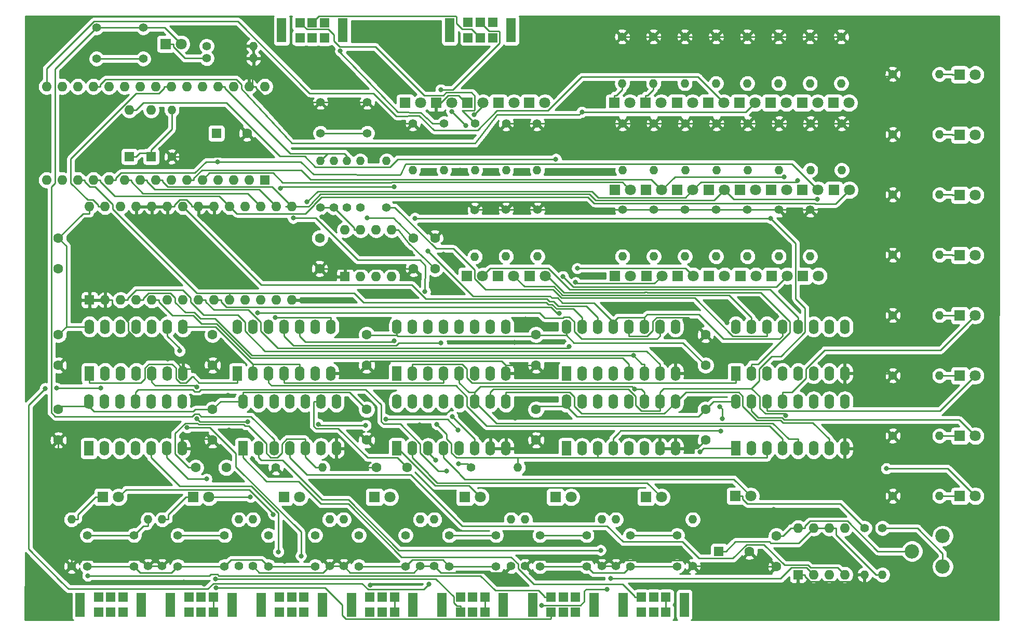
<source format=gbr>
%TF.GenerationSoftware,KiCad,Pcbnew,(5.1.9)-1*%
%TF.CreationDate,2023-03-04T14:05:38+01:00*%
%TF.ProjectId,plc14500,706c6331-3435-4303-902e-6b696361645f,rev?*%
%TF.SameCoordinates,Original*%
%TF.FileFunction,Copper,L1,Top*%
%TF.FilePolarity,Positive*%
%FSLAX46Y46*%
G04 Gerber Fmt 4.6, Leading zero omitted, Abs format (unit mm)*
G04 Created by KiCad (PCBNEW (5.1.9)-1) date 2023-03-04 14:05:38*
%MOMM*%
%LPD*%
G01*
G04 APERTURE LIST*
%TA.AperFunction,ComponentPad*%
%ADD10C,2.340000*%
%TD*%
%TA.AperFunction,ComponentPad*%
%ADD11R,1.524000X4.000000*%
%TD*%
%TA.AperFunction,ComponentPad*%
%ADD12R,1.524000X1.524000*%
%TD*%
%TA.AperFunction,ComponentPad*%
%ADD13C,1.800000*%
%TD*%
%TA.AperFunction,ComponentPad*%
%ADD14R,1.800000X1.800000*%
%TD*%
%TA.AperFunction,ComponentPad*%
%ADD15C,1.600000*%
%TD*%
%TA.AperFunction,ComponentPad*%
%ADD16R,1.600000X1.600000*%
%TD*%
%TA.AperFunction,ComponentPad*%
%ADD17O,1.400000X1.400000*%
%TD*%
%TA.AperFunction,ComponentPad*%
%ADD18C,1.400000*%
%TD*%
%TA.AperFunction,ComponentPad*%
%ADD19O,1.600000X2.400000*%
%TD*%
%TA.AperFunction,ComponentPad*%
%ADD20R,1.600000X2.400000*%
%TD*%
%TA.AperFunction,ComponentPad*%
%ADD21O,1.600000X1.600000*%
%TD*%
%TA.AperFunction,ComponentPad*%
%ADD22C,1.397000*%
%TD*%
%TA.AperFunction,ViaPad*%
%ADD23C,5.000000*%
%TD*%
%TA.AperFunction,ViaPad*%
%ADD24C,0.800000*%
%TD*%
%TA.AperFunction,Conductor*%
%ADD25C,0.250000*%
%TD*%
%TA.AperFunction,Conductor*%
%ADD26C,0.254000*%
%TD*%
%TA.AperFunction,Conductor*%
%ADD27C,0.100000*%
%TD*%
G04 APERTURE END LIST*
D10*
%TO.P,RV1,1*%
%TO.N,Net-(R15-Pad1)*%
X221800000Y-133660000D03*
%TO.P,RV1,2*%
%TO.N,+5V*%
X216800000Y-131160000D03*
%TO.P,RV1,3*%
%TO.N,N/C*%
X221800000Y-128660000D03*
%TD*%
D11*
%TO.P,S5,9*%
%TO.N,N/C*%
X91150000Y-139890000D03*
%TO.P,S5,8*%
X81150000Y-139890000D03*
D12*
%TO.P,S5,7*%
%TO.N,Net-(S5-Pad3)*%
X88150000Y-138640000D03*
%TO.P,S5,6*%
%TO.N,Net-(R1-Pad2)*%
X86150000Y-138640000D03*
%TO.P,S5,5*%
%TO.N,Net-(S5-Pad5)*%
X84150000Y-138640000D03*
%TO.P,S5,3*%
%TO.N,Net-(S5-Pad3)*%
X88150000Y-141140000D03*
%TO.P,S5,2*%
%TO.N,/Input/Output/IN0*%
X86150000Y-141140000D03*
%TO.P,S5,1*%
%TO.N,Net-(S5-Pad1)*%
X84150000Y-141140000D03*
%TD*%
D11*
%TO.P,S6,9*%
%TO.N,N/C*%
X105905000Y-139890000D03*
%TO.P,S6,8*%
X95905000Y-139890000D03*
D12*
%TO.P,S6,7*%
%TO.N,Net-(S6-Pad3)*%
X102905000Y-138640000D03*
%TO.P,S6,6*%
%TO.N,Net-(R2-Pad2)*%
X100905000Y-138640000D03*
%TO.P,S6,5*%
%TO.N,Net-(S6-Pad5)*%
X98905000Y-138640000D03*
%TO.P,S6,3*%
%TO.N,Net-(S6-Pad3)*%
X102905000Y-141140000D03*
%TO.P,S6,2*%
%TO.N,/Input/Output/IN1*%
X100905000Y-141140000D03*
%TO.P,S6,1*%
%TO.N,Net-(S6-Pad1)*%
X98905000Y-141140000D03*
%TD*%
D11*
%TO.P,S7,9*%
%TO.N,N/C*%
X120660000Y-139890000D03*
%TO.P,S7,8*%
X110660000Y-139890000D03*
D12*
%TO.P,S7,7*%
%TO.N,Net-(S7-Pad3)*%
X117660000Y-138640000D03*
%TO.P,S7,6*%
%TO.N,Net-(R3-Pad2)*%
X115660000Y-138640000D03*
%TO.P,S7,5*%
%TO.N,Net-(S7-Pad5)*%
X113660000Y-138640000D03*
%TO.P,S7,3*%
%TO.N,Net-(S7-Pad3)*%
X117660000Y-141140000D03*
%TO.P,S7,2*%
%TO.N,/Input/Output/IN2*%
X115660000Y-141140000D03*
%TO.P,S7,1*%
%TO.N,Net-(S7-Pad1)*%
X113660000Y-141140000D03*
%TD*%
D11*
%TO.P,S8,9*%
%TO.N,N/C*%
X135415000Y-139890000D03*
%TO.P,S8,8*%
X125415000Y-139890000D03*
D12*
%TO.P,S8,7*%
%TO.N,Net-(S8-Pad3)*%
X132415000Y-138640000D03*
%TO.P,S8,6*%
%TO.N,Net-(R4-Pad2)*%
X130415000Y-138640000D03*
%TO.P,S8,5*%
%TO.N,Net-(S8-Pad5)*%
X128415000Y-138640000D03*
%TO.P,S8,3*%
%TO.N,Net-(S8-Pad3)*%
X132415000Y-141140000D03*
%TO.P,S8,2*%
%TO.N,/Input/Output/IN3*%
X130415000Y-141140000D03*
%TO.P,S8,1*%
%TO.N,Net-(S8-Pad1)*%
X128415000Y-141140000D03*
%TD*%
D11*
%TO.P,S12,9*%
%TO.N,N/C*%
X150170000Y-139890000D03*
%TO.P,S12,8*%
X140170000Y-139890000D03*
D12*
%TO.P,S12,7*%
%TO.N,Net-(S12-Pad3)*%
X147170000Y-138640000D03*
%TO.P,S12,6*%
%TO.N,Net-(R9-Pad2)*%
X145170000Y-138640000D03*
%TO.P,S12,5*%
%TO.N,Net-(S12-Pad5)*%
X143170000Y-138640000D03*
%TO.P,S12,3*%
%TO.N,Net-(S12-Pad3)*%
X147170000Y-141140000D03*
%TO.P,S12,2*%
%TO.N,/Input/Output/IN4*%
X145170000Y-141140000D03*
%TO.P,S12,1*%
%TO.N,Net-(S12-Pad1)*%
X143170000Y-141140000D03*
%TD*%
D11*
%TO.P,S13,9*%
%TO.N,N/C*%
X164925000Y-139890000D03*
%TO.P,S13,8*%
X154925000Y-139890000D03*
D12*
%TO.P,S13,7*%
%TO.N,Net-(S13-Pad3)*%
X161925000Y-138640000D03*
%TO.P,S13,6*%
%TO.N,Net-(R10-Pad2)*%
X159925000Y-138640000D03*
%TO.P,S13,5*%
%TO.N,Net-(S13-Pad5)*%
X157925000Y-138640000D03*
%TO.P,S13,3*%
%TO.N,Net-(S13-Pad3)*%
X161925000Y-141140000D03*
%TO.P,S13,2*%
%TO.N,/Input/Output/IN5*%
X159925000Y-141140000D03*
%TO.P,S13,1*%
%TO.N,Net-(S13-Pad1)*%
X157925000Y-141140000D03*
%TD*%
D11*
%TO.P,S14,9*%
%TO.N,N/C*%
X179680000Y-139890000D03*
%TO.P,S14,8*%
X169680000Y-139890000D03*
D12*
%TO.P,S14,7*%
%TO.N,Net-(S14-Pad3)*%
X176680000Y-138640000D03*
%TO.P,S14,6*%
%TO.N,Net-(R11-Pad2)*%
X174680000Y-138640000D03*
%TO.P,S14,5*%
%TO.N,Net-(S14-Pad5)*%
X172680000Y-138640000D03*
%TO.P,S14,3*%
%TO.N,Net-(S14-Pad3)*%
X176680000Y-141140000D03*
%TO.P,S14,2*%
%TO.N,/Input/Output/IN6*%
X174680000Y-141140000D03*
%TO.P,S14,1*%
%TO.N,Net-(S14-Pad1)*%
X172680000Y-141140000D03*
%TD*%
D11*
%TO.P,S16,9*%
%TO.N,N/C*%
X114010000Y-46130000D03*
%TO.P,S16,8*%
X124010000Y-46130000D03*
D12*
%TO.P,S16,7*%
X117010000Y-47380000D03*
%TO.P,S16,6*%
%TO.N,Net-(C7-Pad1)*%
X119010000Y-47380000D03*
%TO.P,S16,5*%
%TO.N,Net-(C10-Pad1)*%
X121010000Y-47380000D03*
%TO.P,S16,3*%
%TO.N,Net-(R29-Pad1)*%
X117010000Y-44880000D03*
%TO.P,S16,2*%
%TO.N,+5V*%
X119010000Y-44880000D03*
%TO.P,S16,1*%
%TO.N,Net-(R28-Pad1)*%
X121010000Y-44880000D03*
%TD*%
D11*
%TO.P,S18,9*%
%TO.N,N/C*%
X141420000Y-46110000D03*
%TO.P,S18,8*%
X151420000Y-46110000D03*
D12*
%TO.P,S18,7*%
%TO.N,Net-(D28-PadA)*%
X144420000Y-47360000D03*
%TO.P,S18,6*%
%TO.N,+5V*%
X146420000Y-47360000D03*
%TO.P,S18,5*%
%TO.N,Net-(D33-PadA)*%
X148420000Y-47360000D03*
%TO.P,S18,3*%
%TO.N,Net-(S18-Pad3)*%
X144420000Y-44860000D03*
%TO.P,S18,2*%
%TO.N,CLK*%
X146420000Y-44860000D03*
%TO.P,S18,1*%
%TO.N,Net-(S18-Pad1)*%
X148420000Y-44860000D03*
%TD*%
D13*
%TO.P,D49,A*%
%TO.N,Net-(D49-PadA)*%
X201560000Y-86214300D03*
D14*
%TO.P,D49,K*%
%TO.N,Net-(D49-PadK)*%
X199020000Y-86214300D03*
%TD*%
D13*
%TO.P,D48,A*%
%TO.N,Net-(D48-PadA)*%
X196450000Y-86214300D03*
D14*
%TO.P,D48,K*%
%TO.N,Net-(D48-PadK)*%
X193910000Y-86214300D03*
%TD*%
D13*
%TO.P,D47,A*%
%TO.N,Net-(D47-PadA)*%
X191340000Y-86214300D03*
D14*
%TO.P,D47,K*%
%TO.N,Net-(D47-PadK)*%
X188800000Y-86214300D03*
%TD*%
D13*
%TO.P,D46,A*%
%TO.N,Net-(D46-PadA)*%
X186230000Y-86214300D03*
D14*
%TO.P,D46,K*%
%TO.N,Net-(D46-PadK)*%
X183690000Y-86214300D03*
%TD*%
D13*
%TO.P,D45,A*%
%TO.N,Net-(D45-PadA)*%
X181120000Y-86214300D03*
D14*
%TO.P,D45,K*%
%TO.N,Net-(D45-PadK)*%
X178580000Y-86214300D03*
%TD*%
D13*
%TO.P,D44,A*%
%TO.N,Net-(D44-PadA)*%
X176010000Y-86214300D03*
D14*
%TO.P,D44,K*%
%TO.N,Net-(D44-PadK)*%
X173470000Y-86214300D03*
%TD*%
D13*
%TO.P,D43,A*%
%TO.N,Net-(D43-PadA)*%
X170900000Y-86214300D03*
D14*
%TO.P,D43,K*%
%TO.N,Net-(D43-PadK)*%
X168360000Y-86214300D03*
%TD*%
D13*
%TO.P,D42,A*%
%TO.N,W*%
X157000000Y-86214300D03*
D14*
%TO.P,D42,K*%
%TO.N,Net-(D42-PadK)*%
X154460000Y-86214300D03*
%TD*%
D13*
%TO.P,D41,A*%
%TO.N,RR*%
X151860000Y-86214300D03*
D14*
%TO.P,D41,K*%
%TO.N,Net-(D41-PadK)*%
X149320000Y-86214300D03*
%TD*%
D13*
%TO.P,D39,A*%
%TO.N,JMP*%
X146780000Y-86234300D03*
D14*
%TO.P,D39,K*%
%TO.N,Net-(D39-PadK)*%
X144240000Y-86234300D03*
%TD*%
D13*
%TO.P,D38,A*%
%TO.N,CLK*%
X136690000Y-57980000D03*
D14*
%TO.P,D38,K*%
%TO.N,Net-(D38-PadK)*%
X134150000Y-57980000D03*
%TD*%
D13*
%TO.P,D37,A*%
%TO.N,D7*%
X206590000Y-72200000D03*
D14*
%TO.P,D37,K*%
%TO.N,Net-(D37-PadK)*%
X204050000Y-72200000D03*
%TD*%
D13*
%TO.P,D36,A*%
%TO.N,A7*%
X206520000Y-57980000D03*
D14*
%TO.P,D36,K*%
%TO.N,Net-(D36-PadK)*%
X203980000Y-57980000D03*
%TD*%
D13*
%TO.P,D35,A*%
%TO.N,D6*%
X201489000Y-72200000D03*
D14*
%TO.P,D35,K*%
%TO.N,Net-(D35-PadK)*%
X198949000Y-72200000D03*
%TD*%
D13*
%TO.P,D34,A*%
%TO.N,A6*%
X201419000Y-57980000D03*
D14*
%TO.P,D34,K*%
%TO.N,Net-(D34-PadK)*%
X198879000Y-57980000D03*
%TD*%
D13*
%TO.P,D33,A*%
%TO.N,Net-(D33-PadA)*%
X156950000Y-57980000D03*
D14*
%TO.P,D33,K*%
%TO.N,Net-(D33-PadK)*%
X154410000Y-57980000D03*
%TD*%
D13*
%TO.P,D32,A*%
%TO.N,D5*%
X196387000Y-72200000D03*
D14*
%TO.P,D32,K*%
%TO.N,Net-(D32-PadK)*%
X193847000Y-72200000D03*
%TD*%
D13*
%TO.P,D31,A*%
%TO.N,A5*%
X196317000Y-57980000D03*
D14*
%TO.P,D31,K*%
%TO.N,Net-(D31-PadK)*%
X193777000Y-57980000D03*
%TD*%
D13*
%TO.P,D30,A*%
%TO.N,D4*%
X191286000Y-72200000D03*
D14*
%TO.P,D30,K*%
%TO.N,Net-(D30-PadK)*%
X188746000Y-72200000D03*
%TD*%
D13*
%TO.P,D29,A*%
%TO.N,A4*%
X191216000Y-57980000D03*
D14*
%TO.P,D29,K*%
%TO.N,Net-(D29-PadK)*%
X188676000Y-57980000D03*
%TD*%
D13*
%TO.P,D28,A*%
%TO.N,Net-(D28-PadA)*%
X151885000Y-57980000D03*
D14*
%TO.P,D28,K*%
%TO.N,Net-(D28-PadK)*%
X149345000Y-57980000D03*
%TD*%
D13*
%TO.P,D27,A*%
%TO.N,D3*%
X186184000Y-72200000D03*
D14*
%TO.P,D27,K*%
%TO.N,Net-(D27-PadK)*%
X183644000Y-72200000D03*
%TD*%
D13*
%TO.P,D26,A*%
%TO.N,A3*%
X186114000Y-57980000D03*
D14*
%TO.P,D26,K*%
%TO.N,Net-(D26-PadK)*%
X183574000Y-57980000D03*
%TD*%
D13*
%TO.P,D25,A*%
%TO.N,D2*%
X181083000Y-72200000D03*
D14*
%TO.P,D25,K*%
%TO.N,Net-(D25-PadK)*%
X178543000Y-72200000D03*
%TD*%
D13*
%TO.P,D24,A*%
%TO.N,A2*%
X181013000Y-57980000D03*
D14*
%TO.P,D24,K*%
%TO.N,Net-(D24-PadK)*%
X178473000Y-57980000D03*
%TD*%
D13*
%TO.P,D23,A*%
%TO.N,D1*%
X175981000Y-72200000D03*
D14*
%TO.P,D23,K*%
%TO.N,Net-(D23-PadK)*%
X173441000Y-72200000D03*
%TD*%
D13*
%TO.P,D22,A*%
%TO.N,A1*%
X175911000Y-57980000D03*
D14*
%TO.P,D22,K*%
%TO.N,Net-(D22-PadK)*%
X173371000Y-57980000D03*
%TD*%
D13*
%TO.P,D21,A*%
%TO.N,D0*%
X170880000Y-72200000D03*
D14*
%TO.P,D21,K*%
%TO.N,Net-(D21-PadK)*%
X168340000Y-72200000D03*
%TD*%
D13*
%TO.P,D20,A*%
%TO.N,A0*%
X170810000Y-57980000D03*
D14*
%TO.P,D20,K*%
%TO.N,Net-(D20-PadK)*%
X168270000Y-57980000D03*
%TD*%
D13*
%TO.P,D19,A*%
%TO.N,Net-(D19-PadA)*%
X146820000Y-57980000D03*
D14*
%TO.P,D19,K*%
%TO.N,GND*%
X144280000Y-57980000D03*
%TD*%
D13*
%TO.P,D18,A*%
%TO.N,Net-(D18-PadA)*%
X141755000Y-57980000D03*
D14*
%TO.P,D18,K*%
%TO.N,GND*%
X139215000Y-57980000D03*
%TD*%
D13*
%TO.P,D17,A*%
%TO.N,RES*%
X97650000Y-48380000D03*
D14*
%TO.P,D17,K*%
%TO.N,Net-(D17-PadK)*%
X95110000Y-48380000D03*
%TD*%
D13*
%TO.P,D16,A*%
%TO.N,Net-(D16-PadA)*%
X227120000Y-53350000D03*
D14*
%TO.P,D16,K*%
%TO.N,Net-(D16-PadK)*%
X224580000Y-53350000D03*
%TD*%
D13*
%TO.P,D15,A*%
%TO.N,Net-(D15-PadA)*%
X227120000Y-63178600D03*
D14*
%TO.P,D15,K*%
%TO.N,Net-(D15-PadK)*%
X224580000Y-63178600D03*
%TD*%
D13*
%TO.P,D14,A*%
%TO.N,Net-(D14-PadA)*%
X227120000Y-73007100D03*
D14*
%TO.P,D14,K*%
%TO.N,Net-(D14-PadK)*%
X224580000Y-73007100D03*
%TD*%
D13*
%TO.P,D13,A*%
%TO.N,Net-(D13-PadA)*%
X227120000Y-82835700D03*
D14*
%TO.P,D13,K*%
%TO.N,Net-(D13-PadK)*%
X224580000Y-82835700D03*
%TD*%
D13*
%TO.P,D12,A*%
%TO.N,Net-(D12-PadA)*%
X227120000Y-92664300D03*
D14*
%TO.P,D12,K*%
%TO.N,Net-(D12-PadK)*%
X224580000Y-92664300D03*
%TD*%
D13*
%TO.P,D11,A*%
%TO.N,Net-(D11-PadA)*%
X227120000Y-102493000D03*
D14*
%TO.P,D11,K*%
%TO.N,Net-(D11-PadK)*%
X224580000Y-102493000D03*
%TD*%
D13*
%TO.P,D10,A*%
%TO.N,Net-(D10-PadA)*%
X227120000Y-112321000D03*
D14*
%TO.P,D10,K*%
%TO.N,Net-(D10-PadK)*%
X224580000Y-112321000D03*
%TD*%
D13*
%TO.P,D9,A*%
%TO.N,TMR0-TRG*%
X227120000Y-122150000D03*
D14*
%TO.P,D9,K*%
%TO.N,Net-(D9-PadK)*%
X224580000Y-122150000D03*
%TD*%
D13*
%TO.P,D8,A*%
%TO.N,IN7*%
X190500000Y-122150000D03*
D14*
%TO.P,D8,K*%
%TO.N,Net-(D8-PadK)*%
X187960000Y-122150000D03*
%TD*%
D13*
%TO.P,D7,A*%
%TO.N,/Input/Output/IN6*%
X175945000Y-122310000D03*
D14*
%TO.P,D7,K*%
%TO.N,Net-(D7-PadK)*%
X173405000Y-122310000D03*
%TD*%
D13*
%TO.P,D6,A*%
%TO.N,/Input/Output/IN5*%
X161190000Y-122310000D03*
D14*
%TO.P,D6,K*%
%TO.N,Net-(D6-PadK)*%
X158650000Y-122310000D03*
%TD*%
D13*
%TO.P,D5,A*%
%TO.N,/Input/Output/IN4*%
X146435000Y-122310000D03*
D14*
%TO.P,D5,K*%
%TO.N,Net-(D5-PadK)*%
X143895000Y-122310000D03*
%TD*%
D13*
%TO.P,D4,A*%
%TO.N,/Input/Output/IN3*%
X131680000Y-122310000D03*
D14*
%TO.P,D4,K*%
%TO.N,Net-(D4-PadK)*%
X129140000Y-122310000D03*
%TD*%
D13*
%TO.P,D3,A*%
%TO.N,/Input/Output/IN2*%
X116925000Y-122310000D03*
D14*
%TO.P,D3,K*%
%TO.N,Net-(D3-PadK)*%
X114385000Y-122310000D03*
%TD*%
D13*
%TO.P,D2,A*%
%TO.N,/Input/Output/IN1*%
X102170000Y-122310000D03*
D14*
%TO.P,D2,K*%
%TO.N,Net-(D2-PadK)*%
X99630000Y-122310000D03*
%TD*%
D13*
%TO.P,D1,A*%
%TO.N,/Input/Output/IN0*%
X87415000Y-122310000D03*
D14*
%TO.P,D1,K*%
%TO.N,Net-(D1-PadK)*%
X84875000Y-122310000D03*
%TD*%
D15*
%TO.P,C3,2*%
%TO.N,+5V*%
X127871000Y-108030000D03*
%TO.P,C3,1*%
%TO.N,GND*%
X127871000Y-113030000D03*
%TD*%
%TO.P,C4,2*%
%TO.N,GND*%
X190310000Y-131185000D03*
D16*
%TO.P,C4,1*%
%TO.N,Net-(C4-Pad1)*%
X185310000Y-131185000D03*
%TD*%
D15*
%TO.P,C5,2*%
%TO.N,GND*%
X194670000Y-133685000D03*
%TO.P,C5,1*%
%TO.N,+5V*%
X194670000Y-128685000D03*
%TD*%
%TO.P,C6,2*%
%TO.N,GND*%
X183122000Y-113030000D03*
%TO.P,C6,1*%
%TO.N,+5V*%
X183122000Y-108030000D03*
%TD*%
%TO.P,C7,2*%
%TO.N,GND*%
X108370000Y-62940000D03*
D16*
%TO.P,C7,1*%
%TO.N,Net-(C7-Pad1)*%
X103370000Y-62940000D03*
%TD*%
D15*
%TO.P,C8,2*%
%TO.N,GND*%
X155497000Y-100805000D03*
%TO.P,C8,1*%
%TO.N,+5V*%
X155497000Y-95805000D03*
%TD*%
%TO.P,C9,2*%
%TO.N,+5V*%
X77620000Y-80025000D03*
%TO.P,C9,1*%
%TO.N,GND*%
X77620000Y-85025000D03*
%TD*%
%TO.P,C10,2*%
%TO.N,GND*%
X120220000Y-85025000D03*
%TO.P,C10,1*%
%TO.N,Net-(C10-Pad1)*%
X120220000Y-80025000D03*
%TD*%
%TO.P,C11,2*%
%TO.N,GND*%
X139020000Y-80025000D03*
%TO.P,C11,1*%
%TO.N,Net-(C11-Pad1)*%
X139020000Y-85025000D03*
%TD*%
%TO.P,C12,2*%
%TO.N,+5V*%
X135530000Y-80025000D03*
%TO.P,C12,1*%
%TO.N,GND*%
X135530000Y-85025000D03*
%TD*%
%TO.P,C13,2*%
%TO.N,Net-(C13-Pad2)*%
X134510000Y-117510000D03*
%TO.P,C13,1*%
%TO.N,GND*%
X129510000Y-117510000D03*
%TD*%
%TO.P,C14,2*%
%TO.N,GND*%
X183122000Y-95805000D03*
%TO.P,C14,1*%
%TO.N,+5V*%
X183122000Y-100805000D03*
%TD*%
%TO.P,C15,2*%
%TO.N,W*%
X104980000Y-117510000D03*
%TO.P,C15,1*%
%TO.N,Net-(C15-Pad1)*%
X99980000Y-117510000D03*
%TD*%
%TO.P,C16,2*%
%TO.N,GND*%
X127871000Y-100805000D03*
%TO.P,C16,1*%
%TO.N,+5V*%
X127871000Y-95805000D03*
%TD*%
%TO.P,C17,2*%
%TO.N,GND*%
X155497000Y-113030000D03*
%TO.P,C17,1*%
%TO.N,+5V*%
X155497000Y-108030000D03*
%TD*%
D17*
%TO.P,R1,2*%
%TO.N,Net-(R1-Pad2)*%
X92210000Y-125980000D03*
D18*
%TO.P,R1,1*%
%TO.N,GND*%
X92210000Y-133600000D03*
%TD*%
D17*
%TO.P,R2,2*%
%TO.N,Net-(R2-Pad2)*%
X107018000Y-125980000D03*
D18*
%TO.P,R2,1*%
%TO.N,GND*%
X107018000Y-133600000D03*
%TD*%
D17*
%TO.P,R3,2*%
%TO.N,Net-(R3-Pad2)*%
X121827000Y-125980000D03*
D18*
%TO.P,R3,1*%
%TO.N,GND*%
X121827000Y-133600000D03*
%TD*%
D17*
%TO.P,R4,2*%
%TO.N,Net-(R4-Pad2)*%
X136635000Y-125980000D03*
D18*
%TO.P,R4,1*%
%TO.N,GND*%
X136635000Y-133600000D03*
%TD*%
D17*
%TO.P,R5,2*%
%TO.N,Net-(D1-PadK)*%
X79750000Y-125980000D03*
D18*
%TO.P,R5,1*%
%TO.N,GND*%
X79750000Y-133600000D03*
%TD*%
D17*
%TO.P,R6,2*%
%TO.N,Net-(D2-PadK)*%
X94541700Y-125980000D03*
D18*
%TO.P,R6,1*%
%TO.N,GND*%
X94541700Y-133600000D03*
%TD*%
D17*
%TO.P,R7,2*%
%TO.N,Net-(D3-PadK)*%
X109333000Y-125980000D03*
D18*
%TO.P,R7,1*%
%TO.N,GND*%
X109333000Y-133600000D03*
%TD*%
D17*
%TO.P,R8,2*%
%TO.N,Net-(D4-PadK)*%
X124125000Y-125980000D03*
D18*
%TO.P,R8,1*%
%TO.N,GND*%
X124125000Y-133600000D03*
%TD*%
D17*
%TO.P,R9,2*%
%TO.N,Net-(R9-Pad2)*%
X151443000Y-125980000D03*
D18*
%TO.P,R9,1*%
%TO.N,GND*%
X151443000Y-133600000D03*
%TD*%
D17*
%TO.P,R10,2*%
%TO.N,Net-(R10-Pad2)*%
X166252000Y-125980000D03*
D18*
%TO.P,R10,1*%
%TO.N,GND*%
X166252000Y-133600000D03*
%TD*%
D17*
%TO.P,R11,2*%
%TO.N,Net-(R11-Pad2)*%
X181060000Y-125980000D03*
D18*
%TO.P,R11,1*%
%TO.N,GND*%
X181060000Y-133600000D03*
%TD*%
D17*
%TO.P,R12,2*%
%TO.N,Net-(D5-PadK)*%
X138917000Y-125980000D03*
D18*
%TO.P,R12,1*%
%TO.N,GND*%
X138917000Y-133600000D03*
%TD*%
D17*
%TO.P,R13,2*%
%TO.N,Net-(D6-PadK)*%
X153708000Y-125980000D03*
D18*
%TO.P,R13,1*%
%TO.N,GND*%
X153708000Y-133600000D03*
%TD*%
D17*
%TO.P,R14,2*%
%TO.N,Net-(D7-PadK)*%
X168500000Y-125980000D03*
D18*
%TO.P,R14,1*%
%TO.N,GND*%
X168500000Y-133600000D03*
%TD*%
D17*
%TO.P,R15,2*%
%TO.N,Net-(C4-Pad1)*%
X211970000Y-134995000D03*
D18*
%TO.P,R15,1*%
%TO.N,Net-(R15-Pad1)*%
X211970000Y-127375000D03*
%TD*%
D17*
%TO.P,R16,2*%
%TO.N,GND*%
X209060000Y-134995000D03*
D18*
%TO.P,R16,1*%
%TO.N,Net-(D8-PadK)*%
X209060000Y-127375000D03*
%TD*%
D17*
%TO.P,R17,2*%
%TO.N,Net-(D9-PadK)*%
X221290000Y-122150000D03*
D18*
%TO.P,R17,1*%
%TO.N,GND*%
X213670000Y-122150000D03*
%TD*%
D17*
%TO.P,R18,2*%
%TO.N,Net-(D10-PadK)*%
X221290000Y-112311000D03*
D18*
%TO.P,R18,1*%
%TO.N,GND*%
X213670000Y-112311000D03*
%TD*%
D17*
%TO.P,R19,2*%
%TO.N,Net-(D11-PadK)*%
X221290000Y-102473000D03*
D18*
%TO.P,R19,1*%
%TO.N,GND*%
X213670000Y-102473000D03*
%TD*%
D17*
%TO.P,R20,2*%
%TO.N,Net-(D12-PadK)*%
X221290000Y-92634300D03*
D18*
%TO.P,R20,1*%
%TO.N,GND*%
X213670000Y-92634300D03*
%TD*%
D17*
%TO.P,R21,2*%
%TO.N,Net-(D13-PadK)*%
X221290000Y-82795700D03*
D18*
%TO.P,R21,1*%
%TO.N,GND*%
X213670000Y-82795700D03*
%TD*%
D17*
%TO.P,R23,2*%
%TO.N,Net-(D14-PadK)*%
X221290000Y-72957100D03*
D18*
%TO.P,R23,1*%
%TO.N,GND*%
X213670000Y-72957100D03*
%TD*%
D17*
%TO.P,R24,2*%
%TO.N,Net-(D15-PadK)*%
X221290000Y-63118600D03*
D18*
%TO.P,R24,1*%
%TO.N,GND*%
X213670000Y-63118600D03*
%TD*%
D17*
%TO.P,R25,2*%
%TO.N,Net-(D16-PadK)*%
X221280000Y-53280000D03*
D18*
%TO.P,R25,1*%
%TO.N,GND*%
X213660000Y-53280000D03*
%TD*%
D17*
%TO.P,R26,2*%
%TO.N,GND*%
X109400000Y-48700000D03*
D18*
%TO.P,R26,1*%
%TO.N,RES*%
X101780000Y-48700000D03*
%TD*%
D17*
%TO.P,R27,2*%
%TO.N,GND*%
X109420000Y-50710000D03*
D18*
%TO.P,R27,1*%
%TO.N,Net-(D17-PadK)*%
X101800000Y-50710000D03*
%TD*%
D17*
%TO.P,R28,2*%
%TO.N,Net-(D19-PadA)*%
X140490000Y-68960000D03*
D18*
%TO.P,R28,1*%
%TO.N,Net-(R28-Pad1)*%
X140490000Y-61340000D03*
%TD*%
D17*
%TO.P,R29,2*%
%TO.N,Net-(D18-PadA)*%
X145555000Y-68960000D03*
D18*
%TO.P,R29,1*%
%TO.N,Net-(R29-Pad1)*%
X145555000Y-61340000D03*
%TD*%
D17*
%TO.P,R30,2*%
%TO.N,+5V*%
X120355000Y-67420000D03*
D18*
%TO.P,R30,1*%
%TO.N,Net-(R30-Pad1)*%
X120355000Y-75040000D03*
%TD*%
D17*
%TO.P,R31,2*%
%TO.N,Net-(C10-Pad1)*%
X122510000Y-67420000D03*
D18*
%TO.P,R31,1*%
%TO.N,Net-(R30-Pad1)*%
X122510000Y-75040000D03*
%TD*%
D17*
%TO.P,R32,2*%
%TO.N,Net-(D20-PadK)*%
X169545000Y-54790000D03*
D18*
%TO.P,R32,1*%
%TO.N,GND*%
X169545000Y-47170000D03*
%TD*%
D17*
%TO.P,R33,2*%
%TO.N,Net-(D21-PadK)*%
X169615000Y-68960000D03*
D18*
%TO.P,R33,1*%
%TO.N,GND*%
X169615000Y-61340000D03*
%TD*%
D17*
%TO.P,R34,2*%
%TO.N,Net-(D22-PadK)*%
X174646000Y-54790000D03*
D18*
%TO.P,R34,1*%
%TO.N,GND*%
X174646000Y-47170000D03*
%TD*%
D17*
%TO.P,R35,2*%
%TO.N,Net-(D23-PadK)*%
X174716000Y-68960000D03*
D18*
%TO.P,R35,1*%
%TO.N,GND*%
X174716000Y-61340000D03*
%TD*%
D17*
%TO.P,R36,2*%
%TO.N,Net-(D24-PadK)*%
X179748000Y-54790000D03*
D18*
%TO.P,R36,1*%
%TO.N,GND*%
X179748000Y-47170000D03*
%TD*%
D17*
%TO.P,R37,2*%
%TO.N,Net-(D25-PadK)*%
X179818000Y-68960000D03*
D18*
%TO.P,R37,1*%
%TO.N,GND*%
X179818000Y-61340000D03*
%TD*%
D17*
%TO.P,R38,2*%
%TO.N,Net-(D26-PadK)*%
X184849000Y-54790000D03*
D18*
%TO.P,R38,1*%
%TO.N,GND*%
X184849000Y-47170000D03*
%TD*%
D17*
%TO.P,R39,2*%
%TO.N,Net-(D27-PadK)*%
X184919000Y-68960000D03*
D18*
%TO.P,R39,1*%
%TO.N,GND*%
X184919000Y-61340000D03*
%TD*%
D17*
%TO.P,R40,2*%
%TO.N,Net-(D28-PadK)*%
X150620000Y-68960000D03*
D18*
%TO.P,R40,1*%
%TO.N,GND*%
X150620000Y-61340000D03*
%TD*%
D17*
%TO.P,R41,2*%
%TO.N,Net-(D29-PadK)*%
X189951000Y-54790000D03*
D18*
%TO.P,R41,1*%
%TO.N,GND*%
X189951000Y-47170000D03*
%TD*%
D17*
%TO.P,R42,2*%
%TO.N,Net-(D30-PadK)*%
X190021000Y-68960000D03*
D18*
%TO.P,R42,1*%
%TO.N,GND*%
X190021000Y-61340000D03*
%TD*%
D17*
%TO.P,R43,2*%
%TO.N,Net-(D31-PadK)*%
X195052000Y-54790000D03*
D18*
%TO.P,R43,1*%
%TO.N,GND*%
X195052000Y-47170000D03*
%TD*%
D17*
%TO.P,R44,2*%
%TO.N,Net-(D32-PadK)*%
X195122000Y-68960000D03*
D18*
%TO.P,R44,1*%
%TO.N,GND*%
X195122000Y-61340000D03*
%TD*%
D17*
%TO.P,R45,2*%
%TO.N,Net-(D33-PadK)*%
X155685000Y-68960000D03*
D18*
%TO.P,R45,1*%
%TO.N,GND*%
X155685000Y-61340000D03*
%TD*%
D17*
%TO.P,R46,2*%
%TO.N,Net-(D34-PadK)*%
X200154000Y-54790000D03*
D18*
%TO.P,R46,1*%
%TO.N,GND*%
X200154000Y-47170000D03*
%TD*%
D17*
%TO.P,R47,2*%
%TO.N,Net-(D35-PadK)*%
X200224000Y-68960000D03*
D18*
%TO.P,R47,1*%
%TO.N,GND*%
X200224000Y-61340000D03*
%TD*%
D17*
%TO.P,R48,2*%
%TO.N,Net-(D36-PadK)*%
X205255000Y-54790000D03*
D18*
%TO.P,R48,1*%
%TO.N,GND*%
X205255000Y-47170000D03*
%TD*%
D17*
%TO.P,R49,2*%
%TO.N,Net-(D37-PadK)*%
X205325000Y-68960000D03*
D18*
%TO.P,R49,1*%
%TO.N,GND*%
X205325000Y-61340000D03*
%TD*%
D17*
%TO.P,R50,2*%
%TO.N,+5V*%
X124665000Y-67420000D03*
D18*
%TO.P,R50,1*%
%TO.N,Net-(R50-Pad1)*%
X124665000Y-75040000D03*
%TD*%
D17*
%TO.P,R51,2*%
%TO.N,Net-(R50-Pad1)*%
X126820000Y-67420000D03*
D18*
%TO.P,R51,1*%
%TO.N,Net-(C13-Pad2)*%
X126820000Y-75040000D03*
%TD*%
D17*
%TO.P,R52,2*%
%TO.N,Net-(D38-PadK)*%
X135425000Y-68960000D03*
D18*
%TO.P,R52,1*%
%TO.N,GND*%
X135425000Y-61340000D03*
%TD*%
D17*
%TO.P,R53,2*%
%TO.N,CLK*%
X131130000Y-67420000D03*
D18*
%TO.P,R53,1*%
%TO.N,Net-(R53-Pad1)*%
X131130000Y-75040000D03*
%TD*%
D17*
%TO.P,R55,2*%
%TO.N,Net-(D39-PadK)*%
X145515000Y-83070000D03*
D18*
%TO.P,R55,1*%
%TO.N,GND*%
X145515000Y-75450000D03*
%TD*%
D17*
%TO.P,R57,2*%
%TO.N,Net-(D41-PadK)*%
X150595000Y-83050000D03*
D18*
%TO.P,R57,1*%
%TO.N,GND*%
X150595000Y-75430000D03*
%TD*%
D17*
%TO.P,R58,2*%
%TO.N,Net-(D42-PadK)*%
X155735000Y-83050000D03*
D18*
%TO.P,R58,1*%
%TO.N,GND*%
X155735000Y-75430000D03*
%TD*%
D17*
%TO.P,R59,2*%
%TO.N,Net-(C15-Pad1)*%
X120670000Y-117510000D03*
D18*
%TO.P,R59,1*%
%TO.N,GND*%
X113050000Y-117510000D03*
%TD*%
D17*
%TO.P,R60,2*%
%TO.N,Net-(D43-PadK)*%
X169575000Y-83050000D03*
D18*
%TO.P,R60,1*%
%TO.N,GND*%
X169575000Y-75430000D03*
%TD*%
D17*
%TO.P,R61,2*%
%TO.N,Net-(D44-PadK)*%
X174674000Y-83050000D03*
D18*
%TO.P,R61,1*%
%TO.N,GND*%
X174674000Y-75430000D03*
%TD*%
D17*
%TO.P,R62,2*%
%TO.N,Net-(D45-PadK)*%
X179772000Y-83050000D03*
D18*
%TO.P,R62,1*%
%TO.N,GND*%
X179772000Y-75430000D03*
%TD*%
D17*
%TO.P,R63,2*%
%TO.N,Net-(D46-PadK)*%
X184871000Y-83050000D03*
D18*
%TO.P,R63,1*%
%TO.N,GND*%
X184871000Y-75430000D03*
%TD*%
D17*
%TO.P,R64,2*%
%TO.N,Net-(D47-PadK)*%
X189969000Y-83050000D03*
D18*
%TO.P,R64,1*%
%TO.N,GND*%
X189969000Y-75430000D03*
%TD*%
D17*
%TO.P,R65,2*%
%TO.N,Net-(D48-PadK)*%
X195068000Y-83050000D03*
D18*
%TO.P,R65,1*%
%TO.N,GND*%
X195068000Y-75430000D03*
%TD*%
D17*
%TO.P,R66,2*%
%TO.N,Net-(D49-PadK)*%
X200166000Y-83050000D03*
D18*
%TO.P,R66,1*%
%TO.N,GND*%
X200166000Y-75430000D03*
%TD*%
D19*
%TO.P,U2,16*%
%TO.N,+5V*%
X132809000Y-106735000D03*
%TO.P,U2,8*%
%TO.N,GND*%
X150589000Y-114355000D03*
%TO.P,U2,15*%
%TO.N,/Input/Output/IN2*%
X135349000Y-106735000D03*
%TO.P,U2,7*%
%TO.N,GND*%
X148049000Y-114355000D03*
%TO.P,U2,14*%
%TO.N,/Input/Output/IN1*%
X137889000Y-106735000D03*
%TO.P,U2,6*%
%TO.N,IN-WINH*%
X145509000Y-114355000D03*
%TO.P,U2,13*%
%TO.N,/Input/Output/IN0*%
X140429000Y-106735000D03*
%TO.P,U2,5*%
%TO.N,/Input/Output/IN5*%
X142969000Y-114355000D03*
%TO.P,U2,12*%
%TO.N,/Input/Output/IN3*%
X142969000Y-106735000D03*
%TO.P,U2,4*%
%TO.N,IN7*%
X140429000Y-114355000D03*
%TO.P,U2,11*%
%TO.N,D4*%
X145509000Y-106735000D03*
%TO.P,U2,3*%
%TO.N,Net-(R22-Pad1)*%
X137889000Y-114355000D03*
%TO.P,U2,10*%
%TO.N,D5*%
X148049000Y-106735000D03*
%TO.P,U2,2*%
%TO.N,/Input/Output/IN6*%
X135349000Y-114355000D03*
%TO.P,U2,9*%
%TO.N,D6*%
X150589000Y-106735000D03*
D20*
%TO.P,U2,1*%
%TO.N,/Input/Output/IN4*%
X132809000Y-114355000D03*
%TD*%
D21*
%TO.P,U4,8*%
%TO.N,+5V*%
X198210000Y-127365000D03*
%TO.P,U4,4*%
%TO.N,!RES*%
X205830000Y-134985000D03*
%TO.P,U4,7*%
%TO.N,Net-(C4-Pad1)*%
X200750000Y-127365000D03*
%TO.P,U4,3*%
%TO.N,IN7*%
X203290000Y-134985000D03*
%TO.P,U4,6*%
%TO.N,Net-(C4-Pad1)*%
X203290000Y-127365000D03*
%TO.P,U4,2*%
%TO.N,Net-(U11-Pad6)*%
X200750000Y-134985000D03*
%TO.P,U4,5*%
%TO.N,N/C*%
X205830000Y-127365000D03*
D16*
%TO.P,U4,1*%
%TO.N,GND*%
X198210000Y-134985000D03*
%TD*%
D19*
%TO.P,U5,16*%
%TO.N,+5V*%
X188060000Y-106735000D03*
%TO.P,U5,8*%
%TO.N,GND*%
X205840000Y-114355000D03*
%TO.P,U5,15*%
%TO.N,Net-(D10-PadA)*%
X190600000Y-106735000D03*
%TO.P,U5,7*%
%TO.N,D6*%
X203300000Y-114355000D03*
%TO.P,U5,14*%
%TO.N,Net-(D11-PadA)*%
X193140000Y-106735000D03*
%TO.P,U5,6*%
%TO.N,D5*%
X200760000Y-114355000D03*
%TO.P,U5,13*%
%TO.N,Net-(D12-PadA)*%
X195680000Y-106735000D03*
%TO.P,U5,5*%
%TO.N,D4*%
X198220000Y-114355000D03*
%TO.P,U5,12*%
%TO.N,Net-(D13-PadA)*%
X198220000Y-106735000D03*
%TO.P,U5,4*%
%TO.N,OUT-WD*%
X195680000Y-114355000D03*
%TO.P,U5,11*%
%TO.N,Net-(D14-PadA)*%
X200760000Y-106735000D03*
%TO.P,U5,3*%
%TO.N,D*%
X193140000Y-114355000D03*
%TO.P,U5,10*%
%TO.N,Net-(D15-PadA)*%
X203300000Y-106735000D03*
%TO.P,U5,2*%
%TO.N,RES*%
X190600000Y-114355000D03*
%TO.P,U5,9*%
%TO.N,Net-(D16-PadA)*%
X205840000Y-106735000D03*
D20*
%TO.P,U5,1*%
%TO.N,TMR0-TRG*%
X188060000Y-114355000D03*
%TD*%
D21*
%TO.P,U6,16*%
%TO.N,A3*%
X75690000Y-55310000D03*
%TO.P,U6,15*%
%TO.N,A2*%
X75690000Y-70550000D03*
%TO.P,U6,30*%
%TO.N,N/C*%
X111250000Y-55310000D03*
%TO.P,U6,14*%
%TO.N,A1*%
X78230000Y-70550000D03*
%TO.P,U6,29*%
%TO.N,GND*%
X108710000Y-55310000D03*
%TO.P,U6,13*%
%TO.N,A0*%
X80770000Y-70550000D03*
%TO.P,U6,28*%
%TO.N,N/C*%
X106170000Y-55310000D03*
%TO.P,U6,12*%
%TO.N,D7*%
X83310000Y-70550000D03*
%TO.P,U6,27*%
%TO.N,+5V*%
X103630000Y-55310000D03*
%TO.P,U6,11*%
%TO.N,D6*%
X85850000Y-70550000D03*
%TO.P,U6,26*%
%TO.N,N/C*%
X101090000Y-55310000D03*
%TO.P,U6,10*%
%TO.N,D5*%
X88390000Y-70550000D03*
%TO.P,U6,25*%
%TO.N,RES*%
X98550000Y-55310000D03*
%TO.P,U6,9*%
%TO.N,D4*%
X90930000Y-70550000D03*
%TO.P,U6,24*%
%TO.N,WEN*%
X96010000Y-55310000D03*
%TO.P,U6,8*%
%TO.N,D3*%
X93470000Y-70550000D03*
%TO.P,U6,23*%
%TO.N,PRG*%
X93470000Y-55310000D03*
%TO.P,U6,7*%
%TO.N,D2*%
X96010000Y-70550000D03*
%TO.P,U6,22*%
%TO.N,A7*%
X90930000Y-55310000D03*
%TO.P,U6,6*%
%TO.N,D1*%
X98550000Y-70550000D03*
%TO.P,U6,21*%
%TO.N,A6*%
X88390000Y-55310000D03*
%TO.P,U6,5*%
%TO.N,D0*%
X101090000Y-70550000D03*
%TO.P,U6,20*%
%TO.N,A5*%
X85850000Y-55310000D03*
%TO.P,U6,4*%
%TO.N,GND*%
X103630000Y-70550000D03*
%TO.P,U6,19*%
%TO.N,A4*%
X83310000Y-55310000D03*
%TO.P,U6,3*%
%TO.N,N/C*%
X106170000Y-70550000D03*
%TO.P,U6,18*%
X80770000Y-55310000D03*
%TO.P,U6,2*%
X108710000Y-70550000D03*
%TO.P,U6,17*%
X78230000Y-55310000D03*
D16*
%TO.P,U6,1*%
X111250000Y-70550000D03*
%TD*%
D19*
%TO.P,U7,16*%
%TO.N,+5V*%
X160434000Y-94510000D03*
%TO.P,U7,8*%
%TO.N,GND*%
X178214000Y-102130000D03*
%TO.P,U7,15*%
%TO.N,A0*%
X162974000Y-94510000D03*
%TO.P,U7,7*%
%TO.N,A7*%
X175674000Y-102130000D03*
%TO.P,U7,14*%
%TO.N,PRG*%
X165514000Y-94510000D03*
%TO.P,U7,6*%
%TO.N,A6*%
X173134000Y-102130000D03*
%TO.P,U7,13*%
%TO.N,CLK*%
X168054000Y-94510000D03*
%TO.P,U7,5*%
%TO.N,A5*%
X170594000Y-102130000D03*
%TO.P,U7,12*%
%TO.N,GND*%
X170594000Y-94510000D03*
%TO.P,U7,4*%
%TO.N,A4*%
X168054000Y-102130000D03*
%TO.P,U7,11*%
%TO.N,CLK*%
X173134000Y-94510000D03*
%TO.P,U7,3*%
%TO.N,A3*%
X165514000Y-102130000D03*
%TO.P,U7,10*%
%TO.N,Net-(U11-Pad4)*%
X175674000Y-94510000D03*
%TO.P,U7,2*%
%TO.N,A2*%
X162974000Y-102130000D03*
%TO.P,U7,9*%
%TO.N,N/C*%
X178214000Y-94510000D03*
D20*
%TO.P,U7,1*%
%TO.N,A1*%
X160434000Y-102130000D03*
%TD*%
D21*
%TO.P,U8,28*%
%TO.N,+5V*%
X82690000Y-74910000D03*
%TO.P,U8,14*%
%TO.N,GND*%
X115710000Y-90150000D03*
%TO.P,U8,27*%
%TO.N,WEN*%
X85230000Y-74910000D03*
%TO.P,U8,13*%
%TO.N,D2*%
X113170000Y-90150000D03*
%TO.P,U8,26*%
%TO.N,+5V*%
X87770000Y-74910000D03*
%TO.P,U8,12*%
%TO.N,D1*%
X110630000Y-90150000D03*
%TO.P,U8,25*%
%TO.N,GND*%
X90310000Y-74910000D03*
%TO.P,U8,11*%
%TO.N,D0*%
X108090000Y-90150000D03*
%TO.P,U8,24*%
%TO.N,GND*%
X92850000Y-74910000D03*
%TO.P,U8,10*%
%TO.N,A0*%
X105550000Y-90150000D03*
%TO.P,U8,23*%
%TO.N,GND*%
X95390000Y-74910000D03*
%TO.P,U8,9*%
%TO.N,A1*%
X103010000Y-90150000D03*
%TO.P,U8,22*%
%TO.N,PRG*%
X97930000Y-74910000D03*
%TO.P,U8,8*%
%TO.N,A2*%
X100470000Y-90150000D03*
%TO.P,U8,21*%
%TO.N,GND*%
X100470000Y-74910000D03*
%TO.P,U8,7*%
%TO.N,A3*%
X97930000Y-90150000D03*
%TO.P,U8,20*%
%TO.N,GND*%
X103010000Y-74910000D03*
%TO.P,U8,6*%
%TO.N,A4*%
X95390000Y-90150000D03*
%TO.P,U8,19*%
%TO.N,D7*%
X105550000Y-74910000D03*
%TO.P,U8,5*%
%TO.N,A5*%
X92850000Y-90150000D03*
%TO.P,U8,18*%
%TO.N,D6*%
X108090000Y-74910000D03*
%TO.P,U8,4*%
%TO.N,A6*%
X90310000Y-90150000D03*
%TO.P,U8,17*%
%TO.N,D5*%
X110630000Y-74910000D03*
%TO.P,U8,3*%
%TO.N,A7*%
X87770000Y-90150000D03*
%TO.P,U8,16*%
%TO.N,D4*%
X113170000Y-74910000D03*
%TO.P,U8,2*%
%TO.N,GND*%
X85230000Y-90150000D03*
%TO.P,U8,15*%
%TO.N,D3*%
X115710000Y-74910000D03*
D16*
%TO.P,U8,1*%
%TO.N,GND*%
X82690000Y-90150000D03*
%TD*%
D21*
%TO.P,U9,8*%
%TO.N,+5V*%
X124350000Y-78705000D03*
%TO.P,U9,4*%
X131970000Y-86325000D03*
%TO.P,U9,7*%
%TO.N,Net-(R30-Pad1)*%
X126890000Y-78705000D03*
%TO.P,U9,3*%
%TO.N,Net-(S18-Pad3)*%
X129430000Y-86325000D03*
%TO.P,U9,6*%
%TO.N,Net-(C10-Pad1)*%
X129430000Y-78705000D03*
%TO.P,U9,2*%
X126890000Y-86325000D03*
%TO.P,U9,5*%
%TO.N,Net-(C11-Pad1)*%
X131970000Y-78705000D03*
D16*
%TO.P,U9,1*%
%TO.N,GND*%
X124350000Y-86325000D03*
%TD*%
D19*
%TO.P,U10,16*%
%TO.N,+5V*%
X188060000Y-94510000D03*
%TO.P,U10,8*%
%TO.N,GND*%
X205840000Y-102130000D03*
%TO.P,U10,15*%
%TO.N,RR*%
X190600000Y-94510000D03*
%TO.P,U10,7*%
%TO.N,D0*%
X203300000Y-102130000D03*
%TO.P,U10,14*%
%TO.N,Net-(R53-Pad1)*%
X193140000Y-94510000D03*
%TO.P,U10,6*%
%TO.N,D1*%
X200760000Y-102130000D03*
%TO.P,U10,13*%
%TO.N,CLK*%
X195680000Y-94510000D03*
%TO.P,U10,5*%
%TO.N,D2*%
X198220000Y-102130000D03*
%TO.P,U10,12*%
%TO.N,JMP*%
X198220000Y-94510000D03*
%TO.P,U10,4*%
%TO.N,D3*%
X195680000Y-102130000D03*
%TO.P,U10,11*%
%TO.N,N/C*%
X200760000Y-94510000D03*
%TO.P,U10,3*%
%TO.N,D*%
X193140000Y-102130000D03*
%TO.P,U10,10*%
%TO.N,N/C*%
X203300000Y-94510000D03*
%TO.P,U10,2*%
%TO.N,W*%
X190600000Y-102130000D03*
%TO.P,U10,9*%
%TO.N,N/C*%
X205840000Y-94510000D03*
D20*
%TO.P,U10,1*%
%TO.N,RES*%
X188060000Y-102130000D03*
%TD*%
D19*
%TO.P,U13,16*%
%TO.N,+5V*%
X132809000Y-94510000D03*
%TO.P,U13,8*%
%TO.N,GND*%
X150589000Y-102130000D03*
%TO.P,U13,15*%
%TO.N,Net-(D49-PadA)*%
X135349000Y-94510000D03*
%TO.P,U13,7*%
%TO.N,D6*%
X148049000Y-102130000D03*
%TO.P,U13,14*%
%TO.N,Net-(D48-PadA)*%
X137889000Y-94510000D03*
%TO.P,U13,6*%
%TO.N,D5*%
X145509000Y-102130000D03*
%TO.P,U13,13*%
%TO.N,Net-(D47-PadA)*%
X140429000Y-94510000D03*
%TO.P,U13,5*%
%TO.N,D4*%
X142969000Y-102130000D03*
%TO.P,U13,12*%
%TO.N,Net-(D46-PadA)*%
X142969000Y-94510000D03*
%TO.P,U13,4*%
%TO.N,SRAM-WD*%
X140429000Y-102130000D03*
%TO.P,U13,11*%
%TO.N,Net-(D45-PadA)*%
X145509000Y-94510000D03*
%TO.P,U13,3*%
%TO.N,D*%
X137889000Y-102130000D03*
%TO.P,U13,10*%
%TO.N,Net-(D44-PadA)*%
X148049000Y-94510000D03*
%TO.P,U13,2*%
%TO.N,RES*%
X135349000Y-102130000D03*
%TO.P,U13,9*%
%TO.N,Net-(D43-PadA)*%
X150589000Y-94510000D03*
D20*
%TO.P,U13,1*%
%TO.N,N/C*%
X132809000Y-102130000D03*
%TD*%
D19*
%TO.P,U14,16*%
%TO.N,+5V*%
X160434000Y-106735000D03*
%TO.P,U14,8*%
%TO.N,GND*%
X178214000Y-114355000D03*
%TO.P,U14,15*%
%TO.N,Net-(D45-PadA)*%
X162974000Y-106735000D03*
%TO.P,U14,7*%
%TO.N,GND*%
X175674000Y-114355000D03*
%TO.P,U14,14*%
%TO.N,Net-(D44-PadA)*%
X165514000Y-106735000D03*
%TO.P,U14,6*%
%TO.N,SPRAM-WINH*%
X173134000Y-114355000D03*
%TO.P,U14,13*%
%TO.N,Net-(D43-PadA)*%
X168054000Y-106735000D03*
%TO.P,U14,5*%
%TO.N,Net-(D48-PadA)*%
X170594000Y-114355000D03*
%TO.P,U14,12*%
%TO.N,Net-(D46-PadA)*%
X170594000Y-106735000D03*
%TO.P,U14,4*%
%TO.N,RR*%
X168054000Y-114355000D03*
%TO.P,U14,11*%
%TO.N,D4*%
X173134000Y-106735000D03*
%TO.P,U14,3*%
%TO.N,D*%
X165514000Y-114355000D03*
%TO.P,U14,10*%
%TO.N,D5*%
X175674000Y-106735000D03*
%TO.P,U14,2*%
%TO.N,Net-(D49-PadA)*%
X162974000Y-114355000D03*
%TO.P,U14,9*%
%TO.N,D6*%
X178214000Y-106735000D03*
D20*
%TO.P,U14,1*%
%TO.N,Net-(D47-PadA)*%
X160434000Y-114355000D03*
%TD*%
D15*
%TO.P,C1,2*%
%TO.N,+5V*%
X77620000Y-108030000D03*
%TO.P,C1,1*%
%TO.N,GND*%
X77620000Y-113030000D03*
%TD*%
%TO.P,C2,2*%
%TO.N,+5V*%
X102746000Y-108030000D03*
%TO.P,C2,1*%
%TO.N,GND*%
X102746000Y-113030000D03*
%TD*%
D19*
%TO.P,U1,14*%
%TO.N,+5V*%
X82557800Y-106735000D03*
%TO.P,U1,7*%
%TO.N,GND*%
X97797800Y-114355000D03*
%TO.P,U1,13*%
%TO.N,Net-(S13-Pad5)*%
X85097800Y-106735000D03*
%TO.P,U1,6*%
%TO.N,Net-(S7-Pad1)*%
X95257800Y-114355000D03*
%TO.P,U1,12*%
%TO.N,Net-(S13-Pad1)*%
X87637800Y-106735000D03*
%TO.P,U1,5*%
%TO.N,Net-(S7-Pad5)*%
X92717800Y-114355000D03*
%TO.P,U1,11*%
%TO.N,Net-(S12-Pad5)*%
X90177800Y-106735000D03*
%TO.P,U1,4*%
%TO.N,Net-(S6-Pad1)*%
X90177800Y-114355000D03*
%TO.P,U1,10*%
%TO.N,Net-(S12-Pad1)*%
X92717800Y-106735000D03*
%TO.P,U1,3*%
%TO.N,Net-(S6-Pad5)*%
X87637800Y-114355000D03*
%TO.P,U1,9*%
%TO.N,Net-(S8-Pad5)*%
X95257800Y-106735000D03*
%TO.P,U1,2*%
%TO.N,Net-(S5-Pad1)*%
X85097800Y-114355000D03*
%TO.P,U1,8*%
%TO.N,Net-(S8-Pad1)*%
X97797800Y-106735000D03*
D20*
%TO.P,U1,1*%
%TO.N,Net-(S5-Pad5)*%
X82557800Y-114355000D03*
%TD*%
D19*
%TO.P,U3,14*%
%TO.N,+5V*%
X107683000Y-106735000D03*
%TO.P,U3,7*%
%TO.N,GND*%
X122923000Y-114355000D03*
%TO.P,U3,13*%
%TO.N,W*%
X110223000Y-106735000D03*
%TO.P,U3,6*%
%TO.N,Net-(U11-Pad9)*%
X120383000Y-114355000D03*
%TO.P,U3,12*%
%TO.N,Net-(U12-Pad12)*%
X112763000Y-106735000D03*
%TO.P,U3,5*%
%TO.N,Net-(C15-Pad1)*%
X117843000Y-114355000D03*
%TO.P,U3,11*%
%TO.N,D7*%
X115303000Y-106735000D03*
%TO.P,U3,4*%
%TO.N,!RES*%
X115303000Y-114355000D03*
%TO.P,U3,10*%
%TO.N,Net-(U12-Pad6)*%
X117843000Y-106735000D03*
%TO.P,U3,3*%
%TO.N,RES*%
X112763000Y-114355000D03*
%TO.P,U3,9*%
%TO.N,Net-(C13-Pad2)*%
X120383000Y-106735000D03*
%TO.P,U3,2*%
%TO.N,Net-(S14-Pad1)*%
X110223000Y-114355000D03*
%TO.P,U3,8*%
%TO.N,Net-(S18-Pad1)*%
X122923000Y-106735000D03*
D20*
%TO.P,U3,1*%
%TO.N,Net-(S14-Pad5)*%
X107683000Y-114355000D03*
%TD*%
D15*
%TO.P,C18,2*%
%TO.N,+5V*%
X77620000Y-95805000D03*
%TO.P,C18,1*%
%TO.N,GND*%
X77620000Y-100805000D03*
%TD*%
%TO.P,C19,2*%
%TO.N,+5V*%
X102746000Y-95805000D03*
%TO.P,C19,1*%
%TO.N,GND*%
X102746000Y-100805000D03*
%TD*%
D19*
%TO.P,U11,14*%
%TO.N,+5V*%
X82690000Y-94510000D03*
%TO.P,U11,7*%
%TO.N,GND*%
X97930000Y-102130000D03*
%TO.P,U11,13*%
%TO.N,N/C*%
X85230000Y-94510000D03*
%TO.P,U11,6*%
%TO.N,Net-(U11-Pad6)*%
X95390000Y-102130000D03*
%TO.P,U11,12*%
%TO.N,N/C*%
X87770000Y-94510000D03*
%TO.P,U11,5*%
%TO.N,TMR0-TRG*%
X92850000Y-102130000D03*
%TO.P,U11,11*%
%TO.N,N/C*%
X90310000Y-94510000D03*
%TO.P,U11,4*%
%TO.N,Net-(U11-Pad4)*%
X90310000Y-102130000D03*
%TO.P,U11,10*%
%TO.N,N/C*%
X92850000Y-94510000D03*
%TO.P,U11,3*%
%TO.N,Net-(D40-Pad1)*%
X87770000Y-102130000D03*
%TO.P,U11,9*%
%TO.N,Net-(U11-Pad9)*%
X95390000Y-94510000D03*
%TO.P,U11,2*%
%TO.N,Net-(U11-Pad2)*%
X85230000Y-102130000D03*
%TO.P,U11,8*%
%TO.N,Net-(U11-Pad8)*%
X97930000Y-94510000D03*
D20*
%TO.P,U11,1*%
%TO.N,D7*%
X82690000Y-102130000D03*
%TD*%
D19*
%TO.P,U12,14*%
%TO.N,+5V*%
X106780000Y-94510000D03*
%TO.P,U12,7*%
%TO.N,GND*%
X122020000Y-102130000D03*
%TO.P,U12,13*%
%TO.N,Net-(U11-Pad2)*%
X109320000Y-94510000D03*
%TO.P,U12,6*%
%TO.N,Net-(U12-Pad6)*%
X119480000Y-102130000D03*
%TO.P,U12,12*%
%TO.N,Net-(U12-Pad12)*%
X111860000Y-94510000D03*
%TO.P,U12,5*%
%TO.N,Net-(U11-Pad8)*%
X116940000Y-102130000D03*
%TO.P,U12,11*%
%TO.N,SPRAM-WINH*%
X114400000Y-94510000D03*
%TO.P,U12,4*%
%TO.N,SRAM-WD*%
X114400000Y-102130000D03*
%TO.P,U12,10*%
%TO.N,IN-WINH*%
X116940000Y-94510000D03*
%TO.P,U12,3*%
%TO.N,OUT-WD*%
X111860000Y-102130000D03*
%TO.P,U12,9*%
%TO.N,Net-(U12-Pad12)*%
X119480000Y-94510000D03*
%TO.P,U12,2*%
%TO.N,Net-(U11-Pad8)*%
X109320000Y-102130000D03*
%TO.P,U12,8*%
%TO.N,D7*%
X122020000Y-94510000D03*
D20*
%TO.P,U12,1*%
X106780000Y-102130000D03*
%TD*%
D21*
%TO.P,D40,2*%
%TO.N,JMP*%
X89185000Y-59130000D03*
D16*
%TO.P,D40,1*%
%TO.N,Net-(D40-Pad1)*%
X89185000Y-66750000D03*
%TD*%
D21*
%TO.P,D51,2*%
%TO.N,RES*%
X92735000Y-59130000D03*
D16*
%TO.P,D51,1*%
%TO.N,Net-(D40-Pad1)*%
X92735000Y-66750000D03*
%TD*%
D17*
%TO.P,R54,2*%
%TO.N,Net-(D40-Pad1)*%
X96085000Y-59130000D03*
D18*
%TO.P,R54,1*%
%TO.N,GND*%
X96085000Y-66750000D03*
%TD*%
D22*
%TO.P,S1,2*%
%TO.N,+5V*%
X82340000Y-133620000D03*
%TO.P,S1,1*%
%TO.N,Net-(R1-Pad2)*%
X82340000Y-128540000D03*
%TO.P,S1,2*%
%TO.N,+5V*%
X89960000Y-133620000D03*
%TO.P,S1,1*%
%TO.N,Net-(R1-Pad2)*%
X89960000Y-128540000D03*
%TD*%
%TO.P,S2,1*%
%TO.N,Net-(R2-Pad2)*%
X104715000Y-128540000D03*
%TO.P,S2,2*%
%TO.N,+5V*%
X104715000Y-133620000D03*
%TO.P,S2,1*%
%TO.N,Net-(R2-Pad2)*%
X97095000Y-128540000D03*
%TO.P,S2,2*%
%TO.N,+5V*%
X97095000Y-133620000D03*
%TD*%
%TO.P,S3,1*%
%TO.N,Net-(R3-Pad2)*%
X119470000Y-128540000D03*
%TO.P,S3,2*%
%TO.N,+5V*%
X119470000Y-133620000D03*
%TO.P,S3,1*%
%TO.N,Net-(R3-Pad2)*%
X111850000Y-128540000D03*
%TO.P,S3,2*%
%TO.N,+5V*%
X111850000Y-133620000D03*
%TD*%
%TO.P,S4,2*%
%TO.N,+5V*%
X126605000Y-133620000D03*
%TO.P,S4,1*%
%TO.N,Net-(R4-Pad2)*%
X126605000Y-128540000D03*
%TO.P,S4,2*%
%TO.N,+5V*%
X134225000Y-133620000D03*
%TO.P,S4,1*%
%TO.N,Net-(R4-Pad2)*%
X134225000Y-128540000D03*
%TD*%
%TO.P,S9,2*%
%TO.N,+5V*%
X141360000Y-133620000D03*
%TO.P,S9,1*%
%TO.N,Net-(R9-Pad2)*%
X141360000Y-128540000D03*
%TO.P,S9,2*%
%TO.N,+5V*%
X148980000Y-133620000D03*
%TO.P,S9,1*%
%TO.N,Net-(R9-Pad2)*%
X148980000Y-128540000D03*
%TD*%
%TO.P,S10,2*%
%TO.N,+5V*%
X156115000Y-133620000D03*
%TO.P,S10,1*%
%TO.N,Net-(R10-Pad2)*%
X156115000Y-128540000D03*
%TO.P,S10,2*%
%TO.N,+5V*%
X163735000Y-133620000D03*
%TO.P,S10,1*%
%TO.N,Net-(R10-Pad2)*%
X163735000Y-128540000D03*
%TD*%
%TO.P,S11,2*%
%TO.N,+5V*%
X170870000Y-133620000D03*
%TO.P,S11,1*%
%TO.N,Net-(R11-Pad2)*%
X170870000Y-128540000D03*
%TO.P,S11,2*%
%TO.N,+5V*%
X178490000Y-133620000D03*
%TO.P,S11,1*%
%TO.N,Net-(R11-Pad2)*%
X178490000Y-128540000D03*
%TD*%
%TO.P,S15,1*%
%TO.N,RES*%
X91460000Y-45690000D03*
%TO.P,S15,2*%
%TO.N,+5V*%
X91460000Y-50770000D03*
%TO.P,S15,1*%
%TO.N,RES*%
X83840000Y-45690000D03*
%TO.P,S15,2*%
%TO.N,+5V*%
X83840000Y-50770000D03*
%TD*%
%TO.P,S17,1*%
%TO.N,GND*%
X127970000Y-57840000D03*
%TO.P,S17,2*%
%TO.N,Net-(R50-Pad1)*%
X127970000Y-62920000D03*
%TO.P,S17,1*%
%TO.N,GND*%
X120350000Y-57840000D03*
%TO.P,S17,2*%
%TO.N,Net-(R50-Pad1)*%
X120350000Y-62920000D03*
%TD*%
D18*
%TO.P,R22,1*%
%TO.N,Net-(R22-Pad1)*%
X144930000Y-117490000D03*
D17*
%TO.P,R22,2*%
%TO.N,D*%
X152550000Y-117490000D03*
%TD*%
D23*
%TO.N,GND*%
X75570000Y-46300000D03*
X227110000Y-46300000D03*
X227110000Y-138950000D03*
X186150000Y-138950000D03*
X75570000Y-138950000D03*
D24*
X132420000Y-47620000D03*
X165260000Y-56430000D03*
X130020000Y-53170000D03*
X172160000Y-55090000D03*
X177430000Y-55180000D03*
X187580000Y-54900000D03*
X192460000Y-54900000D03*
X197540000Y-55370000D03*
X203000000Y-54800000D03*
X150610000Y-52790000D03*
X123700000Y-59490000D03*
X84440000Y-67440000D03*
X100050000Y-80470000D03*
X111900000Y-81140000D03*
X112820000Y-77920000D03*
X116110000Y-110910000D03*
X84990000Y-111240000D03*
X86720000Y-126140000D03*
X88180000Y-118490000D03*
X81930000Y-120020000D03*
X82200000Y-131390000D03*
X92440000Y-118620000D03*
X84660000Y-118020000D03*
X91240000Y-123940000D03*
X99150000Y-125600000D03*
X100820000Y-124210000D03*
X115450000Y-128800000D03*
X118640000Y-124210000D03*
X137200000Y-122680000D03*
X138720000Y-128860000D03*
X145380000Y-129730000D03*
X111590000Y-131190000D03*
X89110000Y-131660000D03*
X203320000Y-89860000D03*
X199500000Y-97640000D03*
X191730000Y-98040000D03*
X188190000Y-117680000D03*
X194260000Y-124300000D03*
X190280000Y-126010000D03*
X179900000Y-93690000D03*
X178870000Y-91290000D03*
X174890000Y-91290000D03*
X167840000Y-91420000D03*
X199110000Y-89010000D03*
X196990000Y-90290000D03*
X194570000Y-92690000D03*
X192480000Y-91700000D03*
X190540000Y-90440000D03*
X188510000Y-92340000D03*
X183950000Y-90560000D03*
X186600000Y-93840000D03*
X185620000Y-102070000D03*
X87030000Y-97830000D03*
X95460000Y-99760000D03*
X105370000Y-99270000D03*
X108070000Y-112080000D03*
X105460000Y-111400000D03*
X105270000Y-105750000D03*
X102430000Y-106030000D03*
X104170000Y-131170000D03*
X98130000Y-130940000D03*
X101340000Y-136510000D03*
X98100000Y-136160000D03*
X114530000Y-132790000D03*
X151970000Y-97060000D03*
X157640000Y-97010000D03*
X153790000Y-93260000D03*
X152114300Y-109415700D03*
X181430000Y-106420000D03*
X133080000Y-111930000D03*
X136550000Y-110500000D03*
X130550000Y-105380000D03*
X125150000Y-94750000D03*
X132750000Y-88970000D03*
X140410000Y-82690000D03*
X142390000Y-84730000D03*
X140810000Y-86580000D03*
X135070000Y-82420000D03*
X120560000Y-76550000D03*
X122460000Y-77190000D03*
X82660000Y-60340000D03*
X128460000Y-136680000D03*
X166420000Y-69130000D03*
X153130000Y-69190000D03*
X147930000Y-69190000D03*
X143080000Y-69000000D03*
X138380000Y-69080000D03*
%TO.N,+5V*%
X127930000Y-76750000D03*
%TO.N,/Input/Output/IN0*%
X112672300Y-125154200D03*
%TO.N,/Input/Output/IN1*%
X108946900Y-122310000D03*
%TO.N,Net-(D18-PadA)*%
X144020000Y-61690000D03*
X141720000Y-59370000D03*
%TO.N,Net-(D19-PadA)*%
X145390000Y-59930011D03*
%TO.N,A1*%
X159304600Y-92334900D03*
%TO.N,D1*%
X195976700Y-70056600D03*
%TO.N,A2*%
X160896100Y-97740200D03*
%TO.N,D2*%
X118166400Y-74122100D03*
X198182500Y-70693400D03*
%TO.N,D3*%
X201329200Y-73717100D03*
%TO.N,A4*%
X162967200Y-59478300D03*
%TO.N,D4*%
X137386000Y-88787000D03*
X115899600Y-76782400D03*
X171600300Y-104723900D03*
%TO.N,D5*%
X196233000Y-108991900D03*
X193730700Y-76802000D03*
X135751200Y-76802000D03*
X132340000Y-71710000D03*
X113787660Y-71962340D03*
%TO.N,A6*%
X171380700Y-99200700D03*
%TO.N,D6*%
X103574700Y-67626100D03*
%TO.N,Net-(R28-Pad1)*%
X123582800Y-49531300D03*
%TO.N,CLK*%
X137893600Y-82154000D03*
X139958500Y-55826400D03*
%TO.N,Net-(S7-Pad5)*%
X113495400Y-131252600D03*
%TO.N,Net-(S8-Pad5)*%
X117168400Y-131913700D03*
X98618700Y-110971800D03*
%TO.N,Net-(S13-Pad5)*%
X82424900Y-135153900D03*
%TO.N,D*%
X139330000Y-110450000D03*
%TO.N,TMR0-TRG*%
X212630000Y-117650000D03*
X182230000Y-114940000D03*
X142750000Y-111350000D03*
X130980000Y-109640000D03*
X127710000Y-110600000D03*
X119980000Y-110410000D03*
X108450000Y-110020000D03*
X100160000Y-109500000D03*
X100180000Y-104350000D03*
%TO.N,Net-(D44-PadA)*%
X161945300Y-87277000D03*
%TO.N,Net-(D45-PadA)*%
X162221800Y-84989000D03*
%TO.N,Net-(D48-PadA)*%
X159868500Y-86312400D03*
%TO.N,Net-(S7-Pad1)*%
X101770800Y-119364700D03*
%TO.N,Net-(S12-Pad1)*%
X103265600Y-135663200D03*
%TO.N,Net-(S12-Pad5)*%
X140926600Y-118045021D03*
%TO.N,Net-(S13-Pad1)*%
X103327775Y-137144989D03*
%TO.N,Net-(S14-Pad1)*%
X166014700Y-130991500D03*
%TO.N,IN-WINH*%
X141824200Y-109182400D03*
X132385500Y-96831100D03*
%TO.N,Net-(U11-Pad9)*%
X97382600Y-98462700D03*
%TO.N,D7*%
X112939000Y-92984700D03*
%TO.N,SPRAM-WINH*%
X140018600Y-97122500D03*
%TO.N,JMP*%
X158728700Y-67160800D03*
%TO.N,Net-(U11-Pad4)*%
X110108900Y-92249200D03*
%TO.N,Net-(R22-Pad1)*%
X139170000Y-116290000D03*
X142830000Y-116870000D03*
%TO.N,Net-(U11-Pad6)*%
X84530000Y-104490000D03*
X77330000Y-104550000D03*
X75480000Y-104580000D03*
X138050000Y-136550000D03*
X156410000Y-139960000D03*
X167060000Y-137340000D03*
X167700000Y-135630000D03*
%TO.N,RR*%
X185600000Y-111530000D03*
X185860000Y-109480000D03*
X185470000Y-107560000D03*
%TD*%
D25*
%TO.N,GND*%
X170594000Y-96035300D02*
X173613200Y-96035300D01*
X173613200Y-96035300D02*
X174548600Y-95099900D01*
X174548600Y-95099900D02*
X174548600Y-93601800D01*
X174548600Y-93601800D02*
X175165700Y-92984700D01*
X175165700Y-92984700D02*
X180301700Y-92984700D01*
X180301700Y-92984700D02*
X183122000Y-95805000D01*
X153708000Y-133600000D02*
X154718300Y-132589700D01*
X154718300Y-132589700D02*
X165241700Y-132589700D01*
X165241700Y-132589700D02*
X166252000Y-133600000D01*
X121827000Y-133600000D02*
X124125000Y-133600000D01*
X109333000Y-133600000D02*
X110376900Y-134643900D01*
X110376900Y-134643900D02*
X120783100Y-134643900D01*
X120783100Y-134643900D02*
X121827000Y-133600000D01*
X211891400Y-53634900D02*
X211719900Y-53634900D01*
X211719900Y-53634900D02*
X205255000Y-47170000D01*
X213660000Y-53280000D02*
X213305100Y-53634900D01*
X213305100Y-53634900D02*
X211891400Y-53634900D01*
X211891400Y-61340000D02*
X211891400Y-53634900D01*
X211891400Y-61340000D02*
X213670000Y-63118600D01*
X205325000Y-61340000D02*
X211891400Y-61340000D01*
X200224000Y-61340000D02*
X205325000Y-61340000D01*
X122923000Y-114355000D02*
X122923000Y-115880300D01*
X122923000Y-115880300D02*
X124552700Y-117510000D01*
X124552700Y-117510000D02*
X129510000Y-117510000D01*
X85230000Y-90150000D02*
X86355300Y-90150000D01*
X97930000Y-101367300D02*
X93800800Y-97238100D01*
X93800800Y-97238100D02*
X91030200Y-97238100D01*
X91030200Y-97238100D02*
X89040000Y-95247900D01*
X89040000Y-95247900D02*
X89040000Y-93768500D01*
X89040000Y-93768500D02*
X86355300Y-91083800D01*
X86355300Y-91083800D02*
X86355300Y-90150000D01*
X102746000Y-100805000D02*
X102183700Y-101367300D01*
X102183700Y-101367300D02*
X97930000Y-101367300D01*
X127871000Y-100805000D02*
X128583500Y-100092500D01*
X128583500Y-100092500D02*
X149876500Y-100092500D01*
X149876500Y-100092500D02*
X150589000Y-100805000D01*
X122020000Y-102130000D02*
X126546000Y-102130000D01*
X126546000Y-102130000D02*
X127871000Y-100805000D01*
X150589000Y-102130000D02*
X150589000Y-100805000D01*
X155497000Y-100805000D02*
X150589000Y-100805000D01*
X211197100Y-75430000D02*
X213670000Y-72957100D01*
X205265000Y-75430000D02*
X211197100Y-75430000D01*
X211197100Y-75430000D02*
X211197100Y-80322800D01*
X211197100Y-80322800D02*
X213670000Y-82795700D01*
X109420000Y-51222600D02*
X109400000Y-51202600D01*
X109400000Y-51202600D02*
X109400000Y-48700000D01*
X109420000Y-51222600D02*
X109420000Y-51735300D01*
X109420000Y-50710000D02*
X109420000Y-51222600D01*
X109272700Y-55310000D02*
X109272700Y-51882600D01*
X109272700Y-51882600D02*
X109420000Y-51735300D01*
X109272700Y-55310000D02*
X109835300Y-55310000D01*
X108710000Y-55310000D02*
X109272700Y-55310000D01*
X97930000Y-102130000D02*
X97930000Y-101367300D01*
X79750000Y-132577500D02*
X79750000Y-133600000D01*
X77620000Y-113030000D02*
X77620000Y-130447500D01*
X77620000Y-130447500D02*
X79750000Y-132577500D01*
X79750000Y-132577500D02*
X91187500Y-132577500D01*
X91187500Y-132577500D02*
X92210000Y-133600000D01*
X94541700Y-133600000D02*
X92210000Y-133600000D01*
X194670000Y-133685000D02*
X192810000Y-133685000D01*
X192810000Y-133685000D02*
X190310000Y-131185000D01*
X170594000Y-94510000D02*
X170594000Y-96035300D01*
X138917000Y-133600000D02*
X139960900Y-134643900D01*
X139960900Y-134643900D02*
X150399100Y-134643900D01*
X150399100Y-134643900D02*
X151443000Y-133600000D01*
X136635000Y-133600000D02*
X138917000Y-133600000D01*
X102746000Y-113030000D02*
X102545700Y-112829700D01*
X102545700Y-112829700D02*
X97797800Y-112829700D01*
X95390000Y-74910000D02*
X96515300Y-74910000D01*
X96515300Y-74910000D02*
X96515300Y-74628600D01*
X96515300Y-74628600D02*
X97359200Y-73784700D01*
X97359200Y-73784700D02*
X98500800Y-73784700D01*
X98500800Y-73784700D02*
X99344700Y-74628600D01*
X99344700Y-74628600D02*
X99344700Y-74910000D01*
X92850000Y-74910000D02*
X95390000Y-74910000D01*
X100470000Y-74910000D02*
X99344700Y-74910000D01*
X108370000Y-62940000D02*
X104560000Y-66750000D01*
X104560000Y-66750000D02*
X96085000Y-66750000D01*
X155685000Y-61340000D02*
X169615000Y-61340000D01*
X150620000Y-61340000D02*
X155685000Y-61340000D01*
X97797800Y-114355000D02*
X97797800Y-112829700D01*
X124350000Y-85025000D02*
X135530000Y-85025000D01*
X120220000Y-85025000D02*
X124350000Y-85025000D01*
X124350000Y-85275000D02*
X124350000Y-85025000D01*
X124350000Y-86325000D02*
X124350000Y-85275000D01*
X155735000Y-75430000D02*
X169575000Y-75430000D01*
X150595000Y-75430000D02*
X155735000Y-75430000D01*
X150589000Y-114355000D02*
X154172000Y-114355000D01*
X154172000Y-114355000D02*
X155497000Y-113030000D01*
X181060000Y-133600000D02*
X187895000Y-133600000D01*
X187895000Y-133600000D02*
X190310000Y-131185000D01*
X136635000Y-133600000D02*
X135591100Y-134643900D01*
X135591100Y-134643900D02*
X125168900Y-134643900D01*
X125168900Y-134643900D02*
X124125000Y-133600000D01*
X168500000Y-133600000D02*
X169508100Y-132591900D01*
X169508100Y-132591900D02*
X180051900Y-132591900D01*
X180051900Y-132591900D02*
X181060000Y-133600000D01*
X168500000Y-133600000D02*
X166252000Y-133600000D01*
X198210000Y-134985000D02*
X199335300Y-134985000D01*
X209060000Y-134995000D02*
X208034700Y-134995000D01*
X208034700Y-134995000D02*
X206919400Y-136110300D01*
X206919400Y-136110300D02*
X200179200Y-136110300D01*
X200179200Y-136110300D02*
X199335300Y-135266400D01*
X199335300Y-135266400D02*
X199335300Y-134985000D01*
X179748000Y-47170000D02*
X174646000Y-47170000D01*
X184849000Y-47170000D02*
X179748000Y-47170000D01*
X179818000Y-61340000D02*
X174716000Y-61340000D01*
X184919000Y-61340000D02*
X179818000Y-61340000D01*
X190021000Y-61340000D02*
X184919000Y-61340000D01*
X195122000Y-61340000D02*
X190021000Y-61340000D01*
X200154000Y-47170000D02*
X195052000Y-47170000D01*
X205255000Y-47170000D02*
X200154000Y-47170000D01*
X200224000Y-61340000D02*
X195122000Y-61340000D01*
X150595000Y-75430000D02*
X145535000Y-75430000D01*
X145535000Y-75430000D02*
X145515000Y-75450000D01*
X200166000Y-75430000D02*
X205265000Y-75430000D01*
X174674000Y-75430000D02*
X169575000Y-75430000D01*
X179772000Y-75430000D02*
X174674000Y-75430000D01*
X184871000Y-75430000D02*
X179772000Y-75430000D01*
X189969000Y-75430000D02*
X184871000Y-75430000D01*
X195068000Y-75430000D02*
X189969000Y-75430000D01*
X200166000Y-75430000D02*
X195068000Y-75430000D01*
X109835300Y-55310000D02*
X109835300Y-55591300D01*
X109835300Y-55591300D02*
X112084000Y-57840000D01*
X112084000Y-57840000D02*
X120350000Y-57840000D01*
X174646000Y-47170000D02*
X169545000Y-47170000D01*
X174716000Y-61340000D02*
X169615000Y-61340000D01*
X189951000Y-47170000D02*
X184849000Y-47170000D01*
X195052000Y-47170000D02*
X189951000Y-47170000D01*
X127970000Y-57840000D02*
X131470000Y-61340000D01*
X131470000Y-61340000D02*
X135425000Y-61340000D01*
X120350000Y-57840000D02*
X127970000Y-57840000D01*
X148049000Y-114355000D02*
X150589000Y-114355000D01*
X205840000Y-102130000D02*
X213327000Y-102130000D01*
X213327000Y-102130000D02*
X213670000Y-102473000D01*
X178214000Y-114355000D02*
X181797000Y-114355000D01*
X181797000Y-114355000D02*
X183122000Y-113030000D01*
X175674000Y-114355000D02*
X178214000Y-114355000D01*
X85230000Y-90150000D02*
X82690000Y-90150000D01*
X100470000Y-74910000D02*
X103010000Y-74910000D01*
X90310000Y-74910000D02*
X92850000Y-74910000D01*
X139941998Y-57980000D02*
X141166999Y-56754999D01*
X141166999Y-56754999D02*
X142834999Y-56754999D01*
X142834999Y-56754999D02*
X144060000Y-57980000D01*
X139210000Y-57980000D02*
X139941998Y-57980000D01*
%TO.N,+5V*%
X107683000Y-106735000D02*
X107683000Y-105209700D01*
X107683000Y-105209700D02*
X125050700Y-105209700D01*
X125050700Y-105209700D02*
X127871000Y-108030000D01*
X102746000Y-108030000D02*
X104041000Y-106735000D01*
X104041000Y-106735000D02*
X107683000Y-106735000D01*
X160434000Y-95920100D02*
X161649200Y-97135300D01*
X161649200Y-97135300D02*
X179452300Y-97135300D01*
X179452300Y-97135300D02*
X183122000Y-100805000D01*
X155497000Y-95920100D02*
X160434000Y-95920100D01*
X132809000Y-95922700D02*
X132921600Y-96035300D01*
X132921600Y-96035300D02*
X155381800Y-96035300D01*
X155381800Y-96035300D02*
X155497000Y-95920100D01*
X155497000Y-95920100D02*
X155497000Y-95805000D01*
X160434000Y-94510000D02*
X160434000Y-95920100D01*
X97095000Y-133620000D02*
X96079200Y-134635800D01*
X96079200Y-134635800D02*
X90975800Y-134635800D01*
X90975800Y-134635800D02*
X89960000Y-133620000D01*
X104715000Y-133620000D02*
X97095000Y-133620000D01*
X132809000Y-95922700D02*
X127988700Y-95922700D01*
X127988700Y-95922700D02*
X127871000Y-95805000D01*
X132809000Y-94510000D02*
X132809000Y-95922700D01*
X160434000Y-107497600D02*
X162152300Y-109215900D01*
X162152300Y-109215900D02*
X181936100Y-109215900D01*
X181936100Y-109215900D02*
X183122000Y-108030000D01*
X119010000Y-44880000D02*
X120105400Y-43784600D01*
X120105400Y-43784600D02*
X142386300Y-43784600D01*
X142386300Y-43784600D02*
X142507400Y-43905700D01*
X142507400Y-43905700D02*
X142507400Y-44982400D01*
X142507400Y-44982400D02*
X143472400Y-45947400D01*
X143472400Y-45947400D02*
X145007400Y-45947400D01*
X145007400Y-45947400D02*
X146420000Y-47360000D01*
X134225000Y-133620000D02*
X135306300Y-132538700D01*
X135306300Y-132538700D02*
X140278700Y-132538700D01*
X140278700Y-132538700D02*
X141360000Y-133620000D01*
X126605000Y-133620000D02*
X134225000Y-133620000D01*
X78915000Y-94510000D02*
X77620000Y-95805000D01*
X82690000Y-94510000D02*
X78915000Y-94510000D01*
X78915000Y-94510000D02*
X78915000Y-81320000D01*
X78915000Y-81320000D02*
X77620000Y-80025000D01*
X198210000Y-127365000D02*
X197084700Y-127365000D01*
X194670000Y-128685000D02*
X195764700Y-128685000D01*
X195764700Y-128685000D02*
X197084700Y-127365000D01*
X188060000Y-106735000D02*
X184417000Y-106735000D01*
X184417000Y-106735000D02*
X183122000Y-108030000D01*
X163735000Y-133620000D02*
X164752000Y-134637000D01*
X164752000Y-134637000D02*
X169853000Y-134637000D01*
X169853000Y-134637000D02*
X170870000Y-133620000D01*
X156115000Y-133620000D02*
X163735000Y-133620000D01*
X160434000Y-107497600D02*
X156029400Y-107497600D01*
X156029400Y-107497600D02*
X155497000Y-108030000D01*
X160434000Y-106735000D02*
X160434000Y-107497600D01*
X82557800Y-107497600D02*
X78152400Y-107497600D01*
X78152400Y-107497600D02*
X77620000Y-108030000D01*
X82557800Y-106735000D02*
X82557800Y-107497600D01*
X82690000Y-74910000D02*
X82690000Y-76035300D01*
X77620000Y-80025000D02*
X81609700Y-76035300D01*
X81609700Y-76035300D02*
X82690000Y-76035300D01*
X198210000Y-127365000D02*
X199335300Y-127365000D01*
X216800000Y-131160000D02*
X211216500Y-131160000D01*
X211216500Y-131160000D02*
X206296200Y-126239700D01*
X206296200Y-126239700D02*
X200179200Y-126239700D01*
X200179200Y-126239700D02*
X199335300Y-127083600D01*
X199335300Y-127083600D02*
X199335300Y-127365000D01*
X82340000Y-133620000D02*
X89960000Y-133620000D01*
X111850000Y-133620000D02*
X119470000Y-133620000D01*
X83840000Y-50770000D02*
X91460000Y-50770000D01*
X111850000Y-133620000D02*
X110804600Y-132574600D01*
X110804600Y-132574600D02*
X105760400Y-132574600D01*
X105760400Y-132574600D02*
X104715000Y-133620000D01*
X148980000Y-133620000D02*
X141360000Y-133620000D01*
X178490000Y-133620000D02*
X170870000Y-133620000D01*
X124665000Y-66675000D02*
X124665000Y-67420000D01*
X124210000Y-66220000D02*
X124665000Y-66675000D01*
X120355000Y-67420000D02*
X121555000Y-66220000D01*
X133084999Y-77579999D02*
X133079999Y-77579999D01*
X135530000Y-80025000D02*
X133084999Y-77579999D01*
X132250000Y-76750000D02*
X132635000Y-77135000D01*
X127930000Y-76750000D02*
X132250000Y-76750000D01*
X132635000Y-77135000D02*
X132450000Y-76950000D01*
X133079999Y-77579999D02*
X132635000Y-77135000D01*
X104755300Y-55310000D02*
X103630000Y-55310000D01*
X104755300Y-55591300D02*
X104755300Y-55310000D01*
X115384000Y-66220000D02*
X104755300Y-55591300D01*
X121690000Y-66220000D02*
X115384000Y-66220000D01*
X121555000Y-66220000D02*
X121690000Y-66220000D01*
X121690000Y-66220000D02*
X124210000Y-66220000D01*
X99920585Y-108030000D02*
X102746000Y-108030000D01*
X82557800Y-107497600D02*
X83397000Y-108336800D01*
X99613785Y-108336800D02*
X99920585Y-108030000D01*
X83397000Y-108336800D02*
X99613785Y-108336800D01*
%TO.N,W*%
X173586401Y-88899991D02*
X173213599Y-88899991D01*
X157315100Y-86214300D02*
X157000000Y-86214300D01*
X190600000Y-100680000D02*
X190675300Y-100604700D01*
X192103400Y-88903000D02*
X173589410Y-88903000D01*
X191747500Y-100604700D02*
X196853500Y-95498700D01*
X196853500Y-93653100D02*
X192103400Y-88903000D01*
X190675300Y-100604700D02*
X191747500Y-100604700D01*
X190600000Y-102130000D02*
X190600000Y-100680000D01*
X173589410Y-88903000D02*
X173586401Y-88899991D01*
X196853500Y-95498700D02*
X196853500Y-93653100D01*
X173210590Y-88903000D02*
X160003800Y-88903000D01*
X173213599Y-88899991D02*
X173210590Y-88903000D01*
X160003800Y-88903000D02*
X157315100Y-86214300D01*
%TO.N,Net-(D1-PadK)*%
X79750000Y-125980000D02*
X80775300Y-125980000D01*
X84875000Y-122310000D02*
X83649700Y-122310000D01*
X80775300Y-125980000D02*
X80775300Y-125184400D01*
X80775300Y-125184400D02*
X83649700Y-122310000D01*
%TO.N,/Input/Output/IN0*%
X87415000Y-122310000D02*
X88640400Y-121084600D01*
X88640400Y-121084600D02*
X108747400Y-121084600D01*
X108747400Y-121084600D02*
X112672300Y-125009500D01*
X112672300Y-125009500D02*
X112672300Y-125154200D01*
%TO.N,/Input/Output/IN1*%
X102170000Y-122310000D02*
X108946900Y-122310000D01*
%TO.N,Net-(D2-PadK)*%
X94541700Y-125980000D02*
X95567000Y-125980000D01*
X99630000Y-122310000D02*
X98404700Y-122310000D01*
X95567000Y-125980000D02*
X95567000Y-125147700D01*
X95567000Y-125147700D02*
X98404700Y-122310000D01*
%TO.N,/Input/Output/IN4*%
X132809000Y-114355000D02*
X132946600Y-114355000D01*
X132946600Y-114355000D02*
X139034111Y-120442511D01*
X139034111Y-120442511D02*
X144567511Y-120442511D01*
X144567511Y-120442511D02*
X146435000Y-122310000D01*
%TO.N,/Input/Output/IN6*%
X137983701Y-118515001D02*
X137983701Y-118583701D01*
X137983701Y-118583701D02*
X139392500Y-119992500D01*
X135349000Y-115880300D02*
X137983701Y-118515001D01*
X139392500Y-119992500D02*
X173627500Y-119992500D01*
X175945000Y-122310000D02*
X173627500Y-119992500D01*
X135349000Y-114355000D02*
X135349000Y-115880300D01*
%TO.N,Net-(D8-PadK)*%
X187960000Y-122150000D02*
X189185300Y-122150000D01*
X209060000Y-127375000D02*
X205060300Y-123375300D01*
X205060300Y-123375300D02*
X189951000Y-123375300D01*
X189951000Y-123375300D02*
X189185300Y-122609600D01*
X189185300Y-122609600D02*
X189185300Y-122150000D01*
%TO.N,Net-(D9-PadK)*%
X221290000Y-122150000D02*
X224580000Y-122150000D01*
%TO.N,Net-(D10-PadK)*%
X224580000Y-112321000D02*
X223354700Y-112321000D01*
X221290000Y-112311000D02*
X223344700Y-112311000D01*
X223344700Y-112311000D02*
X223354700Y-112321000D01*
%TO.N,Net-(D11-PadK)*%
X224580000Y-102493000D02*
X223354700Y-102493000D01*
X221290000Y-102473000D02*
X223334700Y-102473000D01*
X223334700Y-102473000D02*
X223354700Y-102493000D01*
%TO.N,Net-(D12-PadK)*%
X224580000Y-92664300D02*
X223354700Y-92664300D01*
X221290000Y-92634300D02*
X223324700Y-92634300D01*
X223324700Y-92634300D02*
X223354700Y-92664300D01*
%TO.N,Net-(D13-PadK)*%
X224580000Y-82835700D02*
X223354700Y-82835700D01*
X221290000Y-82795700D02*
X223314700Y-82795700D01*
X223314700Y-82795700D02*
X223354700Y-82835700D01*
%TO.N,RES*%
X97650000Y-48380000D02*
X94960000Y-45690000D01*
X94960000Y-45690000D02*
X91460000Y-45690000D01*
X83840000Y-45690000D02*
X91460000Y-45690000D01*
X188060000Y-102130000D02*
X188060000Y-103655300D01*
X135349000Y-102130000D02*
X135349000Y-100604700D01*
X135349000Y-100604700D02*
X143492800Y-100604700D01*
X143492800Y-100604700D02*
X144239000Y-101350900D01*
X144239000Y-101350900D02*
X144239000Y-102863200D01*
X144239000Y-102863200D02*
X145031100Y-103655300D01*
X145031100Y-103655300D02*
X188060000Y-103655300D01*
X77104600Y-52425400D02*
X77104600Y-71065400D01*
X77105400Y-109155400D02*
X99431596Y-109155400D01*
X83840000Y-45690000D02*
X77104600Y-52425400D01*
X76494500Y-71675500D02*
X76494500Y-108544500D01*
X99431596Y-109155400D02*
X99811998Y-108774998D01*
X77104600Y-71065400D02*
X76494500Y-71675500D01*
X100885002Y-109155400D02*
X109013400Y-109155400D01*
X109013400Y-109155400D02*
X112763000Y-112905000D01*
X112763000Y-112905000D02*
X112763000Y-114355000D01*
X76494500Y-108544500D02*
X77105400Y-109155400D01*
X99811998Y-108774998D02*
X100504600Y-108774998D01*
X100504600Y-108774998D02*
X100885002Y-109155400D01*
%TO.N,Net-(D14-PadK)*%
X224580000Y-73007100D02*
X223354700Y-73007100D01*
X221290000Y-72957100D02*
X223304700Y-72957100D01*
X223304700Y-72957100D02*
X223354700Y-73007100D01*
%TO.N,Net-(D15-PadK)*%
X224580000Y-63178600D02*
X223354700Y-63178600D01*
X221290000Y-63118600D02*
X223294700Y-63118600D01*
X223294700Y-63118600D02*
X223354700Y-63178600D01*
%TO.N,Net-(D16-PadK)*%
X224580000Y-53350000D02*
X223354700Y-53350000D01*
X221280000Y-53280000D02*
X223284700Y-53280000D01*
X223284700Y-53280000D02*
X223354700Y-53350000D01*
%TO.N,Net-(D17-PadK)*%
X95110000Y-48380000D02*
X96335300Y-48380000D01*
X101800000Y-50710000D02*
X98205800Y-50710000D01*
X98205800Y-50710000D02*
X96335300Y-48839500D01*
X96335300Y-48839500D02*
X96335300Y-48380000D01*
%TO.N,Net-(D18-PadA)*%
X144020000Y-61690000D02*
X141720000Y-59390000D01*
X141720000Y-59390000D02*
X141720000Y-59370000D01*
%TO.N,Net-(D19-PadA)*%
X146820000Y-57980000D02*
X146820000Y-58500011D01*
X146820000Y-58500011D02*
X145390000Y-59930011D01*
%TO.N,Net-(D20-PadK)*%
X168270000Y-57980000D02*
X168270000Y-56754700D01*
X169545000Y-54790000D02*
X169545000Y-55815300D01*
X169545000Y-55815300D02*
X168605600Y-56754700D01*
X168605600Y-56754700D02*
X168270000Y-56754700D01*
%TO.N,A0*%
X105550000Y-89024700D02*
X125856000Y-89024700D01*
X125856000Y-89024700D02*
X127395000Y-90563700D01*
X127395000Y-90563700D02*
X157206100Y-90563700D01*
X157206100Y-90563700D02*
X157497500Y-90855100D01*
X157497500Y-90855100D02*
X158134400Y-90855100D01*
X158134400Y-90855100D02*
X158888900Y-91609600D01*
X158888900Y-91609600D02*
X161598900Y-91609600D01*
X161598900Y-91609600D02*
X162974000Y-92984700D01*
X81895300Y-70550000D02*
X81895300Y-70831400D01*
X81895300Y-70831400D02*
X82739200Y-71675300D01*
X82739200Y-71675300D02*
X83625800Y-71675300D01*
X83625800Y-71675300D02*
X86500200Y-74549700D01*
X86500200Y-74549700D02*
X86500200Y-75315000D01*
X86500200Y-75315000D02*
X100209900Y-89024700D01*
X100209900Y-89024700D02*
X105550000Y-89024700D01*
X105550000Y-90150000D02*
X105550000Y-89024700D01*
X162974000Y-94510000D02*
X162974000Y-92984700D01*
X80770000Y-70550000D02*
X81895300Y-70550000D01*
%TO.N,Net-(D22-PadK)*%
X173371000Y-57980000D02*
X173371000Y-56754700D01*
X174646000Y-54790000D02*
X174646000Y-55815300D01*
X174646000Y-55815300D02*
X173706600Y-56754700D01*
X173706600Y-56754700D02*
X173371000Y-56754700D01*
%TO.N,D0*%
X112590400Y-69423100D02*
X114127800Y-70960500D01*
X131896498Y-70960500D02*
X131931999Y-70924999D01*
X114127800Y-70960500D02*
X131896498Y-70960500D01*
X169604999Y-70924999D02*
X169980001Y-71300001D01*
X169980001Y-71300001D02*
X170880000Y-72200000D01*
X101090000Y-70550000D02*
X102216900Y-69423100D01*
X102216900Y-69423100D02*
X112590400Y-69423100D01*
X131931999Y-70924999D02*
X169604999Y-70924999D01*
%TO.N,A1*%
X104135300Y-90150000D02*
X104135300Y-90431400D01*
X104135300Y-90431400D02*
X105009300Y-91305400D01*
X105009300Y-91305400D02*
X157947800Y-91305400D01*
X157947800Y-91305400D02*
X158977300Y-92334900D01*
X158977300Y-92334900D02*
X159304600Y-92334900D01*
X103010000Y-90150000D02*
X104135300Y-90150000D01*
%TO.N,D1*%
X98550000Y-70550000D02*
X99675300Y-70550000D01*
X99675300Y-70550000D02*
X99675300Y-70268700D01*
X99675300Y-70268700D02*
X101000100Y-68943900D01*
X101000100Y-68943900D02*
X117236200Y-68943900D01*
X117236200Y-68943900D02*
X118752000Y-70459700D01*
X118752000Y-70459700D02*
X174240700Y-70459700D01*
X174240700Y-70459700D02*
X175981000Y-72200000D01*
X175981000Y-72200000D02*
X178124400Y-70056600D01*
X178124400Y-70056600D02*
X195976700Y-70056600D01*
%TO.N,A2*%
X101595300Y-90150000D02*
X101595300Y-90431300D01*
X101595300Y-90431300D02*
X102939200Y-91775200D01*
X102939200Y-91775200D02*
X108576800Y-91775200D01*
X108576800Y-91775200D02*
X110590000Y-93788400D01*
X110590000Y-93788400D02*
X110590000Y-95236600D01*
X110590000Y-95236600D02*
X113376400Y-98023000D01*
X113376400Y-98023000D02*
X160613300Y-98023000D01*
X160613300Y-98023000D02*
X160896100Y-97740200D01*
X100470000Y-90150000D02*
X101595300Y-90150000D01*
%TO.N,D2*%
X198182500Y-70693400D02*
X197979000Y-70896900D01*
X197979000Y-70896900D02*
X182386100Y-70896900D01*
X182386100Y-70896900D02*
X181083000Y-72200000D01*
X165659100Y-73425400D02*
X164639400Y-72405700D01*
X181083000Y-72200000D02*
X179857600Y-73425400D01*
X179857600Y-73425400D02*
X165659100Y-73425400D01*
X119882800Y-72405700D02*
X118166400Y-74122100D01*
X131962698Y-72405700D02*
X119882800Y-72405700D01*
X131991999Y-72435001D02*
X131962698Y-72405700D01*
X132688001Y-72435001D02*
X131991999Y-72435001D01*
X164639400Y-72405700D02*
X132717302Y-72405700D01*
X132717302Y-72405700D02*
X132688001Y-72435001D01*
%TO.N,A3*%
X181881700Y-53747700D02*
X186114000Y-57980000D01*
X75690000Y-55310000D02*
X75690000Y-52377100D01*
X75690000Y-52377100D02*
X83401000Y-44666100D01*
X145978300Y-62423900D02*
X149149000Y-59253200D01*
X83401000Y-44666100D02*
X106862900Y-44666100D01*
X106862900Y-44666100D02*
X118592000Y-56395200D01*
X162915200Y-53747700D02*
X181881700Y-53747700D01*
X118592000Y-56395200D02*
X128993900Y-56395200D01*
X157409700Y-59253200D02*
X162915200Y-53747700D01*
X132734350Y-60135650D02*
X136450000Y-60070000D01*
X128993900Y-56395200D02*
X132734350Y-60135650D01*
X136450000Y-60070000D02*
X138866100Y-62423900D01*
X138866100Y-62423900D02*
X145978300Y-62423900D01*
X149149000Y-59253200D02*
X157409700Y-59253200D01*
%TO.N,D3*%
X115710000Y-74910000D02*
X114660000Y-74910000D01*
X186184000Y-72200000D02*
X187701100Y-73717100D01*
X187701100Y-73717100D02*
X201329200Y-73717100D01*
X115710000Y-74910000D02*
X118404300Y-74910000D01*
X118404300Y-74910000D02*
X118879988Y-74434312D01*
X118879988Y-74434312D02*
X118879988Y-74361599D01*
X118879988Y-74361599D02*
X120356575Y-72885012D01*
X132874401Y-72885012D02*
X132881713Y-72877700D01*
X132881713Y-72877700D02*
X164156400Y-72877700D01*
X120356575Y-72885012D02*
X132874401Y-72885012D01*
X164156400Y-72877700D02*
X165176400Y-73897700D01*
X165176400Y-73897700D02*
X184486300Y-73897700D01*
X184486300Y-73897700D02*
X186184000Y-72200000D01*
X94595300Y-70831400D02*
X95439200Y-71675300D01*
X93470000Y-70550000D02*
X94595300Y-70550000D01*
X94595300Y-70550000D02*
X94595300Y-70831400D01*
X112475300Y-71675300D02*
X115710000Y-74910000D01*
X95439200Y-71675300D02*
X112475300Y-71675300D01*
%TO.N,A4*%
X162967200Y-59478300D02*
X189717700Y-59478300D01*
X189717700Y-59478300D02*
X191216000Y-57980000D01*
X162516900Y-59928600D02*
X162967200Y-59478300D01*
X145540000Y-64600000D02*
X149110500Y-59928600D01*
X115640000Y-64560000D02*
X145540000Y-64600000D01*
X107440000Y-55670100D02*
X115640000Y-64560000D01*
X107440000Y-54953600D02*
X107440000Y-55670100D01*
X149110500Y-59928600D02*
X162516900Y-59928600D01*
X106652200Y-54165800D02*
X107440000Y-54953600D01*
X85298200Y-54165800D02*
X106652200Y-54165800D01*
X84435300Y-55028700D02*
X85298200Y-54165800D01*
X84435300Y-55310000D02*
X84435300Y-55028700D01*
X83310000Y-55310000D02*
X84435300Y-55310000D01*
%TO.N,D4*%
X198220000Y-112829700D02*
X196694700Y-112829700D01*
X196694700Y-112829700D02*
X194116700Y-110251700D01*
X194116700Y-110251700D02*
X149025700Y-110251700D01*
X149025700Y-110251700D02*
X145509000Y-106735000D01*
X198220000Y-114355000D02*
X198220000Y-112829700D01*
X145509000Y-105209700D02*
X146445100Y-104273600D01*
X146445100Y-104273600D02*
X171150000Y-104273600D01*
X171150000Y-104273600D02*
X171600300Y-104723900D01*
X142969000Y-103655300D02*
X144523400Y-105209700D01*
X144523400Y-105209700D02*
X145509000Y-105209700D01*
X145509000Y-106735000D02*
X145509000Y-105209700D01*
X171600300Y-104723900D02*
X172648200Y-104723900D01*
X172648200Y-104723900D02*
X173134000Y-105209700D01*
X173134000Y-106735000D02*
X173134000Y-105209700D01*
X142969000Y-102130000D02*
X142969000Y-103655300D01*
X137410000Y-84510000D02*
X137386000Y-88787000D01*
X136620000Y-83600000D02*
X137410000Y-84510000D01*
X126418300Y-83652900D02*
X136620000Y-83600000D01*
X119547800Y-76782400D02*
X126418300Y-83652900D01*
X115899600Y-76782400D02*
X119547800Y-76782400D01*
X110385700Y-72125700D02*
X113170000Y-74910000D01*
X93349700Y-72125700D02*
X110385700Y-72125700D01*
X92055300Y-70831300D02*
X93349700Y-72125700D01*
X92055300Y-70550000D02*
X92055300Y-70831300D01*
X90930000Y-70550000D02*
X92055300Y-70550000D01*
%TO.N,A5*%
X170594000Y-100604700D02*
X169631500Y-99642200D01*
X169631500Y-99642200D02*
X109006800Y-99642200D01*
X109006800Y-99642200D02*
X103387600Y-94023000D01*
X103387600Y-94023000D02*
X100920800Y-94023000D01*
X100920800Y-94023000D02*
X99588500Y-92690700D01*
X99588500Y-92690700D02*
X96234700Y-92690700D01*
X96234700Y-92690700D02*
X93975300Y-90431300D01*
X93975300Y-90431300D02*
X93975300Y-90150000D01*
X170594000Y-102130000D02*
X170594000Y-100604700D01*
X92850000Y-90150000D02*
X93975300Y-90150000D01*
%TO.N,D5*%
X190635000Y-104573200D02*
X191965000Y-105903200D01*
X191965000Y-105903200D02*
X191965000Y-107808000D01*
X191965000Y-107808000D02*
X192867700Y-108710700D01*
X192867700Y-108710700D02*
X195951800Y-108710700D01*
X195951800Y-108710700D02*
X196233000Y-108991900D01*
X193730700Y-76802000D02*
X197794600Y-80865900D01*
X197794600Y-80865900D02*
X197794600Y-89937000D01*
X197794600Y-89937000D02*
X199351200Y-91493600D01*
X199351200Y-91493600D02*
X199351200Y-95375700D01*
X199351200Y-95375700D02*
X195398400Y-99328500D01*
X195398400Y-99328500D02*
X193942500Y-99328500D01*
X193942500Y-99328500D02*
X191870000Y-101401000D01*
X191870000Y-101401000D02*
X191870000Y-103338200D01*
X191870000Y-103338200D02*
X190635000Y-104573200D01*
X175674000Y-105209700D02*
X176310500Y-104573200D01*
X176310500Y-104573200D02*
X190635000Y-104573200D01*
X193730700Y-76802000D02*
X135751200Y-76802000D01*
X175674000Y-106735000D02*
X175674000Y-105209700D01*
X175674000Y-106735000D02*
X175674000Y-108260300D01*
X175674000Y-108260300D02*
X172628900Y-108260300D01*
X172628900Y-108260300D02*
X171719300Y-107350700D01*
X171719300Y-107350700D02*
X171719300Y-105868800D01*
X171719300Y-105868800D02*
X170574400Y-104723900D01*
X170574400Y-104723900D02*
X148534800Y-104723900D01*
X148534800Y-104723900D02*
X148049000Y-105209700D01*
X148049000Y-106735000D02*
X148049000Y-105209700D01*
X132340000Y-71710000D02*
X114040000Y-71710000D01*
X114040000Y-71710000D02*
X113787660Y-71962340D01*
X108458000Y-72738000D02*
X110630000Y-74910000D01*
X91422000Y-72738000D02*
X108458000Y-72738000D01*
X89515300Y-70831300D02*
X91422000Y-72738000D01*
X89515300Y-70550000D02*
X89515300Y-70831300D01*
X88390000Y-70550000D02*
X89515300Y-70550000D01*
%TO.N,A6*%
X171380700Y-99200700D02*
X171357200Y-99177200D01*
X171357200Y-99177200D02*
X109178700Y-99177200D01*
X109178700Y-99177200D02*
X103150500Y-93149000D01*
X103150500Y-93149000D02*
X100773100Y-93149000D01*
X100773100Y-93149000D02*
X99767600Y-92143500D01*
X99767600Y-92143500D02*
X98282900Y-92143500D01*
X98282900Y-92143500D02*
X96660000Y-90520600D01*
X96660000Y-90520600D02*
X96660000Y-89765900D01*
X96660000Y-89765900D02*
X95901500Y-89007400D01*
X95901500Y-89007400D02*
X92296600Y-89007400D01*
X92296600Y-89007400D02*
X91435300Y-89868700D01*
X91435300Y-89868700D02*
X91435300Y-90150000D01*
X171380700Y-99200700D02*
X172784700Y-100604700D01*
X172784700Y-100604700D02*
X173134000Y-100604700D01*
X173134000Y-102130000D02*
X173134000Y-100604700D01*
X90310000Y-90150000D02*
X91435300Y-90150000D01*
%TO.N,D6*%
X178214000Y-106904600D02*
X179908900Y-105209700D01*
X179908900Y-105209700D02*
X188551400Y-105209700D01*
X188551400Y-105209700D02*
X189185400Y-105843700D01*
X189185400Y-105843700D02*
X189185400Y-107515700D01*
X189185400Y-107515700D02*
X191471100Y-109801400D01*
X191471100Y-109801400D02*
X195379900Y-109801400D01*
X195379900Y-109801400D02*
X195748800Y-110170300D01*
X195748800Y-110170300D02*
X200640600Y-110170300D01*
X200640600Y-110170300D02*
X203300000Y-112829700D01*
X150589000Y-105209700D02*
X160939600Y-105209700D01*
X160939600Y-105209700D02*
X161704000Y-105974100D01*
X161704000Y-105974100D02*
X161704000Y-107466700D01*
X161704000Y-107466700D02*
X162947900Y-108710600D01*
X162947900Y-108710600D02*
X176408000Y-108710600D01*
X176408000Y-108710600D02*
X178214000Y-106904600D01*
X150589000Y-106735000D02*
X150589000Y-105209700D01*
X203300000Y-114355000D02*
X203300000Y-112829700D01*
X178214000Y-106735000D02*
X178214000Y-106904600D01*
X86975300Y-70550000D02*
X86975300Y-70268600D01*
X86975300Y-70268600D02*
X87819200Y-69424700D01*
X87819200Y-69424700D02*
X99882400Y-69424700D01*
X99882400Y-69424700D02*
X101681000Y-67626100D01*
X101681000Y-67626100D02*
X103574700Y-67626100D01*
X85850000Y-70550000D02*
X86975300Y-70550000D01*
X134227900Y-67934600D02*
X197223600Y-67934600D01*
X133400000Y-69700000D02*
X134227900Y-67934600D01*
X119270000Y-69670000D02*
X133400000Y-69700000D01*
X197223600Y-67934600D02*
X201489000Y-72200000D01*
X117119800Y-67626100D02*
X119270000Y-69670000D01*
X103574700Y-67626100D02*
X117119800Y-67626100D01*
%TO.N,A7*%
X175674000Y-100604700D02*
X173542700Y-98473400D01*
X173542700Y-98473400D02*
X111280500Y-98473400D01*
X111280500Y-98473400D02*
X108050000Y-95242900D01*
X108050000Y-95242900D02*
X108050000Y-93729700D01*
X108050000Y-93729700D02*
X106914000Y-92593700D01*
X106914000Y-92593700D02*
X101317800Y-92593700D01*
X101317800Y-92593700D02*
X99200000Y-90475900D01*
X99200000Y-90475900D02*
X99200000Y-89811000D01*
X99200000Y-89811000D02*
X97895300Y-88506300D01*
X97895300Y-88506300D02*
X90257600Y-88506300D01*
X90257600Y-88506300D02*
X88895300Y-89868600D01*
X88895300Y-89868600D02*
X88895300Y-90150000D01*
X175674000Y-102130000D02*
X175674000Y-100604700D01*
X87770000Y-90150000D02*
X88895300Y-90150000D01*
%TO.N,Net-(R1-Pad2)*%
X89960000Y-128540000D02*
X91494700Y-127005300D01*
X91494700Y-127005300D02*
X92210000Y-127005300D01*
X82340000Y-128540000D02*
X89960000Y-128540000D01*
X92210000Y-125980000D02*
X92210000Y-127005300D01*
%TO.N,Net-(R2-Pad2)*%
X97095000Y-128540000D02*
X104715000Y-128540000D01*
%TO.N,Net-(R9-Pad2)*%
X141360000Y-128540000D02*
X148980000Y-128540000D01*
%TO.N,Net-(R10-Pad2)*%
X156115000Y-128540000D02*
X163735000Y-128540000D01*
%TO.N,Net-(R11-Pad2)*%
X170870000Y-128540000D02*
X178490000Y-128540000D01*
%TO.N,Net-(R28-Pad1)*%
X123582800Y-49777300D02*
X123582800Y-49531300D01*
X132930000Y-59460000D02*
X123582800Y-49777300D01*
X136700000Y-59530000D02*
X132930000Y-59460000D01*
X138640000Y-61340000D02*
X136700000Y-59530000D01*
X140490000Y-61340000D02*
X138640000Y-61340000D01*
%TO.N,Net-(R29-Pad1)*%
X145555000Y-61340000D02*
X143471409Y-59256409D01*
X123460000Y-48806000D02*
X122510000Y-47856000D01*
X118097400Y-45967400D02*
X117010000Y-44880000D01*
X122510000Y-47856000D02*
X122510000Y-46842500D01*
X129279600Y-48806000D02*
X123460000Y-48806000D01*
X145505001Y-56819999D02*
X144989990Y-56304988D01*
X137228599Y-56754999D02*
X129279600Y-48806000D01*
X140375001Y-56754999D02*
X137228599Y-56754999D01*
X121634900Y-45967400D02*
X118097400Y-45967400D01*
X140825012Y-56304988D02*
X140375001Y-56754999D01*
X144989990Y-56304988D02*
X140825012Y-56304988D01*
X145505001Y-59140001D02*
X145505001Y-56819999D01*
X143471409Y-59205001D02*
X145440001Y-59205001D01*
X122510000Y-46842500D02*
X121634900Y-45967400D01*
X145440001Y-59205001D02*
X145505001Y-59140001D01*
X143471409Y-59256409D02*
X143471409Y-59205001D01*
%TO.N,CLK*%
X168054000Y-93747300D02*
X164949800Y-90643100D01*
X164949800Y-90643100D02*
X159833200Y-90643100D01*
X159833200Y-90643100D02*
X159012500Y-89822400D01*
X159012500Y-89822400D02*
X158056900Y-89822400D01*
X158056900Y-89822400D02*
X157738600Y-89504100D01*
X157738600Y-89504100D02*
X145243700Y-89504100D01*
X145243700Y-89504100D02*
X137893600Y-82154000D01*
X168054000Y-93747300D02*
X168816600Y-92984700D01*
X168816600Y-92984700D02*
X173134000Y-92984700D01*
X173134000Y-94510000D02*
X173134000Y-92984700D01*
X195680000Y-94510000D02*
X195680000Y-96035300D01*
X195680000Y-96035300D02*
X195207800Y-96507500D01*
X195207800Y-96507500D02*
X186041400Y-96507500D01*
X186041400Y-96507500D02*
X182058200Y-92524300D01*
X182058200Y-92524300D02*
X173594400Y-92524300D01*
X173594400Y-92524300D02*
X173134000Y-92984700D01*
X139958500Y-55826400D02*
X141940500Y-55826400D01*
X141940500Y-55826400D02*
X149507400Y-48259500D01*
X149507400Y-48259500D02*
X149507400Y-46394400D01*
X149507400Y-46394400D02*
X149385600Y-46272600D01*
X149385600Y-46272600D02*
X147832600Y-46272600D01*
X147832600Y-46272600D02*
X146420000Y-44860000D01*
X168054000Y-94510000D02*
X168054000Y-93747300D01*
%TO.N,Net-(S7-Pad5)*%
X113495400Y-131252600D02*
X113495400Y-124951500D01*
X113495400Y-124951500D02*
X109081400Y-120537500D01*
X109081400Y-120537500D02*
X97375000Y-120537500D01*
X97375000Y-120537500D02*
X92717800Y-115880300D01*
X92717800Y-114355000D02*
X92717800Y-115880300D01*
%TO.N,Net-(S8-Pad5)*%
X98618700Y-110971800D02*
X102301300Y-110971800D01*
X102301300Y-110971800D02*
X106557700Y-115228200D01*
X106557700Y-115228200D02*
X106557700Y-117376900D01*
X106557700Y-117376900D02*
X117168400Y-127987600D01*
X117168400Y-127987600D02*
X117168400Y-131913700D01*
%TO.N,Net-(S13-Pad5)*%
X156837700Y-138640000D02*
X156837700Y-138504000D01*
X156837700Y-138504000D02*
X155886400Y-137552700D01*
X155886400Y-137552700D02*
X148836100Y-137552700D01*
X148836100Y-137552700D02*
X146437300Y-135153900D01*
X146437300Y-135153900D02*
X103782100Y-135153900D01*
X103782100Y-135153900D02*
X103536000Y-134907800D01*
X103536000Y-134907800D02*
X102443400Y-134907800D01*
X102443400Y-134907800D02*
X102197300Y-135153900D01*
X102197300Y-135153900D02*
X82424900Y-135153900D01*
X157925000Y-138640000D02*
X156837700Y-138640000D01*
%TO.N,Net-(S14-Pad5)*%
X107683000Y-115880300D02*
X111573600Y-119770900D01*
X111573600Y-119770900D02*
X116761100Y-119770900D01*
X116761100Y-119770900D02*
X120411300Y-123421100D01*
X120411300Y-123421100D02*
X124919000Y-123421100D01*
X124919000Y-123421100D02*
X133586200Y-132088300D01*
X133586200Y-132088300D02*
X151412700Y-132088300D01*
X151412700Y-132088300D02*
X152575500Y-133251100D01*
X152575500Y-133251100D02*
X152575500Y-133972500D01*
X152575500Y-133972500D02*
X155126600Y-136523600D01*
X155126600Y-136523600D02*
X169612300Y-136523600D01*
X169612300Y-136523600D02*
X171592700Y-138504000D01*
X171592700Y-138504000D02*
X171592700Y-138640000D01*
X107683000Y-114355000D02*
X107683000Y-115880300D01*
X172680000Y-138640000D02*
X171592700Y-138640000D01*
%TO.N,D*%
X140914000Y-112829700D02*
X141699000Y-113614700D01*
X141699000Y-113614700D02*
X141699000Y-115101600D01*
X141699000Y-115101600D02*
X142477700Y-115880300D01*
X193140000Y-114355000D02*
X193140000Y-115880300D01*
X193140000Y-115880300D02*
X165514000Y-115880300D01*
X165514000Y-114355000D02*
X165514000Y-115880300D01*
X152550000Y-115880600D02*
X152549700Y-115880300D01*
X152550000Y-117490000D02*
X152550000Y-115880600D01*
X152549700Y-115880300D02*
X165514000Y-115880300D01*
X142477700Y-115880300D02*
X152549700Y-115880300D01*
X140914000Y-112034000D02*
X139330000Y-110450000D01*
X140914000Y-112829700D02*
X140914000Y-112034000D01*
%TO.N,PRG*%
X97930000Y-74910000D02*
X110683600Y-87663600D01*
X110683600Y-87663600D02*
X135236900Y-87663600D01*
X135236900Y-87663600D02*
X137527800Y-89954500D01*
X137527800Y-89954500D02*
X157233800Y-89954500D01*
X157233800Y-89954500D02*
X157684100Y-90404800D01*
X157684100Y-90404800D02*
X158321000Y-90404800D01*
X158321000Y-90404800D02*
X159075500Y-91159300D01*
X159075500Y-91159300D02*
X163688600Y-91159300D01*
X163688600Y-91159300D02*
X165514000Y-92984700D01*
X165514000Y-94510000D02*
X165514000Y-92984700D01*
%TO.N,WEN*%
X96010000Y-55310000D02*
X94884700Y-55310000D01*
X85230000Y-74910000D02*
X84104700Y-74910000D01*
X84104700Y-74910000D02*
X84104700Y-74628600D01*
X84104700Y-74628600D02*
X83260800Y-73784700D01*
X83260800Y-73784700D02*
X82384500Y-73784700D01*
X82384500Y-73784700D02*
X79644200Y-71044400D01*
X79644200Y-71044400D02*
X79644200Y-67072500D01*
X79644200Y-67072500D02*
X90281400Y-56435300D01*
X90281400Y-56435300D02*
X94040800Y-56435300D01*
X94040800Y-56435300D02*
X94884700Y-55591400D01*
X94884700Y-55591400D02*
X94884700Y-55310000D01*
%TO.N,Net-(C11-Pad1)*%
X134710000Y-80920000D02*
X139020000Y-85025000D01*
X133020000Y-78705000D02*
X134710000Y-80920000D01*
X131970000Y-78705000D02*
X133020000Y-78705000D01*
%TO.N,Net-(C13-Pad2)*%
X132880400Y-115880400D02*
X134510000Y-117510000D01*
X120383000Y-106735000D02*
X119333000Y-106735000D01*
X119333000Y-106735000D02*
X119254998Y-106813002D01*
X119254998Y-106813002D02*
X119254998Y-110758002D01*
X119254998Y-110758002D02*
X119631998Y-111135002D01*
X128003100Y-115880400D02*
X132880400Y-115880400D01*
X119631998Y-111135002D02*
X123257702Y-111135002D01*
X123257702Y-111135002D02*
X128003100Y-115880400D01*
%TO.N,Net-(C15-Pad1)*%
X117843000Y-114788500D02*
X117843000Y-114355000D01*
X117843000Y-114788500D02*
X117843000Y-115767700D01*
X117843000Y-115767700D02*
X119585300Y-117510000D01*
X119585300Y-117510000D02*
X119644700Y-117510000D01*
X120670000Y-117510000D02*
X119644700Y-117510000D01*
X100266089Y-110242500D02*
X100493600Y-110470011D01*
X96627500Y-111909800D02*
X98294800Y-110242500D01*
X111493000Y-113622800D02*
X111493000Y-115137000D01*
X114033000Y-115121800D02*
X114033000Y-113626100D01*
X114829400Y-112829700D02*
X117767700Y-112829700D01*
X117843000Y-112905000D02*
X117843000Y-114355000D01*
X98294800Y-110242500D02*
X100266089Y-110242500D01*
X98848630Y-117510000D02*
X96627500Y-115288870D01*
X114033000Y-113626100D02*
X114829400Y-112829700D01*
X113274500Y-115880300D02*
X114033000Y-115121800D01*
X112236300Y-115880300D02*
X113274500Y-115880300D01*
X111493000Y-115137000D02*
X112236300Y-115880300D01*
X108615201Y-110745001D02*
X111493000Y-113622800D01*
X108101999Y-110745001D02*
X108615201Y-110745001D01*
X100493600Y-110470011D02*
X107827009Y-110470011D01*
X96627500Y-115288870D02*
X96627500Y-111909800D01*
X107827009Y-110470011D02*
X108101999Y-110745001D01*
X99980000Y-117510000D02*
X98848630Y-117510000D01*
X117767700Y-112829700D02*
X117843000Y-112905000D01*
%TO.N,IN7*%
X140429000Y-115880300D02*
X143063701Y-118515001D01*
X143063701Y-118515001D02*
X143063701Y-118543701D01*
X140429000Y-114355000D02*
X140429000Y-115880300D01*
X143910000Y-119390000D02*
X187740000Y-119390000D01*
X187740000Y-119390000D02*
X190500000Y-122150000D01*
X143063701Y-118543701D02*
X143910000Y-119390000D01*
%TO.N,TMR0-TRG*%
X222620000Y-117650000D02*
X227120000Y-122150000D01*
X212630000Y-117650000D02*
X222620000Y-117650000D01*
X182815000Y-114355000D02*
X182230000Y-114940000D01*
X188060000Y-114355000D02*
X182815000Y-114355000D01*
X141040000Y-109640000D02*
X130980000Y-109640000D01*
X142750000Y-111350000D02*
X141040000Y-109640000D01*
X120170000Y-110600000D02*
X119980000Y-110410000D01*
X127710000Y-110600000D02*
X120170000Y-110600000D01*
X100680000Y-110020000D02*
X100160000Y-109500000D01*
X108450000Y-110020000D02*
X100680000Y-110020000D01*
X92850000Y-103580000D02*
X92850000Y-102130000D01*
X93375021Y-104105021D02*
X92850000Y-103580000D01*
X99935021Y-104105021D02*
X93375021Y-104105021D01*
X100180000Y-104350000D02*
X99935021Y-104105021D01*
%TO.N,Net-(D44-PadA)*%
X176010000Y-86214300D02*
X174782600Y-87441700D01*
X174782600Y-87441700D02*
X162110000Y-87441700D01*
X162110000Y-87441700D02*
X161945300Y-87277000D01*
%TO.N,Net-(D45-PadA)*%
X181120000Y-86214300D02*
X179894700Y-84989000D01*
X179894700Y-84989000D02*
X162221800Y-84989000D01*
%TO.N,Net-(D48-PadA)*%
X194664331Y-87999969D02*
X172840799Y-87999969D01*
X196450000Y-86214300D02*
X194664331Y-87999969D01*
X172840799Y-87999969D02*
X172838368Y-88002400D01*
X172838368Y-88002400D02*
X161558500Y-88002400D01*
X161558500Y-88002400D02*
X159868500Y-86312400D01*
%TO.N,Net-(R15-Pad1)*%
X217665000Y-127375000D02*
X211970000Y-127375000D01*
X221800000Y-131510000D02*
X217665000Y-127375000D01*
X221800000Y-133660000D02*
X221800000Y-131510000D01*
%TO.N,Net-(S6-Pad3)*%
X102905000Y-141140000D02*
X102905000Y-138640000D01*
%TO.N,Net-(S7-Pad1)*%
X95257800Y-115880300D02*
X98742200Y-119364700D01*
X98742200Y-119364700D02*
X101770800Y-119364700D01*
X95257800Y-114355000D02*
X95257800Y-115880300D01*
%TO.N,Net-(S8-Pad3)*%
X132415000Y-141140000D02*
X132415000Y-138640000D01*
%TO.N,Net-(S12-Pad1)*%
X103265600Y-135663200D02*
X139170800Y-135663200D01*
X139170800Y-135663200D02*
X142082700Y-138575100D01*
X142082700Y-138575100D02*
X142082700Y-139560100D01*
X142082700Y-139560100D02*
X142575300Y-140052700D01*
X142575300Y-140052700D02*
X143170000Y-140052700D01*
X143170000Y-141140000D02*
X143170000Y-140052700D01*
%TO.N,Net-(S12-Pad3)*%
X147170000Y-141140000D02*
X147170000Y-138640000D01*
%TO.N,Net-(S12-Pad5)*%
X130631998Y-110365002D02*
X133350602Y-110365002D01*
X99511398Y-104754400D02*
X99831999Y-105075001D01*
X139582421Y-118045021D02*
X140926600Y-118045021D01*
X90177800Y-106735000D02*
X90177800Y-105209700D01*
X90177800Y-105209700D02*
X90633100Y-104754400D01*
X90633100Y-104754400D02*
X99511398Y-104754400D01*
X100848602Y-104754400D02*
X127740000Y-104754400D01*
X99831999Y-105075001D02*
X100528001Y-105075001D01*
X136619000Y-115081600D02*
X139582421Y-118045021D01*
X130254998Y-109988002D02*
X130631998Y-110365002D01*
X130254998Y-107269398D02*
X130254998Y-109988002D01*
X133350602Y-110365002D02*
X136619000Y-113633400D01*
X127740000Y-104754400D02*
X130254998Y-107269398D01*
X136619000Y-113633400D02*
X136619000Y-115081600D01*
X100528001Y-105075001D02*
X100848602Y-104754400D01*
%TO.N,Net-(S13-Pad1)*%
X157925000Y-142152000D02*
X157849700Y-142227300D01*
X123895500Y-141646400D02*
X123895500Y-139903400D01*
X121137089Y-137144989D02*
X103327775Y-137144989D01*
X157849700Y-142227300D02*
X124476400Y-142227300D01*
X157925000Y-141140000D02*
X157925000Y-142152000D01*
X124476400Y-142227300D02*
X123895500Y-141646400D01*
X123895500Y-139903400D02*
X121137089Y-137144989D01*
%TO.N,Net-(S14-Pad1)*%
X110223000Y-115880300D02*
X110673300Y-116330600D01*
X110673300Y-116330600D02*
X114182700Y-116330600D01*
X114182700Y-116330600D02*
X120597800Y-122745700D01*
X120597800Y-122745700D02*
X124880500Y-122745700D01*
X124880500Y-122745700D02*
X133126300Y-130991500D01*
X133126300Y-130991500D02*
X166014700Y-130991500D01*
X110223000Y-114355000D02*
X110223000Y-115880300D01*
%TO.N,Net-(S14-Pad3)*%
X176680000Y-141140000D02*
X176680000Y-138640000D01*
%TO.N,IN-WINH*%
X116940000Y-94510000D02*
X116940000Y-96035300D01*
X145509000Y-114355000D02*
X145509000Y-112829700D01*
X141824200Y-109182400D02*
X145471500Y-112829700D01*
X145471500Y-112829700D02*
X145509000Y-112829700D01*
X116940000Y-96035300D02*
X117858300Y-96953600D01*
X117858300Y-96953600D02*
X132263000Y-96953600D01*
X132263000Y-96953600D02*
X132385500Y-96831100D01*
%TO.N,Net-(U11-Pad9)*%
X95390000Y-96035300D02*
X97382600Y-98027900D01*
X97382600Y-98027900D02*
X97382600Y-98462700D01*
X95390000Y-94510000D02*
X95390000Y-96035300D01*
%TO.N,D7*%
X122020000Y-92984700D02*
X112939000Y-92984700D01*
X122020000Y-94510000D02*
X122020000Y-92984700D01*
X103858700Y-73218700D02*
X105550000Y-74910000D01*
X86822700Y-73218700D02*
X103858700Y-73218700D01*
X84435300Y-70831300D02*
X86822700Y-73218700D01*
X84435300Y-70550000D02*
X84435300Y-70831300D01*
X83310000Y-70550000D02*
X84435300Y-70550000D01*
X105550000Y-74910000D02*
X106684800Y-76044800D01*
X164989800Y-74348200D02*
X200934600Y-74348200D01*
X200934600Y-74348200D02*
X201051300Y-74464900D01*
X133063624Y-73332200D02*
X163973800Y-73332200D01*
X119329999Y-74547999D02*
X120542975Y-73335023D01*
X163973800Y-73332200D02*
X164989800Y-74348200D01*
X106684800Y-76044800D02*
X117906400Y-76044800D01*
X133060801Y-73335023D02*
X133063624Y-73332200D01*
X204325100Y-74464900D02*
X206590000Y-72200000D01*
X117906400Y-76044800D02*
X119329999Y-74621201D01*
X120542975Y-73335023D02*
X133060801Y-73335023D01*
X201051300Y-74464900D02*
X204325100Y-74464900D01*
X119329999Y-74621201D02*
X119329999Y-74547999D01*
X82690000Y-102130000D02*
X82690000Y-103655300D01*
X100558302Y-103655300D02*
X106780000Y-103655300D01*
X96804990Y-101264006D02*
X96804990Y-102995994D01*
X96804990Y-102995994D02*
X97464006Y-103655010D01*
X91065684Y-103655300D02*
X91724990Y-102995994D01*
X99563495Y-102660493D02*
X100558302Y-103655300D01*
X98395994Y-103655010D02*
X99390511Y-102660493D01*
X99390511Y-102660493D02*
X99563495Y-102660493D01*
X97464006Y-103655010D02*
X98395994Y-103655010D01*
X106780000Y-103655300D02*
X106780000Y-102130000D01*
X82690000Y-103655300D02*
X91065684Y-103655300D01*
X96145974Y-100604990D02*
X96804990Y-101264006D01*
X92384006Y-100604990D02*
X96145974Y-100604990D01*
X91724990Y-101264006D02*
X92384006Y-100604990D01*
X91724990Y-102995994D02*
X91724990Y-101264006D01*
%TO.N,!RES*%
X199811399Y-133409988D02*
X200261110Y-133859700D01*
X115303000Y-114355000D02*
X115303000Y-115880300D01*
X179384500Y-129609500D02*
X182085400Y-132310400D01*
X115303000Y-115880300D02*
X118112200Y-118689500D01*
X205030001Y-134185001D02*
X205830000Y-134985000D01*
X200261110Y-133859700D02*
X204704700Y-133859700D01*
X192636300Y-130059700D02*
X195986588Y-133409988D01*
X189843900Y-130059700D02*
X192636300Y-130059700D01*
X143412400Y-127005400D02*
X167087900Y-127005400D01*
X187593200Y-132310400D02*
X189843900Y-130059700D01*
X169692000Y-129609500D02*
X179384500Y-129609500D01*
X195986588Y-133409988D02*
X199811399Y-133409988D01*
X182085400Y-132310400D02*
X187593200Y-132310400D01*
X167087900Y-127005400D02*
X169692000Y-129609500D01*
X118112200Y-118689500D02*
X135096500Y-118689500D01*
X204704700Y-133859700D02*
X205030001Y-134185001D01*
X135096500Y-118689500D02*
X143412400Y-127005400D01*
%TO.N,OUT-WD*%
X195680000Y-112829700D02*
X195680000Y-112796000D01*
X195680000Y-112796000D02*
X193586000Y-110702000D01*
X193586000Y-110702000D02*
X147416200Y-110702000D01*
X147416200Y-110702000D02*
X144239000Y-107524800D01*
X144239000Y-107524800D02*
X144239000Y-105930200D01*
X144239000Y-105930200D02*
X142450400Y-104141600D01*
X142450400Y-104141600D02*
X112346300Y-104141600D01*
X112346300Y-104141600D02*
X111860000Y-103655300D01*
X111860000Y-102130000D02*
X111860000Y-103655300D01*
X195680000Y-114355000D02*
X195680000Y-112829700D01*
%TO.N,Net-(U11-Pad8)*%
X109320000Y-100604700D02*
X103225300Y-94510000D01*
X103225300Y-94510000D02*
X97930000Y-94510000D01*
X109320000Y-100604700D02*
X116940000Y-100604700D01*
X116940000Y-102130000D02*
X116940000Y-100604700D01*
X109320000Y-102130000D02*
X109320000Y-100604700D01*
%TO.N,SPRAM-WINH*%
X140018600Y-97122500D02*
X133119800Y-97122500D01*
X133119800Y-97122500D02*
X133119800Y-97122600D01*
X133119800Y-97122600D02*
X132686000Y-97556400D01*
X132686000Y-97556400D02*
X115921100Y-97556400D01*
X115921100Y-97556400D02*
X114400000Y-96035300D01*
X114400000Y-94510000D02*
X114400000Y-96035300D01*
%TO.N,SRAM-WD*%
X140429000Y-103655300D02*
X114400000Y-103655300D01*
X140429000Y-102130000D02*
X140429000Y-103655300D01*
X114400000Y-102130000D02*
X114400000Y-103655300D01*
%TO.N,Net-(D10-PadA)*%
X190600000Y-108260300D02*
X191690800Y-109351100D01*
X191690800Y-109351100D02*
X195566500Y-109351100D01*
X195566500Y-109351100D02*
X195935400Y-109720000D01*
X195935400Y-109720000D02*
X224519000Y-109720000D01*
X224519000Y-109720000D02*
X227120000Y-112321000D01*
X190600000Y-106735000D02*
X190600000Y-108260300D01*
%TO.N,Net-(D11-PadA)*%
X193140000Y-106735000D02*
X193140000Y-108260300D01*
X193140000Y-108260300D02*
X221352700Y-108260300D01*
X221352700Y-108260300D02*
X227120000Y-102493000D01*
%TO.N,Net-(D12-PadA)*%
X195680000Y-106735000D02*
X195680000Y-105209700D01*
X195680000Y-105209700D02*
X197205300Y-105209700D01*
X197205300Y-105209700D02*
X199490000Y-102925000D01*
X199490000Y-102925000D02*
X199490000Y-101403400D01*
X199490000Y-101403400D02*
X202573400Y-98320000D01*
X202573400Y-98320000D02*
X221464300Y-98320000D01*
X221464300Y-98320000D02*
X227120000Y-92664300D01*
%TO.N,Net-(R30-Pad1)*%
X122510000Y-75040000D02*
X120355000Y-75040000D01*
X125840000Y-78705000D02*
X125840000Y-78370000D01*
X125840000Y-78370000D02*
X122510000Y-75040000D01*
X126890000Y-78705000D02*
X125840000Y-78705000D01*
%TO.N,Net-(R50-Pad1)*%
X120350000Y-62920000D02*
X127970000Y-62920000D01*
%TO.N,Net-(R53-Pad1)*%
X193140000Y-96035300D02*
X187576900Y-96035300D01*
X187576900Y-96035300D02*
X181350000Y-89808400D01*
X181350000Y-89808400D02*
X159635400Y-89808400D01*
X159635400Y-89808400D02*
X159172000Y-89345000D01*
X159172000Y-89345000D02*
X159171900Y-89345000D01*
X159171900Y-89345000D02*
X158238500Y-88411600D01*
X158238500Y-88411600D02*
X147221500Y-88411600D01*
X147221500Y-88411600D02*
X145465400Y-86655500D01*
X145465400Y-86655500D02*
X145465400Y-85199100D01*
X145465400Y-85199100D02*
X142046800Y-81780500D01*
X142046800Y-81780500D02*
X139183800Y-81780500D01*
X139183800Y-81780500D02*
X132443300Y-75040000D01*
X132443300Y-75040000D02*
X131130000Y-75040000D01*
X193140000Y-94510000D02*
X193140000Y-96035300D01*
%TO.N,Net-(C4-Pad1)*%
X200750000Y-127365000D02*
X198280400Y-129834600D01*
X198280400Y-129834600D02*
X193769900Y-129834600D01*
X193769900Y-129834600D02*
X193544600Y-129609300D01*
X193544600Y-129609300D02*
X188011000Y-129609300D01*
X188011000Y-129609300D02*
X186435300Y-131185000D01*
X203290000Y-127365000D02*
X200750000Y-127365000D01*
X185310000Y-131185000D02*
X186435300Y-131185000D01*
X203290000Y-127365000D02*
X204415300Y-127365000D01*
X204415300Y-127365000D02*
X204415300Y-128465600D01*
X204415300Y-128465600D02*
X210944700Y-134995000D01*
X211970000Y-134995000D02*
X210944700Y-134995000D01*
%TO.N,JMP*%
X104997400Y-57975800D02*
X113731800Y-66710200D01*
X89185000Y-59130000D02*
X90310300Y-59130000D01*
X91464500Y-57975800D02*
X104997400Y-57975800D01*
X90310300Y-59130000D02*
X91464500Y-57975800D01*
X131676599Y-68445001D02*
X132960800Y-67160800D01*
X117770200Y-66710200D02*
X119505001Y-68445001D01*
X119505001Y-68445001D02*
X131676599Y-68445001D01*
X117720200Y-66710200D02*
X117770200Y-66710200D01*
X132960800Y-67160800D02*
X158728700Y-67160800D01*
X113731800Y-66710200D02*
X117720200Y-66710200D01*
X117720200Y-66710200D02*
X117855900Y-66710200D01*
X198220000Y-94510000D02*
X198220000Y-92984700D01*
X173772801Y-88449980D02*
X173027199Y-88449980D01*
X173027199Y-88449980D02*
X173024479Y-88452700D01*
X148025300Y-84989000D02*
X146780000Y-86234300D01*
X193688000Y-88452700D02*
X173775521Y-88452700D01*
X173024479Y-88452700D02*
X160980200Y-88452700D01*
X173775521Y-88452700D02*
X173772801Y-88449980D01*
X160980200Y-88452700D02*
X157516500Y-84989000D01*
X198220000Y-92984700D02*
X193688000Y-88452700D01*
X157516500Y-84989000D02*
X148025300Y-84989000D01*
%TO.N,Net-(U11-Pad4)*%
X175674000Y-96035300D02*
X175193200Y-96516100D01*
X175193200Y-96516100D02*
X162932000Y-96516100D01*
X162932000Y-96516100D02*
X161704000Y-95288100D01*
X161704000Y-95288100D02*
X161704000Y-93722000D01*
X161704000Y-93722000D02*
X160914000Y-92932000D01*
X160914000Y-92932000D02*
X160006100Y-92932000D01*
X160006100Y-92932000D02*
X159840400Y-93097700D01*
X159840400Y-93097700D02*
X156914500Y-93097700D01*
X156914500Y-93097700D02*
X156066000Y-92249200D01*
X156066000Y-92249200D02*
X110108900Y-92249200D01*
X175674000Y-94510000D02*
X175674000Y-96035300D01*
%TO.N,Net-(D40-Pad1)*%
X89185000Y-66750000D02*
X90310300Y-66750000D01*
X92735000Y-66187300D02*
X90873000Y-66187300D01*
X90873000Y-66187300D02*
X90310300Y-66750000D01*
X92735000Y-66187300D02*
X92735000Y-65624700D01*
X92735000Y-66750000D02*
X92735000Y-66187300D01*
X96085000Y-59130000D02*
X96085000Y-62274700D01*
X96085000Y-62274700D02*
X92735000Y-65624700D01*
%TO.N,Net-(R22-Pad1)*%
X137889000Y-115009000D02*
X139170000Y-116290000D01*
X137889000Y-114355000D02*
X137889000Y-115009000D01*
X144310000Y-116870000D02*
X144930000Y-117490000D01*
X142830000Y-116870000D02*
X144310000Y-116870000D01*
%TO.N,Net-(U11-Pad6)*%
X77390000Y-104490000D02*
X77330000Y-104550000D01*
X84530000Y-104490000D02*
X77390000Y-104490000D01*
X72744999Y-107315001D02*
X72744999Y-130804999D01*
X75480000Y-104580000D02*
X72744999Y-107315001D01*
X72744999Y-130804999D02*
X78120000Y-136180000D01*
X137194999Y-137405001D02*
X138050000Y-136550000D01*
X101978032Y-137319998D02*
X102878051Y-136419979D01*
X79260000Y-137320000D02*
X101978032Y-137319998D01*
X78120000Y-136180000D02*
X79260000Y-137320000D01*
X127126977Y-136419979D02*
X128111999Y-137405001D01*
X128111999Y-137405001D02*
X137194999Y-137405001D01*
X102878051Y-136419979D02*
X127126977Y-136419979D01*
X162714002Y-139960000D02*
X163380000Y-139294002D01*
X156410000Y-139960000D02*
X162714002Y-139960000D01*
X163380000Y-139294002D02*
X163380000Y-137610000D01*
X163650000Y-137340000D02*
X167060000Y-137340000D01*
X163380000Y-137610000D02*
X163650000Y-137340000D01*
X167700000Y-135630000D02*
X195379998Y-135630000D01*
X199624999Y-133859999D02*
X200750000Y-134985000D01*
X197149999Y-133859999D02*
X199624999Y-133859999D01*
X195379998Y-135630000D02*
X197149999Y-133859999D01*
%TO.N,RR*%
X153607000Y-87961300D02*
X151860000Y-86214300D01*
X158425200Y-87961300D02*
X153607000Y-87961300D01*
X159822000Y-89358100D02*
X158425200Y-87961300D01*
X173400000Y-89350000D02*
X159822000Y-89358100D01*
X173408100Y-89358100D02*
X173400000Y-89350000D01*
X186973400Y-89358100D02*
X173408100Y-89358100D01*
X190600000Y-92984700D02*
X186973400Y-89358100D01*
X190600000Y-94510000D02*
X190600000Y-92984700D01*
X168054000Y-114355000D02*
X168054000Y-112736000D01*
X168054000Y-112736000D02*
X168900000Y-111890000D01*
X168900000Y-111890000D02*
X169290000Y-111500000D01*
X169290000Y-111500000D02*
X185430000Y-111500000D01*
X185570000Y-111500000D02*
X185600000Y-111530000D01*
X185430000Y-111500000D02*
X185570000Y-111500000D01*
X185860000Y-107950000D02*
X185470000Y-107560000D01*
X185860000Y-109480000D02*
X185860000Y-107950000D01*
%TD*%
D26*
%TO.N,GND*%
X230880529Y-142395000D02*
X180827611Y-142395000D01*
X180893185Y-142341185D01*
X180972537Y-142244494D01*
X181031502Y-142134180D01*
X181067812Y-142014482D01*
X181080072Y-141890000D01*
X181080072Y-137890000D01*
X181067812Y-137765518D01*
X181031502Y-137645820D01*
X180972537Y-137535506D01*
X180893185Y-137438815D01*
X180796494Y-137359463D01*
X180686180Y-137300498D01*
X180566482Y-137264188D01*
X180442000Y-137251928D01*
X178918000Y-137251928D01*
X178793518Y-137264188D01*
X178673820Y-137300498D01*
X178563506Y-137359463D01*
X178466815Y-137438815D01*
X178387463Y-137535506D01*
X178328498Y-137645820D01*
X178292188Y-137765518D01*
X178279928Y-137890000D01*
X178279928Y-141890000D01*
X178292188Y-142014482D01*
X178328498Y-142134180D01*
X178387463Y-142244494D01*
X178466815Y-142341185D01*
X178532389Y-142395000D01*
X177842233Y-142395000D01*
X177893185Y-142353185D01*
X177972537Y-142256494D01*
X178031502Y-142146180D01*
X178067812Y-142026482D01*
X178080072Y-141902000D01*
X178080072Y-140378000D01*
X178067812Y-140253518D01*
X178031502Y-140133820D01*
X177972537Y-140023506D01*
X177893185Y-139926815D01*
X177848326Y-139890000D01*
X177893185Y-139853185D01*
X177972537Y-139756494D01*
X178031502Y-139646180D01*
X178067812Y-139526482D01*
X178080072Y-139402000D01*
X178080072Y-137878000D01*
X178067812Y-137753518D01*
X178031502Y-137633820D01*
X177972537Y-137523506D01*
X177893185Y-137426815D01*
X177796494Y-137347463D01*
X177686180Y-137288498D01*
X177566482Y-137252188D01*
X177442000Y-137239928D01*
X175918000Y-137239928D01*
X175793518Y-137252188D01*
X175680000Y-137286623D01*
X175566482Y-137252188D01*
X175442000Y-137239928D01*
X173918000Y-137239928D01*
X173793518Y-137252188D01*
X173680000Y-137286623D01*
X173566482Y-137252188D01*
X173442000Y-137239928D01*
X171918000Y-137239928D01*
X171793518Y-137252188D01*
X171673820Y-137288498D01*
X171563506Y-137347463D01*
X171534648Y-137371146D01*
X170553501Y-136390000D01*
X195342676Y-136390000D01*
X195379998Y-136393676D01*
X195417320Y-136390000D01*
X195417331Y-136390000D01*
X195528984Y-136379003D01*
X195672245Y-136335546D01*
X195804274Y-136264974D01*
X195919999Y-136170001D01*
X195943801Y-136140998D01*
X196774765Y-135310035D01*
X196771928Y-135785000D01*
X196784188Y-135909482D01*
X196820498Y-136029180D01*
X196879463Y-136139494D01*
X196958815Y-136236185D01*
X197055506Y-136315537D01*
X197165820Y-136374502D01*
X197285518Y-136410812D01*
X197410000Y-136423072D01*
X197924250Y-136420000D01*
X198083000Y-136261250D01*
X198083000Y-135112000D01*
X198063000Y-135112000D01*
X198063000Y-134858000D01*
X198083000Y-134858000D01*
X198083000Y-134838000D01*
X198337000Y-134838000D01*
X198337000Y-134858000D01*
X198357000Y-134858000D01*
X198357000Y-135112000D01*
X198337000Y-135112000D01*
X198337000Y-136261250D01*
X198495750Y-136420000D01*
X199010000Y-136423072D01*
X199134482Y-136410812D01*
X199254180Y-136374502D01*
X199364494Y-136315537D01*
X199461185Y-136236185D01*
X199540537Y-136139494D01*
X199599502Y-136029180D01*
X199635812Y-135909482D01*
X199636643Y-135901039D01*
X199835241Y-136099637D01*
X200070273Y-136256680D01*
X200331426Y-136364853D01*
X200608665Y-136420000D01*
X200891335Y-136420000D01*
X201168574Y-136364853D01*
X201429727Y-136256680D01*
X201664759Y-136099637D01*
X201864637Y-135899759D01*
X202020000Y-135667241D01*
X202175363Y-135899759D01*
X202375241Y-136099637D01*
X202610273Y-136256680D01*
X202871426Y-136364853D01*
X203148665Y-136420000D01*
X203431335Y-136420000D01*
X203708574Y-136364853D01*
X203969727Y-136256680D01*
X204204759Y-136099637D01*
X204404637Y-135899759D01*
X204560000Y-135667241D01*
X204715363Y-135899759D01*
X204915241Y-136099637D01*
X205150273Y-136256680D01*
X205411426Y-136364853D01*
X205688665Y-136420000D01*
X205971335Y-136420000D01*
X206248574Y-136364853D01*
X206509727Y-136256680D01*
X206744759Y-136099637D01*
X206944637Y-135899759D01*
X207101680Y-135664727D01*
X207209853Y-135403574D01*
X207224820Y-135328330D01*
X207767278Y-135328330D01*
X207857147Y-135574123D01*
X207993241Y-135797660D01*
X208170330Y-135990351D01*
X208381608Y-136144792D01*
X208618956Y-136255047D01*
X208726671Y-136287716D01*
X208933000Y-136164374D01*
X208933000Y-135122000D01*
X207889799Y-135122000D01*
X207767278Y-135328330D01*
X207224820Y-135328330D01*
X207265000Y-135126335D01*
X207265000Y-134843665D01*
X207209853Y-134566426D01*
X207101680Y-134305273D01*
X206944637Y-134070241D01*
X206744759Y-133870363D01*
X206509727Y-133713320D01*
X206248574Y-133605147D01*
X205971335Y-133550000D01*
X205688665Y-133550000D01*
X205506113Y-133586312D01*
X205268504Y-133348703D01*
X205244701Y-133319699D01*
X205128976Y-133224726D01*
X204996947Y-133154154D01*
X204853686Y-133110697D01*
X204742033Y-133099700D01*
X204742022Y-133099700D01*
X204704700Y-133096024D01*
X204667378Y-133099700D01*
X200575912Y-133099700D01*
X200375198Y-132898985D01*
X200351400Y-132869987D01*
X200235675Y-132775014D01*
X200103646Y-132704442D01*
X199960385Y-132660985D01*
X199848732Y-132649988D01*
X199848722Y-132649988D01*
X199811399Y-132646312D01*
X199774074Y-132649988D01*
X196301390Y-132649988D01*
X194246001Y-130594600D01*
X198243078Y-130594600D01*
X198280400Y-130598276D01*
X198317722Y-130594600D01*
X198317733Y-130594600D01*
X198429386Y-130583603D01*
X198572647Y-130540146D01*
X198704676Y-130469574D01*
X198820401Y-130374601D01*
X198844204Y-130345597D01*
X200426114Y-128763688D01*
X200608665Y-128800000D01*
X200891335Y-128800000D01*
X201168574Y-128744853D01*
X201429727Y-128636680D01*
X201664759Y-128479637D01*
X201864637Y-128279759D01*
X201968043Y-128125000D01*
X202071957Y-128125000D01*
X202175363Y-128279759D01*
X202375241Y-128479637D01*
X202610273Y-128636680D01*
X202871426Y-128744853D01*
X203148665Y-128800000D01*
X203431335Y-128800000D01*
X203705970Y-128745371D01*
X203709754Y-128757846D01*
X203780326Y-128889876D01*
X203841385Y-128964276D01*
X203875300Y-129005601D01*
X203904298Y-129029399D01*
X208612739Y-133737841D01*
X208381608Y-133845208D01*
X208170330Y-133999649D01*
X207993241Y-134192340D01*
X207857147Y-134415877D01*
X207767278Y-134661670D01*
X207889799Y-134868000D01*
X208933000Y-134868000D01*
X208933000Y-134848000D01*
X209187000Y-134848000D01*
X209187000Y-134868000D01*
X209207000Y-134868000D01*
X209207000Y-135122000D01*
X209187000Y-135122000D01*
X209187000Y-136164374D01*
X209393329Y-136287716D01*
X209501044Y-136255047D01*
X209738392Y-136144792D01*
X209949670Y-135990351D01*
X210126759Y-135797660D01*
X210262853Y-135574123D01*
X210312697Y-135437799D01*
X210380901Y-135506003D01*
X210404699Y-135535001D01*
X210433697Y-135558799D01*
X210520423Y-135629974D01*
X210640021Y-135693901D01*
X210652453Y-135700546D01*
X210795714Y-135744003D01*
X210869750Y-135751295D01*
X210933038Y-135846013D01*
X211118987Y-136031962D01*
X211337641Y-136178061D01*
X211580595Y-136278696D01*
X211838514Y-136330000D01*
X212101486Y-136330000D01*
X212359405Y-136278696D01*
X212602359Y-136178061D01*
X212821013Y-136031962D01*
X213006962Y-135846013D01*
X213153061Y-135627359D01*
X213253696Y-135384405D01*
X213305000Y-135126486D01*
X213305000Y-134863514D01*
X213253696Y-134605595D01*
X213153061Y-134362641D01*
X213006962Y-134143987D01*
X212821013Y-133958038D01*
X212602359Y-133811939D01*
X212359405Y-133711304D01*
X212101486Y-133660000D01*
X211838514Y-133660000D01*
X211580595Y-133711304D01*
X211337641Y-133811939D01*
X211118987Y-133958038D01*
X211050763Y-134026262D01*
X205824501Y-128800000D01*
X205971335Y-128800000D01*
X206248574Y-128744853D01*
X206509727Y-128636680D01*
X206744759Y-128479637D01*
X206944637Y-128279759D01*
X207071537Y-128089839D01*
X210652701Y-131671003D01*
X210676499Y-131700001D01*
X210705497Y-131723799D01*
X210792223Y-131794974D01*
X210904523Y-131855000D01*
X210924253Y-131865546D01*
X211067514Y-131909003D01*
X211179167Y-131920000D01*
X211179177Y-131920000D01*
X211216500Y-131923676D01*
X211253822Y-131920000D01*
X215161084Y-131920000D01*
X215200429Y-132014988D01*
X215397965Y-132310621D01*
X215649379Y-132562035D01*
X215945012Y-132759571D01*
X216273501Y-132895635D01*
X216622223Y-132965000D01*
X216977777Y-132965000D01*
X217326499Y-132895635D01*
X217654988Y-132759571D01*
X217950621Y-132562035D01*
X218202035Y-132310621D01*
X218399571Y-132014988D01*
X218535635Y-131686499D01*
X218605000Y-131337777D01*
X218605000Y-130982223D01*
X218535635Y-130633501D01*
X218399571Y-130305012D01*
X218202035Y-130009379D01*
X217950621Y-129757965D01*
X217654988Y-129560429D01*
X217326499Y-129424365D01*
X216977777Y-129355000D01*
X216622223Y-129355000D01*
X216273501Y-129424365D01*
X215945012Y-129560429D01*
X215649379Y-129757965D01*
X215397965Y-130009379D01*
X215200429Y-130305012D01*
X215161084Y-130400000D01*
X211531302Y-130400000D01*
X209690240Y-128558939D01*
X209692359Y-128558061D01*
X209911013Y-128411962D01*
X210096962Y-128226013D01*
X210243061Y-128007359D01*
X210343696Y-127764405D01*
X210395000Y-127506486D01*
X210395000Y-127243514D01*
X210635000Y-127243514D01*
X210635000Y-127506486D01*
X210686304Y-127764405D01*
X210786939Y-128007359D01*
X210933038Y-128226013D01*
X211118987Y-128411962D01*
X211337641Y-128558061D01*
X211580595Y-128658696D01*
X211838514Y-128710000D01*
X212101486Y-128710000D01*
X212359405Y-128658696D01*
X212602359Y-128558061D01*
X212821013Y-128411962D01*
X213006962Y-128226013D01*
X213067775Y-128135000D01*
X217350199Y-128135000D01*
X221040001Y-131824803D01*
X221040001Y-132021084D01*
X220945012Y-132060429D01*
X220649379Y-132257965D01*
X220397965Y-132509379D01*
X220200429Y-132805012D01*
X220064365Y-133133501D01*
X219995000Y-133482223D01*
X219995000Y-133837777D01*
X220064365Y-134186499D01*
X220200429Y-134514988D01*
X220397965Y-134810621D01*
X220649379Y-135062035D01*
X220945012Y-135259571D01*
X221273501Y-135395635D01*
X221622223Y-135465000D01*
X221977777Y-135465000D01*
X222326499Y-135395635D01*
X222654988Y-135259571D01*
X222950621Y-135062035D01*
X223202035Y-134810621D01*
X223399571Y-134514988D01*
X223535635Y-134186499D01*
X223605000Y-133837777D01*
X223605000Y-133482223D01*
X223535635Y-133133501D01*
X223399571Y-132805012D01*
X223202035Y-132509379D01*
X222950621Y-132257965D01*
X222654988Y-132060429D01*
X222560000Y-132021084D01*
X222560000Y-131547322D01*
X222563676Y-131509999D01*
X222560000Y-131472676D01*
X222560000Y-131472667D01*
X222549003Y-131361014D01*
X222505546Y-131217753D01*
X222469684Y-131150661D01*
X222434974Y-131085723D01*
X222363799Y-130998997D01*
X222340001Y-130969999D01*
X222311003Y-130946201D01*
X221829802Y-130465000D01*
X221977777Y-130465000D01*
X222326499Y-130395635D01*
X222654988Y-130259571D01*
X222950621Y-130062035D01*
X223202035Y-129810621D01*
X223399571Y-129514988D01*
X223535635Y-129186499D01*
X223605000Y-128837777D01*
X223605000Y-128482223D01*
X223535635Y-128133501D01*
X223399571Y-127805012D01*
X223202035Y-127509379D01*
X222950621Y-127257965D01*
X222654988Y-127060429D01*
X222326499Y-126924365D01*
X221977777Y-126855000D01*
X221622223Y-126855000D01*
X221273501Y-126924365D01*
X220945012Y-127060429D01*
X220649379Y-127257965D01*
X220397965Y-127509379D01*
X220200429Y-127805012D01*
X220064365Y-128133501D01*
X219995000Y-128482223D01*
X219995000Y-128630199D01*
X218228804Y-126864003D01*
X218205001Y-126834999D01*
X218089276Y-126740026D01*
X217957247Y-126669454D01*
X217813986Y-126625997D01*
X217702333Y-126615000D01*
X217702322Y-126615000D01*
X217665000Y-126611324D01*
X217627678Y-126615000D01*
X213067775Y-126615000D01*
X213006962Y-126523987D01*
X212821013Y-126338038D01*
X212602359Y-126191939D01*
X212359405Y-126091304D01*
X212101486Y-126040000D01*
X211838514Y-126040000D01*
X211580595Y-126091304D01*
X211337641Y-126191939D01*
X211118987Y-126338038D01*
X210933038Y-126523987D01*
X210786939Y-126742641D01*
X210686304Y-126985595D01*
X210635000Y-127243514D01*
X210395000Y-127243514D01*
X210343696Y-126985595D01*
X210243061Y-126742641D01*
X210096962Y-126523987D01*
X209911013Y-126338038D01*
X209692359Y-126191939D01*
X209449405Y-126091304D01*
X209191486Y-126040000D01*
X208928514Y-126040000D01*
X208821157Y-126061355D01*
X205831071Y-123071269D01*
X212928336Y-123071269D01*
X212987797Y-123305037D01*
X213226242Y-123415934D01*
X213481740Y-123478183D01*
X213744473Y-123489390D01*
X214004344Y-123449125D01*
X214251366Y-123358935D01*
X214352203Y-123305037D01*
X214411664Y-123071269D01*
X213670000Y-122329605D01*
X212928336Y-123071269D01*
X205831071Y-123071269D01*
X205624104Y-122864303D01*
X205600301Y-122835299D01*
X205484576Y-122740326D01*
X205352547Y-122669754D01*
X205209286Y-122626297D01*
X205097633Y-122615300D01*
X205097622Y-122615300D01*
X205060300Y-122611624D01*
X205022978Y-122615300D01*
X191968739Y-122615300D01*
X191976011Y-122597743D01*
X192035000Y-122301184D01*
X192035000Y-122224473D01*
X212330610Y-122224473D01*
X212370875Y-122484344D01*
X212461065Y-122731366D01*
X212514963Y-122832203D01*
X212748731Y-122891664D01*
X213490395Y-122150000D01*
X213849605Y-122150000D01*
X214591269Y-122891664D01*
X214825037Y-122832203D01*
X214935934Y-122593758D01*
X214998183Y-122338260D01*
X215009390Y-122075527D01*
X214969125Y-121815656D01*
X214878935Y-121568634D01*
X214825037Y-121467797D01*
X214591269Y-121408336D01*
X213849605Y-122150000D01*
X213490395Y-122150000D01*
X212748731Y-121408336D01*
X212514963Y-121467797D01*
X212404066Y-121706242D01*
X212341817Y-121961740D01*
X212330610Y-122224473D01*
X192035000Y-122224473D01*
X192035000Y-121998816D01*
X191976011Y-121702257D01*
X191860299Y-121422905D01*
X191730556Y-121228731D01*
X212928336Y-121228731D01*
X213670000Y-121970395D01*
X214411664Y-121228731D01*
X214352203Y-120994963D01*
X214113758Y-120884066D01*
X213858260Y-120821817D01*
X213595527Y-120810610D01*
X213335656Y-120850875D01*
X213088634Y-120941065D01*
X212987797Y-120994963D01*
X212928336Y-121228731D01*
X191730556Y-121228731D01*
X191692312Y-121171495D01*
X191478505Y-120957688D01*
X191227095Y-120789701D01*
X190947743Y-120673989D01*
X190651184Y-120615000D01*
X190348816Y-120615000D01*
X190091071Y-120666268D01*
X188303804Y-118879003D01*
X188280001Y-118849999D01*
X188164276Y-118755026D01*
X188032247Y-118684454D01*
X187888986Y-118640997D01*
X187777333Y-118630000D01*
X187777322Y-118630000D01*
X187740000Y-118626324D01*
X187702678Y-118630000D01*
X153246805Y-118630000D01*
X153401013Y-118526962D01*
X153586962Y-118341013D01*
X153733061Y-118122359D01*
X153833696Y-117879405D01*
X153885000Y-117621486D01*
X153885000Y-117548061D01*
X211595000Y-117548061D01*
X211595000Y-117751939D01*
X211634774Y-117951898D01*
X211712795Y-118140256D01*
X211826063Y-118309774D01*
X211970226Y-118453937D01*
X212139744Y-118567205D01*
X212328102Y-118645226D01*
X212528061Y-118685000D01*
X212731939Y-118685000D01*
X212931898Y-118645226D01*
X213120256Y-118567205D01*
X213289774Y-118453937D01*
X213333711Y-118410000D01*
X222305199Y-118410000D01*
X224507126Y-120611928D01*
X223680000Y-120611928D01*
X223555518Y-120624188D01*
X223435820Y-120660498D01*
X223325506Y-120719463D01*
X223228815Y-120798815D01*
X223149463Y-120895506D01*
X223090498Y-121005820D01*
X223054188Y-121125518D01*
X223041928Y-121250000D01*
X223041928Y-121390000D01*
X222387775Y-121390000D01*
X222326962Y-121298987D01*
X222141013Y-121113038D01*
X221922359Y-120966939D01*
X221679405Y-120866304D01*
X221421486Y-120815000D01*
X221158514Y-120815000D01*
X220900595Y-120866304D01*
X220657641Y-120966939D01*
X220438987Y-121113038D01*
X220253038Y-121298987D01*
X220106939Y-121517641D01*
X220006304Y-121760595D01*
X219955000Y-122018514D01*
X219955000Y-122281486D01*
X220006304Y-122539405D01*
X220106939Y-122782359D01*
X220253038Y-123001013D01*
X220438987Y-123186962D01*
X220657641Y-123333061D01*
X220900595Y-123433696D01*
X221158514Y-123485000D01*
X221421486Y-123485000D01*
X221679405Y-123433696D01*
X221922359Y-123333061D01*
X222141013Y-123186962D01*
X222326962Y-123001013D01*
X222387775Y-122910000D01*
X223041928Y-122910000D01*
X223041928Y-123050000D01*
X223054188Y-123174482D01*
X223090498Y-123294180D01*
X223149463Y-123404494D01*
X223228815Y-123501185D01*
X223325506Y-123580537D01*
X223435820Y-123639502D01*
X223555518Y-123675812D01*
X223680000Y-123688072D01*
X225480000Y-123688072D01*
X225604482Y-123675812D01*
X225724180Y-123639502D01*
X225834494Y-123580537D01*
X225931185Y-123501185D01*
X226010537Y-123404494D01*
X226069502Y-123294180D01*
X226075056Y-123275873D01*
X226141495Y-123342312D01*
X226392905Y-123510299D01*
X226672257Y-123626011D01*
X226968816Y-123685000D01*
X227271184Y-123685000D01*
X227567743Y-123626011D01*
X227847095Y-123510299D01*
X228098505Y-123342312D01*
X228312312Y-123128505D01*
X228480299Y-122877095D01*
X228596011Y-122597743D01*
X228655000Y-122301184D01*
X228655000Y-121998816D01*
X228596011Y-121702257D01*
X228480299Y-121422905D01*
X228312312Y-121171495D01*
X228098505Y-120957688D01*
X227847095Y-120789701D01*
X227567743Y-120673989D01*
X227271184Y-120615000D01*
X226968816Y-120615000D01*
X226711070Y-120666269D01*
X223183804Y-117139003D01*
X223160001Y-117109999D01*
X223044276Y-117015026D01*
X222912247Y-116944454D01*
X222768986Y-116900997D01*
X222657333Y-116890000D01*
X222657322Y-116890000D01*
X222620000Y-116886324D01*
X222582678Y-116890000D01*
X213333711Y-116890000D01*
X213289774Y-116846063D01*
X213120256Y-116732795D01*
X212931898Y-116654774D01*
X212731939Y-116615000D01*
X212528061Y-116615000D01*
X212328102Y-116654774D01*
X212139744Y-116732795D01*
X211970226Y-116846063D01*
X211826063Y-116990226D01*
X211712795Y-117159744D01*
X211634774Y-117348102D01*
X211595000Y-117548061D01*
X153885000Y-117548061D01*
X153885000Y-117358514D01*
X153833696Y-117100595D01*
X153733061Y-116857641D01*
X153587839Y-116640300D01*
X165476667Y-116640300D01*
X165514000Y-116643977D01*
X165551333Y-116640300D01*
X193102667Y-116640300D01*
X193140000Y-116643977D01*
X193288986Y-116629303D01*
X193432247Y-116585846D01*
X193564276Y-116515274D01*
X193680001Y-116420301D01*
X193774974Y-116304576D01*
X193845546Y-116172547D01*
X193889003Y-116029286D01*
X193893942Y-115979139D01*
X193941101Y-115953932D01*
X194159608Y-115774608D01*
X194338932Y-115556101D01*
X194410000Y-115423142D01*
X194481068Y-115556101D01*
X194660393Y-115774608D01*
X194878900Y-115953932D01*
X195128193Y-116087182D01*
X195398692Y-116169236D01*
X195680000Y-116196943D01*
X195961309Y-116169236D01*
X196231808Y-116087182D01*
X196481101Y-115953932D01*
X196699608Y-115774608D01*
X196878932Y-115556101D01*
X196950000Y-115423142D01*
X197021068Y-115556101D01*
X197200393Y-115774608D01*
X197418900Y-115953932D01*
X197668193Y-116087182D01*
X197938692Y-116169236D01*
X198220000Y-116196943D01*
X198501309Y-116169236D01*
X198771808Y-116087182D01*
X199021101Y-115953932D01*
X199239608Y-115774608D01*
X199418932Y-115556101D01*
X199490000Y-115423142D01*
X199561068Y-115556101D01*
X199740393Y-115774608D01*
X199958900Y-115953932D01*
X200208193Y-116087182D01*
X200478692Y-116169236D01*
X200760000Y-116196943D01*
X201041309Y-116169236D01*
X201311808Y-116087182D01*
X201561101Y-115953932D01*
X201779608Y-115774608D01*
X201958932Y-115556101D01*
X202030000Y-115423142D01*
X202101068Y-115556101D01*
X202280393Y-115774608D01*
X202498900Y-115953932D01*
X202748193Y-116087182D01*
X203018692Y-116169236D01*
X203300000Y-116196943D01*
X203581309Y-116169236D01*
X203851808Y-116087182D01*
X204101101Y-115953932D01*
X204319608Y-115774608D01*
X204498932Y-115556101D01*
X204567265Y-115428259D01*
X204717399Y-115657839D01*
X204915105Y-115859500D01*
X205148354Y-116018715D01*
X205408182Y-116129367D01*
X205490961Y-116146904D01*
X205713000Y-116024915D01*
X205713000Y-114482000D01*
X205967000Y-114482000D01*
X205967000Y-116024915D01*
X206189039Y-116146904D01*
X206271818Y-116129367D01*
X206531646Y-116018715D01*
X206764895Y-115859500D01*
X206962601Y-115657839D01*
X207117166Y-115421483D01*
X207222650Y-115159514D01*
X207275000Y-114882000D01*
X207275000Y-114482000D01*
X205967000Y-114482000D01*
X205713000Y-114482000D01*
X205693000Y-114482000D01*
X205693000Y-114228000D01*
X205713000Y-114228000D01*
X205713000Y-112685085D01*
X205967000Y-112685085D01*
X205967000Y-114228000D01*
X207275000Y-114228000D01*
X207275000Y-113828000D01*
X207222650Y-113550486D01*
X207117166Y-113288517D01*
X207080383Y-113232269D01*
X212928336Y-113232269D01*
X212987797Y-113466037D01*
X213226242Y-113576934D01*
X213481740Y-113639183D01*
X213744473Y-113650390D01*
X214004344Y-113610125D01*
X214251366Y-113519935D01*
X214352203Y-113466037D01*
X214411664Y-113232269D01*
X213670000Y-112490605D01*
X212928336Y-113232269D01*
X207080383Y-113232269D01*
X206962601Y-113052161D01*
X206764895Y-112850500D01*
X206531646Y-112691285D01*
X206271818Y-112580633D01*
X206189039Y-112563096D01*
X205967000Y-112685085D01*
X205713000Y-112685085D01*
X205490961Y-112563096D01*
X205408182Y-112580633D01*
X205148354Y-112691285D01*
X204915105Y-112850500D01*
X204717399Y-113052161D01*
X204567265Y-113281741D01*
X204498932Y-113153899D01*
X204319607Y-112935392D01*
X204101100Y-112756068D01*
X204053942Y-112730862D01*
X204049003Y-112680714D01*
X204005546Y-112537453D01*
X203934974Y-112405424D01*
X203918601Y-112385473D01*
X212330610Y-112385473D01*
X212370875Y-112645344D01*
X212461065Y-112892366D01*
X212514963Y-112993203D01*
X212748731Y-113052664D01*
X213490395Y-112311000D01*
X213849605Y-112311000D01*
X214591269Y-113052664D01*
X214825037Y-112993203D01*
X214935934Y-112754758D01*
X214998183Y-112499260D01*
X215009390Y-112236527D01*
X214969125Y-111976656D01*
X214878935Y-111729634D01*
X214825037Y-111628797D01*
X214591269Y-111569336D01*
X213849605Y-112311000D01*
X213490395Y-112311000D01*
X212748731Y-111569336D01*
X212514963Y-111628797D01*
X212404066Y-111867242D01*
X212341817Y-112122740D01*
X212330610Y-112385473D01*
X203918601Y-112385473D01*
X203863799Y-112318697D01*
X203840001Y-112289699D01*
X203811003Y-112265901D01*
X202934833Y-111389731D01*
X212928336Y-111389731D01*
X213670000Y-112131395D01*
X214411664Y-111389731D01*
X214352203Y-111155963D01*
X214113758Y-111045066D01*
X213858260Y-110982817D01*
X213595527Y-110971610D01*
X213335656Y-111011875D01*
X213088634Y-111102065D01*
X212987797Y-111155963D01*
X212928336Y-111389731D01*
X202934833Y-111389731D01*
X202025101Y-110480000D01*
X224204199Y-110480000D01*
X224507127Y-110782928D01*
X223680000Y-110782928D01*
X223555518Y-110795188D01*
X223435820Y-110831498D01*
X223325506Y-110890463D01*
X223228815Y-110969815D01*
X223149463Y-111066506D01*
X223090498Y-111176820D01*
X223054188Y-111296518D01*
X223041928Y-111421000D01*
X223041928Y-111551000D01*
X222387775Y-111551000D01*
X222326962Y-111459987D01*
X222141013Y-111274038D01*
X221922359Y-111127939D01*
X221679405Y-111027304D01*
X221421486Y-110976000D01*
X221158514Y-110976000D01*
X220900595Y-111027304D01*
X220657641Y-111127939D01*
X220438987Y-111274038D01*
X220253038Y-111459987D01*
X220106939Y-111678641D01*
X220006304Y-111921595D01*
X219955000Y-112179514D01*
X219955000Y-112442486D01*
X220006304Y-112700405D01*
X220106939Y-112943359D01*
X220253038Y-113162013D01*
X220438987Y-113347962D01*
X220657641Y-113494061D01*
X220900595Y-113594696D01*
X221158514Y-113646000D01*
X221421486Y-113646000D01*
X221679405Y-113594696D01*
X221922359Y-113494061D01*
X222141013Y-113347962D01*
X222326962Y-113162013D01*
X222387775Y-113071000D01*
X223041928Y-113071000D01*
X223041928Y-113221000D01*
X223054188Y-113345482D01*
X223090498Y-113465180D01*
X223149463Y-113575494D01*
X223228815Y-113672185D01*
X223325506Y-113751537D01*
X223435820Y-113810502D01*
X223555518Y-113846812D01*
X223680000Y-113859072D01*
X225480000Y-113859072D01*
X225604482Y-113846812D01*
X225724180Y-113810502D01*
X225834494Y-113751537D01*
X225931185Y-113672185D01*
X226010537Y-113575494D01*
X226069502Y-113465180D01*
X226075056Y-113446873D01*
X226141495Y-113513312D01*
X226392905Y-113681299D01*
X226672257Y-113797011D01*
X226968816Y-113856000D01*
X227271184Y-113856000D01*
X227567743Y-113797011D01*
X227847095Y-113681299D01*
X228098505Y-113513312D01*
X228312312Y-113299505D01*
X228480299Y-113048095D01*
X228596011Y-112768743D01*
X228655000Y-112472184D01*
X228655000Y-112169816D01*
X228596011Y-111873257D01*
X228480299Y-111593905D01*
X228312312Y-111342495D01*
X228098505Y-111128688D01*
X227847095Y-110960701D01*
X227567743Y-110844989D01*
X227271184Y-110786000D01*
X226968816Y-110786000D01*
X226711071Y-110837268D01*
X225082804Y-109209003D01*
X225059001Y-109179999D01*
X224943276Y-109085026D01*
X224811247Y-109014454D01*
X224667986Y-108970997D01*
X224556333Y-108960000D01*
X224556322Y-108960000D01*
X224519000Y-108956324D01*
X224481678Y-108960000D01*
X221655884Y-108960000D01*
X221776976Y-108895274D01*
X221892701Y-108800301D01*
X221916504Y-108771297D01*
X226711070Y-103976731D01*
X226968816Y-104028000D01*
X227271184Y-104028000D01*
X227567743Y-103969011D01*
X227847095Y-103853299D01*
X228098505Y-103685312D01*
X228312312Y-103471505D01*
X228480299Y-103220095D01*
X228596011Y-102940743D01*
X228655000Y-102644184D01*
X228655000Y-102341816D01*
X228596011Y-102045257D01*
X228480299Y-101765905D01*
X228312312Y-101514495D01*
X228098505Y-101300688D01*
X227847095Y-101132701D01*
X227567743Y-101016989D01*
X227271184Y-100958000D01*
X226968816Y-100958000D01*
X226672257Y-101016989D01*
X226392905Y-101132701D01*
X226141495Y-101300688D01*
X226075056Y-101367127D01*
X226069502Y-101348820D01*
X226010537Y-101238506D01*
X225931185Y-101141815D01*
X225834494Y-101062463D01*
X225724180Y-101003498D01*
X225604482Y-100967188D01*
X225480000Y-100954928D01*
X223680000Y-100954928D01*
X223555518Y-100967188D01*
X223435820Y-101003498D01*
X223325506Y-101062463D01*
X223228815Y-101141815D01*
X223149463Y-101238506D01*
X223090498Y-101348820D01*
X223054188Y-101468518D01*
X223041928Y-101593000D01*
X223041928Y-101713000D01*
X222387775Y-101713000D01*
X222326962Y-101621987D01*
X222141013Y-101436038D01*
X221922359Y-101289939D01*
X221679405Y-101189304D01*
X221421486Y-101138000D01*
X221158514Y-101138000D01*
X220900595Y-101189304D01*
X220657641Y-101289939D01*
X220438987Y-101436038D01*
X220253038Y-101621987D01*
X220106939Y-101840641D01*
X220006304Y-102083595D01*
X219955000Y-102341514D01*
X219955000Y-102604486D01*
X220006304Y-102862405D01*
X220106939Y-103105359D01*
X220253038Y-103324013D01*
X220438987Y-103509962D01*
X220657641Y-103656061D01*
X220900595Y-103756696D01*
X221158514Y-103808000D01*
X221421486Y-103808000D01*
X221679405Y-103756696D01*
X221922359Y-103656061D01*
X222141013Y-103509962D01*
X222326962Y-103324013D01*
X222387775Y-103233000D01*
X223041928Y-103233000D01*
X223041928Y-103393000D01*
X223054188Y-103517482D01*
X223090498Y-103637180D01*
X223149463Y-103747494D01*
X223228815Y-103844185D01*
X223325506Y-103923537D01*
X223435820Y-103982502D01*
X223555518Y-104018812D01*
X223680000Y-104031072D01*
X224507126Y-104031072D01*
X221037899Y-107500300D01*
X207228758Y-107500300D01*
X207254236Y-107416309D01*
X207275000Y-107205491D01*
X207275000Y-106264508D01*
X207254236Y-106053691D01*
X207172182Y-105783192D01*
X207038932Y-105533899D01*
X206859607Y-105315392D01*
X206641100Y-105136068D01*
X206391807Y-105002818D01*
X206121308Y-104920764D01*
X205840000Y-104893057D01*
X205558691Y-104920764D01*
X205288192Y-105002818D01*
X205038899Y-105136068D01*
X204820392Y-105315393D01*
X204641068Y-105533900D01*
X204570000Y-105666858D01*
X204498932Y-105533899D01*
X204319607Y-105315392D01*
X204101100Y-105136068D01*
X203851807Y-105002818D01*
X203581308Y-104920764D01*
X203300000Y-104893057D01*
X203018691Y-104920764D01*
X202748192Y-105002818D01*
X202498899Y-105136068D01*
X202280392Y-105315393D01*
X202101068Y-105533900D01*
X202030000Y-105666858D01*
X201958932Y-105533899D01*
X201779607Y-105315392D01*
X201561100Y-105136068D01*
X201311807Y-105002818D01*
X201041308Y-104920764D01*
X200760000Y-104893057D01*
X200478691Y-104920764D01*
X200208192Y-105002818D01*
X199958899Y-105136068D01*
X199740392Y-105315393D01*
X199561068Y-105533900D01*
X199490000Y-105666858D01*
X199418932Y-105533899D01*
X199239607Y-105315392D01*
X199021100Y-105136068D01*
X198771807Y-105002818D01*
X198553274Y-104936527D01*
X199850133Y-103639669D01*
X199958900Y-103728932D01*
X200208193Y-103862182D01*
X200478692Y-103944236D01*
X200760000Y-103971943D01*
X201041309Y-103944236D01*
X201311808Y-103862182D01*
X201561101Y-103728932D01*
X201779608Y-103549608D01*
X201958932Y-103331101D01*
X202030000Y-103198142D01*
X202101068Y-103331101D01*
X202280393Y-103549608D01*
X202498900Y-103728932D01*
X202748193Y-103862182D01*
X203018692Y-103944236D01*
X203300000Y-103971943D01*
X203581309Y-103944236D01*
X203851808Y-103862182D01*
X204101101Y-103728932D01*
X204319608Y-103549608D01*
X204498932Y-103331101D01*
X204567265Y-103203259D01*
X204717399Y-103432839D01*
X204915105Y-103634500D01*
X205148354Y-103793715D01*
X205408182Y-103904367D01*
X205490961Y-103921904D01*
X205713000Y-103799915D01*
X205713000Y-102257000D01*
X205967000Y-102257000D01*
X205967000Y-103799915D01*
X206189039Y-103921904D01*
X206271818Y-103904367D01*
X206531646Y-103793715D01*
X206764895Y-103634500D01*
X206962601Y-103432839D01*
X206987823Y-103394269D01*
X212928336Y-103394269D01*
X212987797Y-103628037D01*
X213226242Y-103738934D01*
X213481740Y-103801183D01*
X213744473Y-103812390D01*
X214004344Y-103772125D01*
X214251366Y-103681935D01*
X214352203Y-103628037D01*
X214411664Y-103394269D01*
X213670000Y-102652605D01*
X212928336Y-103394269D01*
X206987823Y-103394269D01*
X207117166Y-103196483D01*
X207222650Y-102934514D01*
X207275000Y-102657000D01*
X207275000Y-102547473D01*
X212330610Y-102547473D01*
X212370875Y-102807344D01*
X212461065Y-103054366D01*
X212514963Y-103155203D01*
X212748731Y-103214664D01*
X213490395Y-102473000D01*
X213849605Y-102473000D01*
X214591269Y-103214664D01*
X214825037Y-103155203D01*
X214935934Y-102916758D01*
X214998183Y-102661260D01*
X215009390Y-102398527D01*
X214969125Y-102138656D01*
X214878935Y-101891634D01*
X214825037Y-101790797D01*
X214591269Y-101731336D01*
X213849605Y-102473000D01*
X213490395Y-102473000D01*
X212748731Y-101731336D01*
X212514963Y-101790797D01*
X212404066Y-102029242D01*
X212341817Y-102284740D01*
X212330610Y-102547473D01*
X207275000Y-102547473D01*
X207275000Y-102257000D01*
X205967000Y-102257000D01*
X205713000Y-102257000D01*
X205693000Y-102257000D01*
X205693000Y-102003000D01*
X205713000Y-102003000D01*
X205713000Y-100460085D01*
X205967000Y-100460085D01*
X205967000Y-102003000D01*
X207275000Y-102003000D01*
X207275000Y-101603000D01*
X207265329Y-101551731D01*
X212928336Y-101551731D01*
X213670000Y-102293395D01*
X214411664Y-101551731D01*
X214352203Y-101317963D01*
X214113758Y-101207066D01*
X213858260Y-101144817D01*
X213595527Y-101133610D01*
X213335656Y-101173875D01*
X213088634Y-101264065D01*
X212987797Y-101317963D01*
X212928336Y-101551731D01*
X207265329Y-101551731D01*
X207222650Y-101325486D01*
X207117166Y-101063517D01*
X206962601Y-100827161D01*
X206764895Y-100625500D01*
X206531646Y-100466285D01*
X206271818Y-100355633D01*
X206189039Y-100338096D01*
X205967000Y-100460085D01*
X205713000Y-100460085D01*
X205490961Y-100338096D01*
X205408182Y-100355633D01*
X205148354Y-100466285D01*
X204915105Y-100625500D01*
X204717399Y-100827161D01*
X204567265Y-101056741D01*
X204498932Y-100928899D01*
X204319607Y-100710392D01*
X204101100Y-100531068D01*
X203851807Y-100397818D01*
X203581308Y-100315764D01*
X203300000Y-100288057D01*
X203018691Y-100315764D01*
X202748192Y-100397818D01*
X202498899Y-100531068D01*
X202280392Y-100710393D01*
X202101068Y-100928900D01*
X202030000Y-101061858D01*
X201958932Y-100928899D01*
X201779607Y-100710392D01*
X201561100Y-100531068D01*
X201480314Y-100487887D01*
X202888202Y-99080000D01*
X221426978Y-99080000D01*
X221464300Y-99083676D01*
X221501622Y-99080000D01*
X221501633Y-99080000D01*
X221613286Y-99069003D01*
X221756547Y-99025546D01*
X221888576Y-98954974D01*
X222004301Y-98860001D01*
X222028104Y-98830997D01*
X226711070Y-94148031D01*
X226968816Y-94199300D01*
X227271184Y-94199300D01*
X227567743Y-94140311D01*
X227847095Y-94024599D01*
X228098505Y-93856612D01*
X228312312Y-93642805D01*
X228480299Y-93391395D01*
X228596011Y-93112043D01*
X228655000Y-92815484D01*
X228655000Y-92513116D01*
X228596011Y-92216557D01*
X228480299Y-91937205D01*
X228312312Y-91685795D01*
X228098505Y-91471988D01*
X227847095Y-91304001D01*
X227567743Y-91188289D01*
X227271184Y-91129300D01*
X226968816Y-91129300D01*
X226672257Y-91188289D01*
X226392905Y-91304001D01*
X226141495Y-91471988D01*
X226075056Y-91538427D01*
X226069502Y-91520120D01*
X226010537Y-91409806D01*
X225931185Y-91313115D01*
X225834494Y-91233763D01*
X225724180Y-91174798D01*
X225604482Y-91138488D01*
X225480000Y-91126228D01*
X223680000Y-91126228D01*
X223555518Y-91138488D01*
X223435820Y-91174798D01*
X223325506Y-91233763D01*
X223228815Y-91313115D01*
X223149463Y-91409806D01*
X223090498Y-91520120D01*
X223054188Y-91639818D01*
X223041928Y-91764300D01*
X223041928Y-91874300D01*
X222387775Y-91874300D01*
X222326962Y-91783287D01*
X222141013Y-91597338D01*
X221922359Y-91451239D01*
X221679405Y-91350604D01*
X221421486Y-91299300D01*
X221158514Y-91299300D01*
X220900595Y-91350604D01*
X220657641Y-91451239D01*
X220438987Y-91597338D01*
X220253038Y-91783287D01*
X220106939Y-92001941D01*
X220006304Y-92244895D01*
X219955000Y-92502814D01*
X219955000Y-92765786D01*
X220006304Y-93023705D01*
X220106939Y-93266659D01*
X220253038Y-93485313D01*
X220438987Y-93671262D01*
X220657641Y-93817361D01*
X220900595Y-93917996D01*
X221158514Y-93969300D01*
X221421486Y-93969300D01*
X221679405Y-93917996D01*
X221922359Y-93817361D01*
X222141013Y-93671262D01*
X222326962Y-93485313D01*
X222387775Y-93394300D01*
X223041928Y-93394300D01*
X223041928Y-93564300D01*
X223054188Y-93688782D01*
X223090498Y-93808480D01*
X223149463Y-93918794D01*
X223228815Y-94015485D01*
X223325506Y-94094837D01*
X223435820Y-94153802D01*
X223555518Y-94190112D01*
X223680000Y-94202372D01*
X224507126Y-94202372D01*
X221149499Y-97560000D01*
X202610722Y-97560000D01*
X202573399Y-97556324D01*
X202536076Y-97560000D01*
X202536067Y-97560000D01*
X202424414Y-97570997D01*
X202286751Y-97612756D01*
X202281153Y-97614454D01*
X202149123Y-97685026D01*
X202081894Y-97740200D01*
X202033399Y-97779999D01*
X202009601Y-97808997D01*
X199167436Y-100651163D01*
X199021100Y-100531068D01*
X198771807Y-100397818D01*
X198501308Y-100315764D01*
X198220000Y-100288057D01*
X197938691Y-100315764D01*
X197668192Y-100397818D01*
X197418899Y-100531068D01*
X197200392Y-100710393D01*
X197021068Y-100928900D01*
X196950000Y-101061858D01*
X196878932Y-100928899D01*
X196699607Y-100710392D01*
X196481100Y-100531068D01*
X196231807Y-100397818D01*
X195961308Y-100315764D01*
X195680000Y-100288057D01*
X195398691Y-100315764D01*
X195128192Y-100397818D01*
X194878899Y-100531068D01*
X194660392Y-100710393D01*
X194481068Y-100928900D01*
X194410000Y-101061858D01*
X194338932Y-100928899D01*
X194159607Y-100710392D01*
X193941100Y-100531068D01*
X193858750Y-100487051D01*
X194257302Y-100088500D01*
X195361078Y-100088500D01*
X195398400Y-100092176D01*
X195435722Y-100088500D01*
X195435733Y-100088500D01*
X195547386Y-100077503D01*
X195690647Y-100034046D01*
X195822676Y-99963474D01*
X195938401Y-99868501D01*
X195962204Y-99839497D01*
X199812729Y-95988973D01*
X199958900Y-96108932D01*
X200208193Y-96242182D01*
X200478692Y-96324236D01*
X200760000Y-96351943D01*
X201041309Y-96324236D01*
X201311808Y-96242182D01*
X201561101Y-96108932D01*
X201779608Y-95929608D01*
X201958932Y-95711101D01*
X202030000Y-95578142D01*
X202101068Y-95711101D01*
X202280393Y-95929608D01*
X202498900Y-96108932D01*
X202748193Y-96242182D01*
X203018692Y-96324236D01*
X203300000Y-96351943D01*
X203581309Y-96324236D01*
X203851808Y-96242182D01*
X204101101Y-96108932D01*
X204319608Y-95929608D01*
X204498932Y-95711101D01*
X204570000Y-95578142D01*
X204641068Y-95711101D01*
X204820393Y-95929608D01*
X205038900Y-96108932D01*
X205288193Y-96242182D01*
X205558692Y-96324236D01*
X205840000Y-96351943D01*
X206121309Y-96324236D01*
X206391808Y-96242182D01*
X206641101Y-96108932D01*
X206859608Y-95929608D01*
X207038932Y-95711101D01*
X207172182Y-95461808D01*
X207254236Y-95191309D01*
X207275000Y-94980491D01*
X207275000Y-94039508D01*
X207254236Y-93828691D01*
X207172182Y-93558192D01*
X207170780Y-93555569D01*
X212928336Y-93555569D01*
X212987797Y-93789337D01*
X213226242Y-93900234D01*
X213481740Y-93962483D01*
X213744473Y-93973690D01*
X214004344Y-93933425D01*
X214251366Y-93843235D01*
X214352203Y-93789337D01*
X214411664Y-93555569D01*
X213670000Y-92813905D01*
X212928336Y-93555569D01*
X207170780Y-93555569D01*
X207038932Y-93308899D01*
X206859607Y-93090392D01*
X206641100Y-92911068D01*
X206391807Y-92777818D01*
X206164194Y-92708773D01*
X212330610Y-92708773D01*
X212370875Y-92968644D01*
X212461065Y-93215666D01*
X212514963Y-93316503D01*
X212748731Y-93375964D01*
X213490395Y-92634300D01*
X213849605Y-92634300D01*
X214591269Y-93375964D01*
X214825037Y-93316503D01*
X214935934Y-93078058D01*
X214998183Y-92822560D01*
X215009390Y-92559827D01*
X214969125Y-92299956D01*
X214878935Y-92052934D01*
X214825037Y-91952097D01*
X214591269Y-91892636D01*
X213849605Y-92634300D01*
X213490395Y-92634300D01*
X212748731Y-91892636D01*
X212514963Y-91952097D01*
X212404066Y-92190542D01*
X212341817Y-92446040D01*
X212330610Y-92708773D01*
X206164194Y-92708773D01*
X206121308Y-92695764D01*
X205840000Y-92668057D01*
X205558691Y-92695764D01*
X205288192Y-92777818D01*
X205038899Y-92911068D01*
X204820392Y-93090393D01*
X204641068Y-93308900D01*
X204570000Y-93441858D01*
X204498932Y-93308899D01*
X204319607Y-93090392D01*
X204101100Y-92911068D01*
X203851807Y-92777818D01*
X203581308Y-92695764D01*
X203300000Y-92668057D01*
X203018691Y-92695764D01*
X202748192Y-92777818D01*
X202498899Y-92911068D01*
X202280392Y-93090393D01*
X202101068Y-93308900D01*
X202030000Y-93441858D01*
X201958932Y-93308899D01*
X201779607Y-93090392D01*
X201561100Y-92911068D01*
X201311807Y-92777818D01*
X201041308Y-92695764D01*
X200760000Y-92668057D01*
X200478691Y-92695764D01*
X200208192Y-92777818D01*
X200111200Y-92829661D01*
X200111200Y-91713031D01*
X212928336Y-91713031D01*
X213670000Y-92454695D01*
X214411664Y-91713031D01*
X214352203Y-91479263D01*
X214113758Y-91368366D01*
X213858260Y-91306117D01*
X213595527Y-91294910D01*
X213335656Y-91335175D01*
X213088634Y-91425365D01*
X212987797Y-91479263D01*
X212928336Y-91713031D01*
X200111200Y-91713031D01*
X200111200Y-91530923D01*
X200114876Y-91493600D01*
X200111200Y-91456277D01*
X200111200Y-91456267D01*
X200100203Y-91344614D01*
X200056746Y-91201353D01*
X199986174Y-91069324D01*
X199891201Y-90953599D01*
X199862204Y-90929802D01*
X198554600Y-89622199D01*
X198554600Y-87752372D01*
X199920000Y-87752372D01*
X200044482Y-87740112D01*
X200164180Y-87703802D01*
X200274494Y-87644837D01*
X200371185Y-87565485D01*
X200450537Y-87468794D01*
X200509502Y-87358480D01*
X200515056Y-87340173D01*
X200581495Y-87406612D01*
X200832905Y-87574599D01*
X201112257Y-87690311D01*
X201408816Y-87749300D01*
X201711184Y-87749300D01*
X202007743Y-87690311D01*
X202287095Y-87574599D01*
X202538505Y-87406612D01*
X202752312Y-87192805D01*
X202920299Y-86941395D01*
X203036011Y-86662043D01*
X203095000Y-86365484D01*
X203095000Y-86063116D01*
X203036011Y-85766557D01*
X202920299Y-85487205D01*
X202752312Y-85235795D01*
X202538505Y-85021988D01*
X202287095Y-84854001D01*
X202007743Y-84738289D01*
X201711184Y-84679300D01*
X201408816Y-84679300D01*
X201112257Y-84738289D01*
X200832905Y-84854001D01*
X200581495Y-85021988D01*
X200515056Y-85088427D01*
X200509502Y-85070120D01*
X200450537Y-84959806D01*
X200371185Y-84863115D01*
X200274494Y-84783763D01*
X200164180Y-84724798D01*
X200044482Y-84688488D01*
X199920000Y-84676228D01*
X198554600Y-84676228D01*
X198554600Y-82918514D01*
X198831000Y-82918514D01*
X198831000Y-83181486D01*
X198882304Y-83439405D01*
X198982939Y-83682359D01*
X199129038Y-83901013D01*
X199314987Y-84086962D01*
X199533641Y-84233061D01*
X199776595Y-84333696D01*
X200034514Y-84385000D01*
X200297486Y-84385000D01*
X200555405Y-84333696D01*
X200798359Y-84233061D01*
X201017013Y-84086962D01*
X201202962Y-83901013D01*
X201325935Y-83716969D01*
X212928336Y-83716969D01*
X212987797Y-83950737D01*
X213226242Y-84061634D01*
X213481740Y-84123883D01*
X213744473Y-84135090D01*
X214004344Y-84094825D01*
X214251366Y-84004635D01*
X214352203Y-83950737D01*
X214411664Y-83716969D01*
X213670000Y-82975305D01*
X212928336Y-83716969D01*
X201325935Y-83716969D01*
X201349061Y-83682359D01*
X201449696Y-83439405D01*
X201501000Y-83181486D01*
X201501000Y-82918514D01*
X201491385Y-82870173D01*
X212330610Y-82870173D01*
X212370875Y-83130044D01*
X212461065Y-83377066D01*
X212514963Y-83477903D01*
X212748731Y-83537364D01*
X213490395Y-82795700D01*
X213849605Y-82795700D01*
X214591269Y-83537364D01*
X214825037Y-83477903D01*
X214935934Y-83239458D01*
X214998183Y-82983960D01*
X215009390Y-82721227D01*
X215000557Y-82664214D01*
X219955000Y-82664214D01*
X219955000Y-82927186D01*
X220006304Y-83185105D01*
X220106939Y-83428059D01*
X220253038Y-83646713D01*
X220438987Y-83832662D01*
X220657641Y-83978761D01*
X220900595Y-84079396D01*
X221158514Y-84130700D01*
X221421486Y-84130700D01*
X221679405Y-84079396D01*
X221922359Y-83978761D01*
X222141013Y-83832662D01*
X222326962Y-83646713D01*
X222387775Y-83555700D01*
X223041928Y-83555700D01*
X223041928Y-83735700D01*
X223054188Y-83860182D01*
X223090498Y-83979880D01*
X223149463Y-84090194D01*
X223228815Y-84186885D01*
X223325506Y-84266237D01*
X223435820Y-84325202D01*
X223555518Y-84361512D01*
X223680000Y-84373772D01*
X225480000Y-84373772D01*
X225604482Y-84361512D01*
X225724180Y-84325202D01*
X225834494Y-84266237D01*
X225931185Y-84186885D01*
X226010537Y-84090194D01*
X226069502Y-83979880D01*
X226075056Y-83961573D01*
X226141495Y-84028012D01*
X226392905Y-84195999D01*
X226672257Y-84311711D01*
X226968816Y-84370700D01*
X227271184Y-84370700D01*
X227567743Y-84311711D01*
X227847095Y-84195999D01*
X228098505Y-84028012D01*
X228312312Y-83814205D01*
X228480299Y-83562795D01*
X228596011Y-83283443D01*
X228655000Y-82986884D01*
X228655000Y-82684516D01*
X228596011Y-82387957D01*
X228480299Y-82108605D01*
X228312312Y-81857195D01*
X228098505Y-81643388D01*
X227847095Y-81475401D01*
X227567743Y-81359689D01*
X227271184Y-81300700D01*
X226968816Y-81300700D01*
X226672257Y-81359689D01*
X226392905Y-81475401D01*
X226141495Y-81643388D01*
X226075056Y-81709827D01*
X226069502Y-81691520D01*
X226010537Y-81581206D01*
X225931185Y-81484515D01*
X225834494Y-81405163D01*
X225724180Y-81346198D01*
X225604482Y-81309888D01*
X225480000Y-81297628D01*
X223680000Y-81297628D01*
X223555518Y-81309888D01*
X223435820Y-81346198D01*
X223325506Y-81405163D01*
X223228815Y-81484515D01*
X223149463Y-81581206D01*
X223090498Y-81691520D01*
X223054188Y-81811218D01*
X223041928Y-81935700D01*
X223041928Y-82035700D01*
X222387775Y-82035700D01*
X222326962Y-81944687D01*
X222141013Y-81758738D01*
X221922359Y-81612639D01*
X221679405Y-81512004D01*
X221421486Y-81460700D01*
X221158514Y-81460700D01*
X220900595Y-81512004D01*
X220657641Y-81612639D01*
X220438987Y-81758738D01*
X220253038Y-81944687D01*
X220106939Y-82163341D01*
X220006304Y-82406295D01*
X219955000Y-82664214D01*
X215000557Y-82664214D01*
X214969125Y-82461356D01*
X214878935Y-82214334D01*
X214825037Y-82113497D01*
X214591269Y-82054036D01*
X213849605Y-82795700D01*
X213490395Y-82795700D01*
X212748731Y-82054036D01*
X212514963Y-82113497D01*
X212404066Y-82351942D01*
X212341817Y-82607440D01*
X212330610Y-82870173D01*
X201491385Y-82870173D01*
X201449696Y-82660595D01*
X201349061Y-82417641D01*
X201202962Y-82198987D01*
X201017013Y-82013038D01*
X200809572Y-81874431D01*
X212928336Y-81874431D01*
X213670000Y-82616095D01*
X214411664Y-81874431D01*
X214352203Y-81640663D01*
X214113758Y-81529766D01*
X213858260Y-81467517D01*
X213595527Y-81456310D01*
X213335656Y-81496575D01*
X213088634Y-81586765D01*
X212987797Y-81640663D01*
X212928336Y-81874431D01*
X200809572Y-81874431D01*
X200798359Y-81866939D01*
X200555405Y-81766304D01*
X200297486Y-81715000D01*
X200034514Y-81715000D01*
X199776595Y-81766304D01*
X199533641Y-81866939D01*
X199314987Y-82013038D01*
X199129038Y-82198987D01*
X198982939Y-82417641D01*
X198882304Y-82660595D01*
X198831000Y-82918514D01*
X198554600Y-82918514D01*
X198554600Y-80903222D01*
X198558276Y-80865899D01*
X198554600Y-80828576D01*
X198554600Y-80828567D01*
X198543603Y-80716914D01*
X198500146Y-80573653D01*
X198429574Y-80441624D01*
X198375004Y-80375130D01*
X198358399Y-80354896D01*
X198358395Y-80354892D01*
X198334601Y-80325899D01*
X198305609Y-80302106D01*
X194765700Y-76762199D01*
X194765700Y-76730399D01*
X194879740Y-76758183D01*
X195142473Y-76769390D01*
X195402344Y-76729125D01*
X195649366Y-76638935D01*
X195750203Y-76585037D01*
X195809664Y-76351269D01*
X199424336Y-76351269D01*
X199483797Y-76585037D01*
X199722242Y-76695934D01*
X199977740Y-76758183D01*
X200240473Y-76769390D01*
X200500344Y-76729125D01*
X200747366Y-76638935D01*
X200848203Y-76585037D01*
X200907664Y-76351269D01*
X200166000Y-75609605D01*
X199424336Y-76351269D01*
X195809664Y-76351269D01*
X195068000Y-75609605D01*
X195053858Y-75623748D01*
X194874253Y-75444143D01*
X194888395Y-75430000D01*
X194874253Y-75415858D01*
X195053858Y-75236253D01*
X195068000Y-75250395D01*
X195082143Y-75236253D01*
X195261748Y-75415858D01*
X195247605Y-75430000D01*
X195989269Y-76171664D01*
X196223037Y-76112203D01*
X196333934Y-75873758D01*
X196396183Y-75618260D01*
X196407390Y-75355527D01*
X196369069Y-75108200D01*
X198870352Y-75108200D01*
X198837817Y-75241740D01*
X198826610Y-75504473D01*
X198866875Y-75764344D01*
X198957065Y-76011366D01*
X199010963Y-76112203D01*
X199244731Y-76171664D01*
X199986395Y-75430000D01*
X199972253Y-75415858D01*
X200151858Y-75236253D01*
X200166000Y-75250395D01*
X200180143Y-75236253D01*
X200359748Y-75415858D01*
X200345605Y-75430000D01*
X201087269Y-76171664D01*
X201321037Y-76112203D01*
X201431934Y-75873758D01*
X201494183Y-75618260D01*
X201505390Y-75355527D01*
X201485150Y-75224900D01*
X204287778Y-75224900D01*
X204325100Y-75228576D01*
X204362422Y-75224900D01*
X204362433Y-75224900D01*
X204474086Y-75213903D01*
X204617347Y-75170446D01*
X204749376Y-75099874D01*
X204865101Y-75004901D01*
X204888904Y-74975897D01*
X205986432Y-73878369D01*
X212928336Y-73878369D01*
X212987797Y-74112137D01*
X213226242Y-74223034D01*
X213481740Y-74285283D01*
X213744473Y-74296490D01*
X214004344Y-74256225D01*
X214251366Y-74166035D01*
X214352203Y-74112137D01*
X214411664Y-73878369D01*
X213670000Y-73136705D01*
X212928336Y-73878369D01*
X205986432Y-73878369D01*
X206181070Y-73683731D01*
X206438816Y-73735000D01*
X206741184Y-73735000D01*
X207037743Y-73676011D01*
X207317095Y-73560299D01*
X207568505Y-73392312D01*
X207782312Y-73178505D01*
X207880488Y-73031573D01*
X212330610Y-73031573D01*
X212370875Y-73291444D01*
X212461065Y-73538466D01*
X212514963Y-73639303D01*
X212748731Y-73698764D01*
X213490395Y-72957100D01*
X213849605Y-72957100D01*
X214591269Y-73698764D01*
X214825037Y-73639303D01*
X214935934Y-73400858D01*
X214998183Y-73145360D01*
X215009390Y-72882627D01*
X215000557Y-72825614D01*
X219955000Y-72825614D01*
X219955000Y-73088586D01*
X220006304Y-73346505D01*
X220106939Y-73589459D01*
X220253038Y-73808113D01*
X220438987Y-73994062D01*
X220657641Y-74140161D01*
X220900595Y-74240796D01*
X221158514Y-74292100D01*
X221421486Y-74292100D01*
X221679405Y-74240796D01*
X221922359Y-74140161D01*
X222141013Y-73994062D01*
X222326962Y-73808113D01*
X222387775Y-73717100D01*
X223041928Y-73717100D01*
X223041928Y-73907100D01*
X223054188Y-74031582D01*
X223090498Y-74151280D01*
X223149463Y-74261594D01*
X223228815Y-74358285D01*
X223325506Y-74437637D01*
X223435820Y-74496602D01*
X223555518Y-74532912D01*
X223680000Y-74545172D01*
X225480000Y-74545172D01*
X225604482Y-74532912D01*
X225724180Y-74496602D01*
X225834494Y-74437637D01*
X225931185Y-74358285D01*
X226010537Y-74261594D01*
X226069502Y-74151280D01*
X226075056Y-74132973D01*
X226141495Y-74199412D01*
X226392905Y-74367399D01*
X226672257Y-74483111D01*
X226968816Y-74542100D01*
X227271184Y-74542100D01*
X227567743Y-74483111D01*
X227847095Y-74367399D01*
X228098505Y-74199412D01*
X228312312Y-73985605D01*
X228480299Y-73734195D01*
X228596011Y-73454843D01*
X228655000Y-73158284D01*
X228655000Y-72855916D01*
X228596011Y-72559357D01*
X228480299Y-72280005D01*
X228312312Y-72028595D01*
X228098505Y-71814788D01*
X227847095Y-71646801D01*
X227567743Y-71531089D01*
X227271184Y-71472100D01*
X226968816Y-71472100D01*
X226672257Y-71531089D01*
X226392905Y-71646801D01*
X226141495Y-71814788D01*
X226075056Y-71881227D01*
X226069502Y-71862920D01*
X226010537Y-71752606D01*
X225931185Y-71655915D01*
X225834494Y-71576563D01*
X225724180Y-71517598D01*
X225604482Y-71481288D01*
X225480000Y-71469028D01*
X223680000Y-71469028D01*
X223555518Y-71481288D01*
X223435820Y-71517598D01*
X223325506Y-71576563D01*
X223228815Y-71655915D01*
X223149463Y-71752606D01*
X223090498Y-71862920D01*
X223054188Y-71982618D01*
X223041928Y-72107100D01*
X223041928Y-72197100D01*
X222387775Y-72197100D01*
X222326962Y-72106087D01*
X222141013Y-71920138D01*
X221922359Y-71774039D01*
X221679405Y-71673404D01*
X221421486Y-71622100D01*
X221158514Y-71622100D01*
X220900595Y-71673404D01*
X220657641Y-71774039D01*
X220438987Y-71920138D01*
X220253038Y-72106087D01*
X220106939Y-72324741D01*
X220006304Y-72567695D01*
X219955000Y-72825614D01*
X215000557Y-72825614D01*
X214969125Y-72622756D01*
X214878935Y-72375734D01*
X214825037Y-72274897D01*
X214591269Y-72215436D01*
X213849605Y-72957100D01*
X213490395Y-72957100D01*
X212748731Y-72215436D01*
X212514963Y-72274897D01*
X212404066Y-72513342D01*
X212341817Y-72768840D01*
X212330610Y-73031573D01*
X207880488Y-73031573D01*
X207950299Y-72927095D01*
X208066011Y-72647743D01*
X208125000Y-72351184D01*
X208125000Y-72048816D01*
X208122418Y-72035831D01*
X212928336Y-72035831D01*
X213670000Y-72777495D01*
X214411664Y-72035831D01*
X214352203Y-71802063D01*
X214113758Y-71691166D01*
X213858260Y-71628917D01*
X213595527Y-71617710D01*
X213335656Y-71657975D01*
X213088634Y-71748165D01*
X212987797Y-71802063D01*
X212928336Y-72035831D01*
X208122418Y-72035831D01*
X208066011Y-71752257D01*
X207950299Y-71472905D01*
X207782312Y-71221495D01*
X207568505Y-71007688D01*
X207317095Y-70839701D01*
X207037743Y-70723989D01*
X206741184Y-70665000D01*
X206438816Y-70665000D01*
X206142257Y-70723989D01*
X205862905Y-70839701D01*
X205611495Y-71007688D01*
X205545056Y-71074127D01*
X205539502Y-71055820D01*
X205480537Y-70945506D01*
X205401185Y-70848815D01*
X205304494Y-70769463D01*
X205194180Y-70710498D01*
X205074482Y-70674188D01*
X204950000Y-70661928D01*
X203150000Y-70661928D01*
X203025518Y-70674188D01*
X202905820Y-70710498D01*
X202795506Y-70769463D01*
X202698815Y-70848815D01*
X202619463Y-70945506D01*
X202560498Y-71055820D01*
X202550057Y-71090240D01*
X202467505Y-71007688D01*
X202216095Y-70839701D01*
X201936743Y-70723989D01*
X201640184Y-70665000D01*
X201337816Y-70665000D01*
X201080070Y-70716269D01*
X200608478Y-70244676D01*
X200613405Y-70243696D01*
X200856359Y-70143061D01*
X201075013Y-69996962D01*
X201260962Y-69811013D01*
X201407061Y-69592359D01*
X201507696Y-69349405D01*
X201559000Y-69091486D01*
X201559000Y-68828514D01*
X203990000Y-68828514D01*
X203990000Y-69091486D01*
X204041304Y-69349405D01*
X204141939Y-69592359D01*
X204288038Y-69811013D01*
X204473987Y-69996962D01*
X204692641Y-70143061D01*
X204935595Y-70243696D01*
X205193514Y-70295000D01*
X205456486Y-70295000D01*
X205714405Y-70243696D01*
X205957359Y-70143061D01*
X206176013Y-69996962D01*
X206361962Y-69811013D01*
X206508061Y-69592359D01*
X206608696Y-69349405D01*
X206660000Y-69091486D01*
X206660000Y-68828514D01*
X206608696Y-68570595D01*
X206508061Y-68327641D01*
X206361962Y-68108987D01*
X206176013Y-67923038D01*
X205957359Y-67776939D01*
X205714405Y-67676304D01*
X205456486Y-67625000D01*
X205193514Y-67625000D01*
X204935595Y-67676304D01*
X204692641Y-67776939D01*
X204473987Y-67923038D01*
X204288038Y-68108987D01*
X204141939Y-68327641D01*
X204041304Y-68570595D01*
X203990000Y-68828514D01*
X201559000Y-68828514D01*
X201507696Y-68570595D01*
X201407061Y-68327641D01*
X201260962Y-68108987D01*
X201075013Y-67923038D01*
X200856359Y-67776939D01*
X200613405Y-67676304D01*
X200355486Y-67625000D01*
X200092514Y-67625000D01*
X199834595Y-67676304D01*
X199591641Y-67776939D01*
X199372987Y-67923038D01*
X199187038Y-68108987D01*
X199040939Y-68327641D01*
X198940304Y-68570595D01*
X198939324Y-68575523D01*
X197787404Y-67423603D01*
X197763601Y-67394599D01*
X197647876Y-67299626D01*
X197515847Y-67229054D01*
X197372586Y-67185597D01*
X197260933Y-67174600D01*
X197260922Y-67174600D01*
X197223600Y-67170924D01*
X197186278Y-67174600D01*
X159763700Y-67174600D01*
X159763700Y-67058861D01*
X159723926Y-66858902D01*
X159645905Y-66670544D01*
X159532637Y-66501026D01*
X159388474Y-66356863D01*
X159218956Y-66243595D01*
X159030598Y-66165574D01*
X158830639Y-66125800D01*
X158626761Y-66125800D01*
X158426802Y-66165574D01*
X158238444Y-66243595D01*
X158068926Y-66356863D01*
X158024989Y-66400800D01*
X132998122Y-66400800D01*
X132960799Y-66397124D01*
X132923476Y-66400800D01*
X132923467Y-66400800D01*
X132811814Y-66411797D01*
X132668553Y-66455254D01*
X132536524Y-66525826D01*
X132536522Y-66525827D01*
X132536523Y-66525827D01*
X132449796Y-66597001D01*
X132449792Y-66597005D01*
X132420799Y-66620799D01*
X132397005Y-66649792D01*
X132291470Y-66755327D01*
X132166962Y-66568987D01*
X131981013Y-66383038D01*
X131762359Y-66236939D01*
X131519405Y-66136304D01*
X131261486Y-66085000D01*
X130998514Y-66085000D01*
X130740595Y-66136304D01*
X130497641Y-66236939D01*
X130278987Y-66383038D01*
X130093038Y-66568987D01*
X129946939Y-66787641D01*
X129846304Y-67030595D01*
X129795000Y-67288514D01*
X129795000Y-67551486D01*
X129821558Y-67685001D01*
X128128442Y-67685001D01*
X128155000Y-67551486D01*
X128155000Y-67288514D01*
X128103696Y-67030595D01*
X128003061Y-66787641D01*
X127856962Y-66568987D01*
X127671013Y-66383038D01*
X127452359Y-66236939D01*
X127209405Y-66136304D01*
X126951486Y-66085000D01*
X126688514Y-66085000D01*
X126430595Y-66136304D01*
X126187641Y-66236939D01*
X125968987Y-66383038D01*
X125783038Y-66568987D01*
X125742500Y-66629657D01*
X125701962Y-66568987D01*
X125516013Y-66383038D01*
X125297359Y-66236939D01*
X125284181Y-66231481D01*
X125205001Y-66134999D01*
X125175998Y-66111197D01*
X124773804Y-65709003D01*
X124750001Y-65679999D01*
X124634276Y-65585026D01*
X124502247Y-65514454D01*
X124358986Y-65470997D01*
X124247333Y-65460000D01*
X124247322Y-65460000D01*
X124210000Y-65456324D01*
X124172678Y-65460000D01*
X121592322Y-65460000D01*
X121554999Y-65456324D01*
X121517676Y-65460000D01*
X115698802Y-65460000D01*
X115554188Y-65315386D01*
X115609196Y-65323055D01*
X115661462Y-65320029D01*
X145477906Y-65359917D01*
X145491492Y-65362134D01*
X145552618Y-65360017D01*
X145576316Y-65360049D01*
X145589949Y-65358725D01*
X145641109Y-65356953D01*
X145664283Y-65351503D01*
X145687984Y-65349201D01*
X145737011Y-65334401D01*
X145786840Y-65322683D01*
X145808501Y-65312819D01*
X145831303Y-65305936D01*
X145876496Y-65281857D01*
X145923086Y-65260642D01*
X145942415Y-65246736D01*
X145963426Y-65235541D01*
X146003042Y-65203117D01*
X146044610Y-65173211D01*
X146060855Y-65155800D01*
X146079278Y-65140722D01*
X146111816Y-65101183D01*
X146121149Y-65091180D01*
X146135517Y-65072382D01*
X146174406Y-65025125D01*
X146180916Y-65012985D01*
X146924699Y-64039869D01*
X212928336Y-64039869D01*
X212987797Y-64273637D01*
X213226242Y-64384534D01*
X213481740Y-64446783D01*
X213744473Y-64457990D01*
X214004344Y-64417725D01*
X214251366Y-64327535D01*
X214352203Y-64273637D01*
X214411664Y-64039869D01*
X213670000Y-63298205D01*
X212928336Y-64039869D01*
X146924699Y-64039869D01*
X147571932Y-63193073D01*
X212330610Y-63193073D01*
X212370875Y-63452944D01*
X212461065Y-63699966D01*
X212514963Y-63800803D01*
X212748731Y-63860264D01*
X213490395Y-63118600D01*
X213849605Y-63118600D01*
X214591269Y-63860264D01*
X214825037Y-63800803D01*
X214935934Y-63562358D01*
X214998183Y-63306860D01*
X215009390Y-63044127D01*
X215000557Y-62987114D01*
X219955000Y-62987114D01*
X219955000Y-63250086D01*
X220006304Y-63508005D01*
X220106939Y-63750959D01*
X220253038Y-63969613D01*
X220438987Y-64155562D01*
X220657641Y-64301661D01*
X220900595Y-64402296D01*
X221158514Y-64453600D01*
X221421486Y-64453600D01*
X221679405Y-64402296D01*
X221922359Y-64301661D01*
X222141013Y-64155562D01*
X222326962Y-63969613D01*
X222387775Y-63878600D01*
X223041928Y-63878600D01*
X223041928Y-64078600D01*
X223054188Y-64203082D01*
X223090498Y-64322780D01*
X223149463Y-64433094D01*
X223228815Y-64529785D01*
X223325506Y-64609137D01*
X223435820Y-64668102D01*
X223555518Y-64704412D01*
X223680000Y-64716672D01*
X225480000Y-64716672D01*
X225604482Y-64704412D01*
X225724180Y-64668102D01*
X225834494Y-64609137D01*
X225931185Y-64529785D01*
X226010537Y-64433094D01*
X226069502Y-64322780D01*
X226075056Y-64304473D01*
X226141495Y-64370912D01*
X226392905Y-64538899D01*
X226672257Y-64654611D01*
X226968816Y-64713600D01*
X227271184Y-64713600D01*
X227567743Y-64654611D01*
X227847095Y-64538899D01*
X228098505Y-64370912D01*
X228312312Y-64157105D01*
X228480299Y-63905695D01*
X228596011Y-63626343D01*
X228655000Y-63329784D01*
X228655000Y-63027416D01*
X228596011Y-62730857D01*
X228480299Y-62451505D01*
X228312312Y-62200095D01*
X228098505Y-61986288D01*
X227847095Y-61818301D01*
X227567743Y-61702589D01*
X227271184Y-61643600D01*
X226968816Y-61643600D01*
X226672257Y-61702589D01*
X226392905Y-61818301D01*
X226141495Y-61986288D01*
X226075056Y-62052727D01*
X226069502Y-62034420D01*
X226010537Y-61924106D01*
X225931185Y-61827415D01*
X225834494Y-61748063D01*
X225724180Y-61689098D01*
X225604482Y-61652788D01*
X225480000Y-61640528D01*
X223680000Y-61640528D01*
X223555518Y-61652788D01*
X223435820Y-61689098D01*
X223325506Y-61748063D01*
X223228815Y-61827415D01*
X223149463Y-61924106D01*
X223090498Y-62034420D01*
X223054188Y-62154118D01*
X223041928Y-62278600D01*
X223041928Y-62358600D01*
X222387775Y-62358600D01*
X222326962Y-62267587D01*
X222141013Y-62081638D01*
X221922359Y-61935539D01*
X221679405Y-61834904D01*
X221421486Y-61783600D01*
X221158514Y-61783600D01*
X220900595Y-61834904D01*
X220657641Y-61935539D01*
X220438987Y-62081638D01*
X220253038Y-62267587D01*
X220106939Y-62486241D01*
X220006304Y-62729195D01*
X219955000Y-62987114D01*
X215000557Y-62987114D01*
X214969125Y-62784256D01*
X214878935Y-62537234D01*
X214825037Y-62436397D01*
X214591269Y-62376936D01*
X213849605Y-63118600D01*
X213490395Y-63118600D01*
X212748731Y-62376936D01*
X212514963Y-62436397D01*
X212404066Y-62674842D01*
X212341817Y-62930340D01*
X212330610Y-63193073D01*
X147571932Y-63193073D01*
X148284140Y-62261269D01*
X149878336Y-62261269D01*
X149937797Y-62495037D01*
X150176242Y-62605934D01*
X150431740Y-62668183D01*
X150694473Y-62679390D01*
X150954344Y-62639125D01*
X151201366Y-62548935D01*
X151302203Y-62495037D01*
X151361664Y-62261269D01*
X154943336Y-62261269D01*
X155002797Y-62495037D01*
X155241242Y-62605934D01*
X155496740Y-62668183D01*
X155759473Y-62679390D01*
X156019344Y-62639125D01*
X156266366Y-62548935D01*
X156367203Y-62495037D01*
X156426664Y-62261269D01*
X168873336Y-62261269D01*
X168932797Y-62495037D01*
X169171242Y-62605934D01*
X169426740Y-62668183D01*
X169689473Y-62679390D01*
X169949344Y-62639125D01*
X170196366Y-62548935D01*
X170297203Y-62495037D01*
X170356664Y-62261269D01*
X173974336Y-62261269D01*
X174033797Y-62495037D01*
X174272242Y-62605934D01*
X174527740Y-62668183D01*
X174790473Y-62679390D01*
X175050344Y-62639125D01*
X175297366Y-62548935D01*
X175398203Y-62495037D01*
X175457664Y-62261269D01*
X179076336Y-62261269D01*
X179135797Y-62495037D01*
X179374242Y-62605934D01*
X179629740Y-62668183D01*
X179892473Y-62679390D01*
X180152344Y-62639125D01*
X180399366Y-62548935D01*
X180500203Y-62495037D01*
X180559664Y-62261269D01*
X184177336Y-62261269D01*
X184236797Y-62495037D01*
X184475242Y-62605934D01*
X184730740Y-62668183D01*
X184993473Y-62679390D01*
X185253344Y-62639125D01*
X185500366Y-62548935D01*
X185601203Y-62495037D01*
X185660664Y-62261269D01*
X189279336Y-62261269D01*
X189338797Y-62495037D01*
X189577242Y-62605934D01*
X189832740Y-62668183D01*
X190095473Y-62679390D01*
X190355344Y-62639125D01*
X190602366Y-62548935D01*
X190703203Y-62495037D01*
X190762664Y-62261269D01*
X194380336Y-62261269D01*
X194439797Y-62495037D01*
X194678242Y-62605934D01*
X194933740Y-62668183D01*
X195196473Y-62679390D01*
X195456344Y-62639125D01*
X195703366Y-62548935D01*
X195804203Y-62495037D01*
X195863664Y-62261269D01*
X199482336Y-62261269D01*
X199541797Y-62495037D01*
X199780242Y-62605934D01*
X200035740Y-62668183D01*
X200298473Y-62679390D01*
X200558344Y-62639125D01*
X200805366Y-62548935D01*
X200906203Y-62495037D01*
X200965664Y-62261269D01*
X204583336Y-62261269D01*
X204642797Y-62495037D01*
X204881242Y-62605934D01*
X205136740Y-62668183D01*
X205399473Y-62679390D01*
X205659344Y-62639125D01*
X205906366Y-62548935D01*
X206007203Y-62495037D01*
X206066664Y-62261269D01*
X206002726Y-62197331D01*
X212928336Y-62197331D01*
X213670000Y-62938995D01*
X214411664Y-62197331D01*
X214352203Y-61963563D01*
X214113758Y-61852666D01*
X213858260Y-61790417D01*
X213595527Y-61779210D01*
X213335656Y-61819475D01*
X213088634Y-61909665D01*
X212987797Y-61963563D01*
X212928336Y-62197331D01*
X206002726Y-62197331D01*
X205325000Y-61519605D01*
X204583336Y-62261269D01*
X200965664Y-62261269D01*
X200224000Y-61519605D01*
X199482336Y-62261269D01*
X195863664Y-62261269D01*
X195122000Y-61519605D01*
X194380336Y-62261269D01*
X190762664Y-62261269D01*
X190021000Y-61519605D01*
X189279336Y-62261269D01*
X185660664Y-62261269D01*
X184919000Y-61519605D01*
X184177336Y-62261269D01*
X180559664Y-62261269D01*
X179818000Y-61519605D01*
X179076336Y-62261269D01*
X175457664Y-62261269D01*
X174716000Y-61519605D01*
X173974336Y-62261269D01*
X170356664Y-62261269D01*
X169615000Y-61519605D01*
X168873336Y-62261269D01*
X156426664Y-62261269D01*
X155685000Y-61519605D01*
X154943336Y-62261269D01*
X151361664Y-62261269D01*
X150620000Y-61519605D01*
X149878336Y-62261269D01*
X148284140Y-62261269D01*
X149395393Y-60807382D01*
X149354066Y-60896242D01*
X149291817Y-61151740D01*
X149280610Y-61414473D01*
X149320875Y-61674344D01*
X149411065Y-61921366D01*
X149464963Y-62022203D01*
X149698731Y-62081664D01*
X150440395Y-61340000D01*
X150426253Y-61325858D01*
X150605858Y-61146253D01*
X150620000Y-61160395D01*
X150634143Y-61146253D01*
X150813748Y-61325858D01*
X150799605Y-61340000D01*
X151541269Y-62081664D01*
X151775037Y-62022203D01*
X151885934Y-61783758D01*
X151948183Y-61528260D01*
X151959390Y-61265527D01*
X151919125Y-61005656D01*
X151828935Y-60758634D01*
X151791501Y-60688600D01*
X154515637Y-60688600D01*
X154419066Y-60896242D01*
X154356817Y-61151740D01*
X154345610Y-61414473D01*
X154385875Y-61674344D01*
X154476065Y-61921366D01*
X154529963Y-62022203D01*
X154763731Y-62081664D01*
X155505395Y-61340000D01*
X155491253Y-61325858D01*
X155670858Y-61146253D01*
X155685000Y-61160395D01*
X155699143Y-61146253D01*
X155878748Y-61325858D01*
X155864605Y-61340000D01*
X156606269Y-62081664D01*
X156840037Y-62022203D01*
X156950934Y-61783758D01*
X157013183Y-61528260D01*
X157018036Y-61414473D01*
X168275610Y-61414473D01*
X168315875Y-61674344D01*
X168406065Y-61921366D01*
X168459963Y-62022203D01*
X168693731Y-62081664D01*
X169435395Y-61340000D01*
X169794605Y-61340000D01*
X170536269Y-62081664D01*
X170770037Y-62022203D01*
X170880934Y-61783758D01*
X170943183Y-61528260D01*
X170948036Y-61414473D01*
X173376610Y-61414473D01*
X173416875Y-61674344D01*
X173507065Y-61921366D01*
X173560963Y-62022203D01*
X173794731Y-62081664D01*
X174536395Y-61340000D01*
X174895605Y-61340000D01*
X175637269Y-62081664D01*
X175871037Y-62022203D01*
X175981934Y-61783758D01*
X176044183Y-61528260D01*
X176049036Y-61414473D01*
X178478610Y-61414473D01*
X178518875Y-61674344D01*
X178609065Y-61921366D01*
X178662963Y-62022203D01*
X178896731Y-62081664D01*
X179638395Y-61340000D01*
X179997605Y-61340000D01*
X180739269Y-62081664D01*
X180973037Y-62022203D01*
X181083934Y-61783758D01*
X181146183Y-61528260D01*
X181151036Y-61414473D01*
X183579610Y-61414473D01*
X183619875Y-61674344D01*
X183710065Y-61921366D01*
X183763963Y-62022203D01*
X183997731Y-62081664D01*
X184739395Y-61340000D01*
X185098605Y-61340000D01*
X185840269Y-62081664D01*
X186074037Y-62022203D01*
X186184934Y-61783758D01*
X186247183Y-61528260D01*
X186252036Y-61414473D01*
X188681610Y-61414473D01*
X188721875Y-61674344D01*
X188812065Y-61921366D01*
X188865963Y-62022203D01*
X189099731Y-62081664D01*
X189841395Y-61340000D01*
X190200605Y-61340000D01*
X190942269Y-62081664D01*
X191176037Y-62022203D01*
X191286934Y-61783758D01*
X191349183Y-61528260D01*
X191354036Y-61414473D01*
X193782610Y-61414473D01*
X193822875Y-61674344D01*
X193913065Y-61921366D01*
X193966963Y-62022203D01*
X194200731Y-62081664D01*
X194942395Y-61340000D01*
X195301605Y-61340000D01*
X196043269Y-62081664D01*
X196277037Y-62022203D01*
X196387934Y-61783758D01*
X196450183Y-61528260D01*
X196455036Y-61414473D01*
X198884610Y-61414473D01*
X198924875Y-61674344D01*
X199015065Y-61921366D01*
X199068963Y-62022203D01*
X199302731Y-62081664D01*
X200044395Y-61340000D01*
X200403605Y-61340000D01*
X201145269Y-62081664D01*
X201379037Y-62022203D01*
X201489934Y-61783758D01*
X201552183Y-61528260D01*
X201557036Y-61414473D01*
X203985610Y-61414473D01*
X204025875Y-61674344D01*
X204116065Y-61921366D01*
X204169963Y-62022203D01*
X204403731Y-62081664D01*
X205145395Y-61340000D01*
X205504605Y-61340000D01*
X206246269Y-62081664D01*
X206480037Y-62022203D01*
X206590934Y-61783758D01*
X206653183Y-61528260D01*
X206664390Y-61265527D01*
X206624125Y-61005656D01*
X206533935Y-60758634D01*
X206480037Y-60657797D01*
X206246269Y-60598336D01*
X205504605Y-61340000D01*
X205145395Y-61340000D01*
X204403731Y-60598336D01*
X204169963Y-60657797D01*
X204059066Y-60896242D01*
X203996817Y-61151740D01*
X203985610Y-61414473D01*
X201557036Y-61414473D01*
X201563390Y-61265527D01*
X201523125Y-61005656D01*
X201432935Y-60758634D01*
X201379037Y-60657797D01*
X201145269Y-60598336D01*
X200403605Y-61340000D01*
X200044395Y-61340000D01*
X199302731Y-60598336D01*
X199068963Y-60657797D01*
X198958066Y-60896242D01*
X198895817Y-61151740D01*
X198884610Y-61414473D01*
X196455036Y-61414473D01*
X196461390Y-61265527D01*
X196421125Y-61005656D01*
X196330935Y-60758634D01*
X196277037Y-60657797D01*
X196043269Y-60598336D01*
X195301605Y-61340000D01*
X194942395Y-61340000D01*
X194200731Y-60598336D01*
X193966963Y-60657797D01*
X193856066Y-60896242D01*
X193793817Y-61151740D01*
X193782610Y-61414473D01*
X191354036Y-61414473D01*
X191360390Y-61265527D01*
X191320125Y-61005656D01*
X191229935Y-60758634D01*
X191176037Y-60657797D01*
X190942269Y-60598336D01*
X190200605Y-61340000D01*
X189841395Y-61340000D01*
X189099731Y-60598336D01*
X188865963Y-60657797D01*
X188755066Y-60896242D01*
X188692817Y-61151740D01*
X188681610Y-61414473D01*
X186252036Y-61414473D01*
X186258390Y-61265527D01*
X186218125Y-61005656D01*
X186127935Y-60758634D01*
X186074037Y-60657797D01*
X185840269Y-60598336D01*
X185098605Y-61340000D01*
X184739395Y-61340000D01*
X183997731Y-60598336D01*
X183763963Y-60657797D01*
X183653066Y-60896242D01*
X183590817Y-61151740D01*
X183579610Y-61414473D01*
X181151036Y-61414473D01*
X181157390Y-61265527D01*
X181117125Y-61005656D01*
X181026935Y-60758634D01*
X180973037Y-60657797D01*
X180739269Y-60598336D01*
X179997605Y-61340000D01*
X179638395Y-61340000D01*
X178896731Y-60598336D01*
X178662963Y-60657797D01*
X178552066Y-60896242D01*
X178489817Y-61151740D01*
X178478610Y-61414473D01*
X176049036Y-61414473D01*
X176055390Y-61265527D01*
X176015125Y-61005656D01*
X175924935Y-60758634D01*
X175871037Y-60657797D01*
X175637269Y-60598336D01*
X174895605Y-61340000D01*
X174536395Y-61340000D01*
X173794731Y-60598336D01*
X173560963Y-60657797D01*
X173450066Y-60896242D01*
X173387817Y-61151740D01*
X173376610Y-61414473D01*
X170948036Y-61414473D01*
X170954390Y-61265527D01*
X170914125Y-61005656D01*
X170823935Y-60758634D01*
X170770037Y-60657797D01*
X170536269Y-60598336D01*
X169794605Y-61340000D01*
X169435395Y-61340000D01*
X168693731Y-60598336D01*
X168459963Y-60657797D01*
X168349066Y-60896242D01*
X168286817Y-61151740D01*
X168275610Y-61414473D01*
X157018036Y-61414473D01*
X157024390Y-61265527D01*
X156984125Y-61005656D01*
X156893935Y-60758634D01*
X156856501Y-60688600D01*
X162479578Y-60688600D01*
X162516900Y-60692276D01*
X162554222Y-60688600D01*
X162554233Y-60688600D01*
X162665886Y-60677603D01*
X162809147Y-60634146D01*
X162941176Y-60563574D01*
X163002435Y-60513300D01*
X163069139Y-60513300D01*
X163269098Y-60473526D01*
X163457456Y-60395505D01*
X163626974Y-60282237D01*
X163670911Y-60238300D01*
X168919230Y-60238300D01*
X168873336Y-60418731D01*
X169615000Y-61160395D01*
X170356664Y-60418731D01*
X170310770Y-60238300D01*
X174020230Y-60238300D01*
X173974336Y-60418731D01*
X174716000Y-61160395D01*
X175457664Y-60418731D01*
X175411770Y-60238300D01*
X179122230Y-60238300D01*
X179076336Y-60418731D01*
X179818000Y-61160395D01*
X180559664Y-60418731D01*
X180513770Y-60238300D01*
X184223230Y-60238300D01*
X184177336Y-60418731D01*
X184919000Y-61160395D01*
X185660664Y-60418731D01*
X185614770Y-60238300D01*
X189325230Y-60238300D01*
X189279336Y-60418731D01*
X190021000Y-61160395D01*
X190762664Y-60418731D01*
X194380336Y-60418731D01*
X195122000Y-61160395D01*
X195863664Y-60418731D01*
X199482336Y-60418731D01*
X200224000Y-61160395D01*
X200965664Y-60418731D01*
X204583336Y-60418731D01*
X205325000Y-61160395D01*
X206066664Y-60418731D01*
X206007203Y-60184963D01*
X205768758Y-60074066D01*
X205513260Y-60011817D01*
X205250527Y-60000610D01*
X204990656Y-60040875D01*
X204743634Y-60131065D01*
X204642797Y-60184963D01*
X204583336Y-60418731D01*
X200965664Y-60418731D01*
X200906203Y-60184963D01*
X200667758Y-60074066D01*
X200412260Y-60011817D01*
X200149527Y-60000610D01*
X199889656Y-60040875D01*
X199642634Y-60131065D01*
X199541797Y-60184963D01*
X199482336Y-60418731D01*
X195863664Y-60418731D01*
X195804203Y-60184963D01*
X195565758Y-60074066D01*
X195310260Y-60011817D01*
X195047527Y-60000610D01*
X194787656Y-60040875D01*
X194540634Y-60131065D01*
X194439797Y-60184963D01*
X194380336Y-60418731D01*
X190762664Y-60418731D01*
X190703203Y-60184963D01*
X190464758Y-60074066D01*
X190252704Y-60022402D01*
X190257701Y-60018301D01*
X190281504Y-59989297D01*
X190807070Y-59463731D01*
X191064816Y-59515000D01*
X191367184Y-59515000D01*
X191663743Y-59456011D01*
X191943095Y-59340299D01*
X192194505Y-59172312D01*
X192277057Y-59089760D01*
X192287498Y-59124180D01*
X192346463Y-59234494D01*
X192425815Y-59331185D01*
X192522506Y-59410537D01*
X192632820Y-59469502D01*
X192752518Y-59505812D01*
X192877000Y-59518072D01*
X194677000Y-59518072D01*
X194801482Y-59505812D01*
X194921180Y-59469502D01*
X195031494Y-59410537D01*
X195128185Y-59331185D01*
X195207537Y-59234494D01*
X195266502Y-59124180D01*
X195272056Y-59105873D01*
X195338495Y-59172312D01*
X195589905Y-59340299D01*
X195869257Y-59456011D01*
X196165816Y-59515000D01*
X196468184Y-59515000D01*
X196764743Y-59456011D01*
X197044095Y-59340299D01*
X197295505Y-59172312D01*
X197378824Y-59088993D01*
X197389498Y-59124180D01*
X197448463Y-59234494D01*
X197527815Y-59331185D01*
X197624506Y-59410537D01*
X197734820Y-59469502D01*
X197854518Y-59505812D01*
X197979000Y-59518072D01*
X199779000Y-59518072D01*
X199903482Y-59505812D01*
X200023180Y-59469502D01*
X200133494Y-59410537D01*
X200230185Y-59331185D01*
X200309537Y-59234494D01*
X200368502Y-59124180D01*
X200374056Y-59105873D01*
X200440495Y-59172312D01*
X200691905Y-59340299D01*
X200971257Y-59456011D01*
X201267816Y-59515000D01*
X201570184Y-59515000D01*
X201866743Y-59456011D01*
X202146095Y-59340299D01*
X202397505Y-59172312D01*
X202480057Y-59089760D01*
X202490498Y-59124180D01*
X202549463Y-59234494D01*
X202628815Y-59331185D01*
X202725506Y-59410537D01*
X202835820Y-59469502D01*
X202955518Y-59505812D01*
X203080000Y-59518072D01*
X204880000Y-59518072D01*
X205004482Y-59505812D01*
X205124180Y-59469502D01*
X205234494Y-59410537D01*
X205331185Y-59331185D01*
X205410537Y-59234494D01*
X205469502Y-59124180D01*
X205475056Y-59105873D01*
X205541495Y-59172312D01*
X205792905Y-59340299D01*
X206072257Y-59456011D01*
X206368816Y-59515000D01*
X206671184Y-59515000D01*
X206967743Y-59456011D01*
X207247095Y-59340299D01*
X207498505Y-59172312D01*
X207712312Y-58958505D01*
X207880299Y-58707095D01*
X207996011Y-58427743D01*
X208055000Y-58131184D01*
X208055000Y-57828816D01*
X207996011Y-57532257D01*
X207880299Y-57252905D01*
X207712312Y-57001495D01*
X207498505Y-56787688D01*
X207247095Y-56619701D01*
X206967743Y-56503989D01*
X206671184Y-56445000D01*
X206368816Y-56445000D01*
X206072257Y-56503989D01*
X205792905Y-56619701D01*
X205541495Y-56787688D01*
X205475056Y-56854127D01*
X205469502Y-56835820D01*
X205410537Y-56725506D01*
X205331185Y-56628815D01*
X205234494Y-56549463D01*
X205124180Y-56490498D01*
X205004482Y-56454188D01*
X204880000Y-56441928D01*
X203080000Y-56441928D01*
X202955518Y-56454188D01*
X202835820Y-56490498D01*
X202725506Y-56549463D01*
X202628815Y-56628815D01*
X202549463Y-56725506D01*
X202490498Y-56835820D01*
X202480057Y-56870240D01*
X202397505Y-56787688D01*
X202146095Y-56619701D01*
X201866743Y-56503989D01*
X201570184Y-56445000D01*
X201267816Y-56445000D01*
X200971257Y-56503989D01*
X200691905Y-56619701D01*
X200440495Y-56787688D01*
X200374056Y-56854127D01*
X200368502Y-56835820D01*
X200309537Y-56725506D01*
X200230185Y-56628815D01*
X200133494Y-56549463D01*
X200023180Y-56490498D01*
X199903482Y-56454188D01*
X199779000Y-56441928D01*
X197979000Y-56441928D01*
X197854518Y-56454188D01*
X197734820Y-56490498D01*
X197624506Y-56549463D01*
X197527815Y-56628815D01*
X197448463Y-56725506D01*
X197389498Y-56835820D01*
X197378824Y-56871007D01*
X197295505Y-56787688D01*
X197044095Y-56619701D01*
X196764743Y-56503989D01*
X196468184Y-56445000D01*
X196165816Y-56445000D01*
X195869257Y-56503989D01*
X195589905Y-56619701D01*
X195338495Y-56787688D01*
X195272056Y-56854127D01*
X195266502Y-56835820D01*
X195207537Y-56725506D01*
X195128185Y-56628815D01*
X195031494Y-56549463D01*
X194921180Y-56490498D01*
X194801482Y-56454188D01*
X194677000Y-56441928D01*
X192877000Y-56441928D01*
X192752518Y-56454188D01*
X192632820Y-56490498D01*
X192522506Y-56549463D01*
X192425815Y-56628815D01*
X192346463Y-56725506D01*
X192287498Y-56835820D01*
X192277057Y-56870240D01*
X192194505Y-56787688D01*
X191943095Y-56619701D01*
X191663743Y-56503989D01*
X191367184Y-56445000D01*
X191064816Y-56445000D01*
X190768257Y-56503989D01*
X190488905Y-56619701D01*
X190237495Y-56787688D01*
X190171056Y-56854127D01*
X190165502Y-56835820D01*
X190106537Y-56725506D01*
X190027185Y-56628815D01*
X189930494Y-56549463D01*
X189820180Y-56490498D01*
X189700482Y-56454188D01*
X189576000Y-56441928D01*
X187776000Y-56441928D01*
X187651518Y-56454188D01*
X187531820Y-56490498D01*
X187421506Y-56549463D01*
X187324815Y-56628815D01*
X187245463Y-56725506D01*
X187186498Y-56835820D01*
X187175824Y-56871007D01*
X187092505Y-56787688D01*
X186841095Y-56619701D01*
X186561743Y-56503989D01*
X186265184Y-56445000D01*
X185962816Y-56445000D01*
X185705070Y-56496269D01*
X185269583Y-56060782D01*
X185481359Y-55973061D01*
X185700013Y-55826962D01*
X185885962Y-55641013D01*
X186032061Y-55422359D01*
X186132696Y-55179405D01*
X186184000Y-54921486D01*
X186184000Y-54658514D01*
X188616000Y-54658514D01*
X188616000Y-54921486D01*
X188667304Y-55179405D01*
X188767939Y-55422359D01*
X188914038Y-55641013D01*
X189099987Y-55826962D01*
X189318641Y-55973061D01*
X189561595Y-56073696D01*
X189819514Y-56125000D01*
X190082486Y-56125000D01*
X190340405Y-56073696D01*
X190583359Y-55973061D01*
X190802013Y-55826962D01*
X190987962Y-55641013D01*
X191134061Y-55422359D01*
X191234696Y-55179405D01*
X191286000Y-54921486D01*
X191286000Y-54658514D01*
X193717000Y-54658514D01*
X193717000Y-54921486D01*
X193768304Y-55179405D01*
X193868939Y-55422359D01*
X194015038Y-55641013D01*
X194200987Y-55826962D01*
X194419641Y-55973061D01*
X194662595Y-56073696D01*
X194920514Y-56125000D01*
X195183486Y-56125000D01*
X195441405Y-56073696D01*
X195684359Y-55973061D01*
X195903013Y-55826962D01*
X196088962Y-55641013D01*
X196235061Y-55422359D01*
X196335696Y-55179405D01*
X196387000Y-54921486D01*
X196387000Y-54658514D01*
X198819000Y-54658514D01*
X198819000Y-54921486D01*
X198870304Y-55179405D01*
X198970939Y-55422359D01*
X199117038Y-55641013D01*
X199302987Y-55826962D01*
X199521641Y-55973061D01*
X199764595Y-56073696D01*
X200022514Y-56125000D01*
X200285486Y-56125000D01*
X200543405Y-56073696D01*
X200786359Y-55973061D01*
X201005013Y-55826962D01*
X201190962Y-55641013D01*
X201337061Y-55422359D01*
X201437696Y-55179405D01*
X201489000Y-54921486D01*
X201489000Y-54658514D01*
X203920000Y-54658514D01*
X203920000Y-54921486D01*
X203971304Y-55179405D01*
X204071939Y-55422359D01*
X204218038Y-55641013D01*
X204403987Y-55826962D01*
X204622641Y-55973061D01*
X204865595Y-56073696D01*
X205123514Y-56125000D01*
X205386486Y-56125000D01*
X205644405Y-56073696D01*
X205887359Y-55973061D01*
X206106013Y-55826962D01*
X206291962Y-55641013D01*
X206438061Y-55422359D01*
X206538696Y-55179405D01*
X206590000Y-54921486D01*
X206590000Y-54658514D01*
X206538696Y-54400595D01*
X206456133Y-54201269D01*
X212918336Y-54201269D01*
X212977797Y-54435037D01*
X213216242Y-54545934D01*
X213471740Y-54608183D01*
X213734473Y-54619390D01*
X213994344Y-54579125D01*
X214241366Y-54488935D01*
X214342203Y-54435037D01*
X214401664Y-54201269D01*
X213660000Y-53459605D01*
X212918336Y-54201269D01*
X206456133Y-54201269D01*
X206438061Y-54157641D01*
X206291962Y-53938987D01*
X206106013Y-53753038D01*
X205887359Y-53606939D01*
X205644405Y-53506304D01*
X205386486Y-53455000D01*
X205123514Y-53455000D01*
X204865595Y-53506304D01*
X204622641Y-53606939D01*
X204403987Y-53753038D01*
X204218038Y-53938987D01*
X204071939Y-54157641D01*
X203971304Y-54400595D01*
X203920000Y-54658514D01*
X201489000Y-54658514D01*
X201437696Y-54400595D01*
X201337061Y-54157641D01*
X201190962Y-53938987D01*
X201005013Y-53753038D01*
X200786359Y-53606939D01*
X200543405Y-53506304D01*
X200285486Y-53455000D01*
X200022514Y-53455000D01*
X199764595Y-53506304D01*
X199521641Y-53606939D01*
X199302987Y-53753038D01*
X199117038Y-53938987D01*
X198970939Y-54157641D01*
X198870304Y-54400595D01*
X198819000Y-54658514D01*
X196387000Y-54658514D01*
X196335696Y-54400595D01*
X196235061Y-54157641D01*
X196088962Y-53938987D01*
X195903013Y-53753038D01*
X195684359Y-53606939D01*
X195441405Y-53506304D01*
X195183486Y-53455000D01*
X194920514Y-53455000D01*
X194662595Y-53506304D01*
X194419641Y-53606939D01*
X194200987Y-53753038D01*
X194015038Y-53938987D01*
X193868939Y-54157641D01*
X193768304Y-54400595D01*
X193717000Y-54658514D01*
X191286000Y-54658514D01*
X191234696Y-54400595D01*
X191134061Y-54157641D01*
X190987962Y-53938987D01*
X190802013Y-53753038D01*
X190583359Y-53606939D01*
X190340405Y-53506304D01*
X190082486Y-53455000D01*
X189819514Y-53455000D01*
X189561595Y-53506304D01*
X189318641Y-53606939D01*
X189099987Y-53753038D01*
X188914038Y-53938987D01*
X188767939Y-54157641D01*
X188667304Y-54400595D01*
X188616000Y-54658514D01*
X186184000Y-54658514D01*
X186132696Y-54400595D01*
X186032061Y-54157641D01*
X185885962Y-53938987D01*
X185700013Y-53753038D01*
X185481359Y-53606939D01*
X185238405Y-53506304D01*
X184980486Y-53455000D01*
X184717514Y-53455000D01*
X184459595Y-53506304D01*
X184216641Y-53606939D01*
X183997987Y-53753038D01*
X183812038Y-53938987D01*
X183665939Y-54157641D01*
X183578218Y-54369417D01*
X182563274Y-53354473D01*
X212320610Y-53354473D01*
X212360875Y-53614344D01*
X212451065Y-53861366D01*
X212504963Y-53962203D01*
X212738731Y-54021664D01*
X213480395Y-53280000D01*
X213839605Y-53280000D01*
X214581269Y-54021664D01*
X214815037Y-53962203D01*
X214925934Y-53723758D01*
X214988183Y-53468260D01*
X214999390Y-53205527D01*
X214990557Y-53148514D01*
X219945000Y-53148514D01*
X219945000Y-53411486D01*
X219996304Y-53669405D01*
X220096939Y-53912359D01*
X220243038Y-54131013D01*
X220428987Y-54316962D01*
X220647641Y-54463061D01*
X220890595Y-54563696D01*
X221148514Y-54615000D01*
X221411486Y-54615000D01*
X221669405Y-54563696D01*
X221912359Y-54463061D01*
X222131013Y-54316962D01*
X222316962Y-54131013D01*
X222377775Y-54040000D01*
X223033369Y-54040000D01*
X223041928Y-54044575D01*
X223041928Y-54250000D01*
X223054188Y-54374482D01*
X223090498Y-54494180D01*
X223149463Y-54604494D01*
X223228815Y-54701185D01*
X223325506Y-54780537D01*
X223435820Y-54839502D01*
X223555518Y-54875812D01*
X223680000Y-54888072D01*
X225480000Y-54888072D01*
X225604482Y-54875812D01*
X225724180Y-54839502D01*
X225834494Y-54780537D01*
X225931185Y-54701185D01*
X226010537Y-54604494D01*
X226069502Y-54494180D01*
X226075056Y-54475873D01*
X226141495Y-54542312D01*
X226392905Y-54710299D01*
X226672257Y-54826011D01*
X226968816Y-54885000D01*
X227271184Y-54885000D01*
X227567743Y-54826011D01*
X227847095Y-54710299D01*
X228098505Y-54542312D01*
X228312312Y-54328505D01*
X228480299Y-54077095D01*
X228596011Y-53797743D01*
X228655000Y-53501184D01*
X228655000Y-53198816D01*
X228596011Y-52902257D01*
X228480299Y-52622905D01*
X228312312Y-52371495D01*
X228098505Y-52157688D01*
X227847095Y-51989701D01*
X227567743Y-51873989D01*
X227271184Y-51815000D01*
X226968816Y-51815000D01*
X226672257Y-51873989D01*
X226392905Y-51989701D01*
X226141495Y-52157688D01*
X226075056Y-52224127D01*
X226069502Y-52205820D01*
X226010537Y-52095506D01*
X225931185Y-51998815D01*
X225834494Y-51919463D01*
X225724180Y-51860498D01*
X225604482Y-51824188D01*
X225480000Y-51811928D01*
X223680000Y-51811928D01*
X223555518Y-51824188D01*
X223435820Y-51860498D01*
X223325506Y-51919463D01*
X223228815Y-51998815D01*
X223149463Y-52095506D01*
X223090498Y-52205820D01*
X223054188Y-52325518D01*
X223041928Y-52450000D01*
X223041928Y-52520000D01*
X222377775Y-52520000D01*
X222316962Y-52428987D01*
X222131013Y-52243038D01*
X221912359Y-52096939D01*
X221669405Y-51996304D01*
X221411486Y-51945000D01*
X221148514Y-51945000D01*
X220890595Y-51996304D01*
X220647641Y-52096939D01*
X220428987Y-52243038D01*
X220243038Y-52428987D01*
X220096939Y-52647641D01*
X219996304Y-52890595D01*
X219945000Y-53148514D01*
X214990557Y-53148514D01*
X214959125Y-52945656D01*
X214868935Y-52698634D01*
X214815037Y-52597797D01*
X214581269Y-52538336D01*
X213839605Y-53280000D01*
X213480395Y-53280000D01*
X212738731Y-52538336D01*
X212504963Y-52597797D01*
X212394066Y-52836242D01*
X212331817Y-53091740D01*
X212320610Y-53354473D01*
X182563274Y-53354473D01*
X182445504Y-53236703D01*
X182421701Y-53207699D01*
X182305976Y-53112726D01*
X182173947Y-53042154D01*
X182030686Y-52998697D01*
X181919033Y-52987700D01*
X181919022Y-52987700D01*
X181881700Y-52984024D01*
X181844378Y-52987700D01*
X162952525Y-52987700D01*
X162915200Y-52984024D01*
X162877875Y-52987700D01*
X162877867Y-52987700D01*
X162766214Y-52998697D01*
X162622953Y-53042154D01*
X162490924Y-53112726D01*
X162375199Y-53207699D01*
X162351401Y-53236697D01*
X158317591Y-57270508D01*
X158310299Y-57252905D01*
X158142312Y-57001495D01*
X157928505Y-56787688D01*
X157677095Y-56619701D01*
X157397743Y-56503989D01*
X157101184Y-56445000D01*
X156798816Y-56445000D01*
X156502257Y-56503989D01*
X156222905Y-56619701D01*
X155971495Y-56787688D01*
X155905056Y-56854127D01*
X155899502Y-56835820D01*
X155840537Y-56725506D01*
X155761185Y-56628815D01*
X155664494Y-56549463D01*
X155554180Y-56490498D01*
X155434482Y-56454188D01*
X155310000Y-56441928D01*
X153510000Y-56441928D01*
X153385518Y-56454188D01*
X153265820Y-56490498D01*
X153155506Y-56549463D01*
X153058815Y-56628815D01*
X152979463Y-56725506D01*
X152920498Y-56835820D01*
X152918436Y-56842619D01*
X152863505Y-56787688D01*
X152612095Y-56619701D01*
X152332743Y-56503989D01*
X152036184Y-56445000D01*
X151733816Y-56445000D01*
X151437257Y-56503989D01*
X151157905Y-56619701D01*
X150906495Y-56787688D01*
X150840056Y-56854127D01*
X150834502Y-56835820D01*
X150775537Y-56725506D01*
X150696185Y-56628815D01*
X150599494Y-56549463D01*
X150489180Y-56490498D01*
X150369482Y-56454188D01*
X150245000Y-56441928D01*
X148445000Y-56441928D01*
X148320518Y-56454188D01*
X148200820Y-56490498D01*
X148090506Y-56549463D01*
X147993815Y-56628815D01*
X147914463Y-56725506D01*
X147855498Y-56835820D01*
X147853436Y-56842619D01*
X147798505Y-56787688D01*
X147547095Y-56619701D01*
X147267743Y-56503989D01*
X146971184Y-56445000D01*
X146668816Y-56445000D01*
X146372257Y-56503989D01*
X146222194Y-56566147D01*
X146210547Y-56527752D01*
X146139975Y-56395723D01*
X146086386Y-56330424D01*
X146045002Y-56279998D01*
X146016003Y-56256199D01*
X145553793Y-55793990D01*
X145529991Y-55764987D01*
X145414266Y-55670014D01*
X145282237Y-55599442D01*
X145138976Y-55555985D01*
X145027323Y-55544988D01*
X145027312Y-55544988D01*
X144989990Y-55541312D01*
X144952668Y-55544988D01*
X143296713Y-55544988D01*
X146482970Y-52358731D01*
X212918336Y-52358731D01*
X213660000Y-53100395D01*
X214401664Y-52358731D01*
X214342203Y-52124963D01*
X214103758Y-52014066D01*
X213848260Y-51951817D01*
X213585527Y-51940610D01*
X213325656Y-51980875D01*
X213078634Y-52071065D01*
X212977797Y-52124963D01*
X212918336Y-52358731D01*
X146482970Y-52358731D01*
X150018404Y-48823298D01*
X150047401Y-48799501D01*
X150142374Y-48683776D01*
X150207570Y-48561805D01*
X150303506Y-48640537D01*
X150413820Y-48699502D01*
X150533518Y-48735812D01*
X150658000Y-48748072D01*
X152182000Y-48748072D01*
X152306482Y-48735812D01*
X152426180Y-48699502D01*
X152536494Y-48640537D01*
X152633185Y-48561185D01*
X152712537Y-48464494D01*
X152771502Y-48354180D01*
X152807812Y-48234482D01*
X152820072Y-48110000D01*
X152820072Y-48091269D01*
X168803336Y-48091269D01*
X168862797Y-48325037D01*
X169101242Y-48435934D01*
X169356740Y-48498183D01*
X169619473Y-48509390D01*
X169879344Y-48469125D01*
X170126366Y-48378935D01*
X170227203Y-48325037D01*
X170286664Y-48091269D01*
X173904336Y-48091269D01*
X173963797Y-48325037D01*
X174202242Y-48435934D01*
X174457740Y-48498183D01*
X174720473Y-48509390D01*
X174980344Y-48469125D01*
X175227366Y-48378935D01*
X175328203Y-48325037D01*
X175387664Y-48091269D01*
X179006336Y-48091269D01*
X179065797Y-48325037D01*
X179304242Y-48435934D01*
X179559740Y-48498183D01*
X179822473Y-48509390D01*
X180082344Y-48469125D01*
X180329366Y-48378935D01*
X180430203Y-48325037D01*
X180489664Y-48091269D01*
X184107336Y-48091269D01*
X184166797Y-48325037D01*
X184405242Y-48435934D01*
X184660740Y-48498183D01*
X184923473Y-48509390D01*
X185183344Y-48469125D01*
X185430366Y-48378935D01*
X185531203Y-48325037D01*
X185590664Y-48091269D01*
X189209336Y-48091269D01*
X189268797Y-48325037D01*
X189507242Y-48435934D01*
X189762740Y-48498183D01*
X190025473Y-48509390D01*
X190285344Y-48469125D01*
X190532366Y-48378935D01*
X190633203Y-48325037D01*
X190692664Y-48091269D01*
X194310336Y-48091269D01*
X194369797Y-48325037D01*
X194608242Y-48435934D01*
X194863740Y-48498183D01*
X195126473Y-48509390D01*
X195386344Y-48469125D01*
X195633366Y-48378935D01*
X195734203Y-48325037D01*
X195793664Y-48091269D01*
X199412336Y-48091269D01*
X199471797Y-48325037D01*
X199710242Y-48435934D01*
X199965740Y-48498183D01*
X200228473Y-48509390D01*
X200488344Y-48469125D01*
X200735366Y-48378935D01*
X200836203Y-48325037D01*
X200895664Y-48091269D01*
X204513336Y-48091269D01*
X204572797Y-48325037D01*
X204811242Y-48435934D01*
X205066740Y-48498183D01*
X205329473Y-48509390D01*
X205589344Y-48469125D01*
X205836366Y-48378935D01*
X205937203Y-48325037D01*
X205996664Y-48091269D01*
X205255000Y-47349605D01*
X204513336Y-48091269D01*
X200895664Y-48091269D01*
X200154000Y-47349605D01*
X199412336Y-48091269D01*
X195793664Y-48091269D01*
X195052000Y-47349605D01*
X194310336Y-48091269D01*
X190692664Y-48091269D01*
X189951000Y-47349605D01*
X189209336Y-48091269D01*
X185590664Y-48091269D01*
X184849000Y-47349605D01*
X184107336Y-48091269D01*
X180489664Y-48091269D01*
X179748000Y-47349605D01*
X179006336Y-48091269D01*
X175387664Y-48091269D01*
X174646000Y-47349605D01*
X173904336Y-48091269D01*
X170286664Y-48091269D01*
X169545000Y-47349605D01*
X168803336Y-48091269D01*
X152820072Y-48091269D01*
X152820072Y-47244473D01*
X168205610Y-47244473D01*
X168245875Y-47504344D01*
X168336065Y-47751366D01*
X168389963Y-47852203D01*
X168623731Y-47911664D01*
X169365395Y-47170000D01*
X169724605Y-47170000D01*
X170466269Y-47911664D01*
X170700037Y-47852203D01*
X170810934Y-47613758D01*
X170873183Y-47358260D01*
X170878036Y-47244473D01*
X173306610Y-47244473D01*
X173346875Y-47504344D01*
X173437065Y-47751366D01*
X173490963Y-47852203D01*
X173724731Y-47911664D01*
X174466395Y-47170000D01*
X174825605Y-47170000D01*
X175567269Y-47911664D01*
X175801037Y-47852203D01*
X175911934Y-47613758D01*
X175974183Y-47358260D01*
X175979036Y-47244473D01*
X178408610Y-47244473D01*
X178448875Y-47504344D01*
X178539065Y-47751366D01*
X178592963Y-47852203D01*
X178826731Y-47911664D01*
X179568395Y-47170000D01*
X179927605Y-47170000D01*
X180669269Y-47911664D01*
X180903037Y-47852203D01*
X181013934Y-47613758D01*
X181076183Y-47358260D01*
X181081036Y-47244473D01*
X183509610Y-47244473D01*
X183549875Y-47504344D01*
X183640065Y-47751366D01*
X183693963Y-47852203D01*
X183927731Y-47911664D01*
X184669395Y-47170000D01*
X185028605Y-47170000D01*
X185770269Y-47911664D01*
X186004037Y-47852203D01*
X186114934Y-47613758D01*
X186177183Y-47358260D01*
X186182036Y-47244473D01*
X188611610Y-47244473D01*
X188651875Y-47504344D01*
X188742065Y-47751366D01*
X188795963Y-47852203D01*
X189029731Y-47911664D01*
X189771395Y-47170000D01*
X190130605Y-47170000D01*
X190872269Y-47911664D01*
X191106037Y-47852203D01*
X191216934Y-47613758D01*
X191279183Y-47358260D01*
X191284036Y-47244473D01*
X193712610Y-47244473D01*
X193752875Y-47504344D01*
X193843065Y-47751366D01*
X193896963Y-47852203D01*
X194130731Y-47911664D01*
X194872395Y-47170000D01*
X195231605Y-47170000D01*
X195973269Y-47911664D01*
X196207037Y-47852203D01*
X196317934Y-47613758D01*
X196380183Y-47358260D01*
X196385036Y-47244473D01*
X198814610Y-47244473D01*
X198854875Y-47504344D01*
X198945065Y-47751366D01*
X198998963Y-47852203D01*
X199232731Y-47911664D01*
X199974395Y-47170000D01*
X200333605Y-47170000D01*
X201075269Y-47911664D01*
X201309037Y-47852203D01*
X201419934Y-47613758D01*
X201482183Y-47358260D01*
X201487036Y-47244473D01*
X203915610Y-47244473D01*
X203955875Y-47504344D01*
X204046065Y-47751366D01*
X204099963Y-47852203D01*
X204333731Y-47911664D01*
X205075395Y-47170000D01*
X205434605Y-47170000D01*
X206176269Y-47911664D01*
X206410037Y-47852203D01*
X206520934Y-47613758D01*
X206583183Y-47358260D01*
X206594390Y-47095527D01*
X206554125Y-46835656D01*
X206463935Y-46588634D01*
X206410037Y-46487797D01*
X206176269Y-46428336D01*
X205434605Y-47170000D01*
X205075395Y-47170000D01*
X204333731Y-46428336D01*
X204099963Y-46487797D01*
X203989066Y-46726242D01*
X203926817Y-46981740D01*
X203915610Y-47244473D01*
X201487036Y-47244473D01*
X201493390Y-47095527D01*
X201453125Y-46835656D01*
X201362935Y-46588634D01*
X201309037Y-46487797D01*
X201075269Y-46428336D01*
X200333605Y-47170000D01*
X199974395Y-47170000D01*
X199232731Y-46428336D01*
X198998963Y-46487797D01*
X198888066Y-46726242D01*
X198825817Y-46981740D01*
X198814610Y-47244473D01*
X196385036Y-47244473D01*
X196391390Y-47095527D01*
X196351125Y-46835656D01*
X196260935Y-46588634D01*
X196207037Y-46487797D01*
X195973269Y-46428336D01*
X195231605Y-47170000D01*
X194872395Y-47170000D01*
X194130731Y-46428336D01*
X193896963Y-46487797D01*
X193786066Y-46726242D01*
X193723817Y-46981740D01*
X193712610Y-47244473D01*
X191284036Y-47244473D01*
X191290390Y-47095527D01*
X191250125Y-46835656D01*
X191159935Y-46588634D01*
X191106037Y-46487797D01*
X190872269Y-46428336D01*
X190130605Y-47170000D01*
X189771395Y-47170000D01*
X189029731Y-46428336D01*
X188795963Y-46487797D01*
X188685066Y-46726242D01*
X188622817Y-46981740D01*
X188611610Y-47244473D01*
X186182036Y-47244473D01*
X186188390Y-47095527D01*
X186148125Y-46835656D01*
X186057935Y-46588634D01*
X186004037Y-46487797D01*
X185770269Y-46428336D01*
X185028605Y-47170000D01*
X184669395Y-47170000D01*
X183927731Y-46428336D01*
X183693963Y-46487797D01*
X183583066Y-46726242D01*
X183520817Y-46981740D01*
X183509610Y-47244473D01*
X181081036Y-47244473D01*
X181087390Y-47095527D01*
X181047125Y-46835656D01*
X180956935Y-46588634D01*
X180903037Y-46487797D01*
X180669269Y-46428336D01*
X179927605Y-47170000D01*
X179568395Y-47170000D01*
X178826731Y-46428336D01*
X178592963Y-46487797D01*
X178482066Y-46726242D01*
X178419817Y-46981740D01*
X178408610Y-47244473D01*
X175979036Y-47244473D01*
X175985390Y-47095527D01*
X175945125Y-46835656D01*
X175854935Y-46588634D01*
X175801037Y-46487797D01*
X175567269Y-46428336D01*
X174825605Y-47170000D01*
X174466395Y-47170000D01*
X173724731Y-46428336D01*
X173490963Y-46487797D01*
X173380066Y-46726242D01*
X173317817Y-46981740D01*
X173306610Y-47244473D01*
X170878036Y-47244473D01*
X170884390Y-47095527D01*
X170844125Y-46835656D01*
X170753935Y-46588634D01*
X170700037Y-46487797D01*
X170466269Y-46428336D01*
X169724605Y-47170000D01*
X169365395Y-47170000D01*
X168623731Y-46428336D01*
X168389963Y-46487797D01*
X168279066Y-46726242D01*
X168216817Y-46981740D01*
X168205610Y-47244473D01*
X152820072Y-47244473D01*
X152820072Y-46248731D01*
X168803336Y-46248731D01*
X169545000Y-46990395D01*
X170286664Y-46248731D01*
X173904336Y-46248731D01*
X174646000Y-46990395D01*
X175387664Y-46248731D01*
X179006336Y-46248731D01*
X179748000Y-46990395D01*
X180489664Y-46248731D01*
X184107336Y-46248731D01*
X184849000Y-46990395D01*
X185590664Y-46248731D01*
X189209336Y-46248731D01*
X189951000Y-46990395D01*
X190692664Y-46248731D01*
X194310336Y-46248731D01*
X195052000Y-46990395D01*
X195793664Y-46248731D01*
X199412336Y-46248731D01*
X200154000Y-46990395D01*
X200895664Y-46248731D01*
X204513336Y-46248731D01*
X205255000Y-46990395D01*
X205996664Y-46248731D01*
X205937203Y-46014963D01*
X205698758Y-45904066D01*
X205443260Y-45841817D01*
X205180527Y-45830610D01*
X204920656Y-45870875D01*
X204673634Y-45961065D01*
X204572797Y-46014963D01*
X204513336Y-46248731D01*
X200895664Y-46248731D01*
X200836203Y-46014963D01*
X200597758Y-45904066D01*
X200342260Y-45841817D01*
X200079527Y-45830610D01*
X199819656Y-45870875D01*
X199572634Y-45961065D01*
X199471797Y-46014963D01*
X199412336Y-46248731D01*
X195793664Y-46248731D01*
X195734203Y-46014963D01*
X195495758Y-45904066D01*
X195240260Y-45841817D01*
X194977527Y-45830610D01*
X194717656Y-45870875D01*
X194470634Y-45961065D01*
X194369797Y-46014963D01*
X194310336Y-46248731D01*
X190692664Y-46248731D01*
X190633203Y-46014963D01*
X190394758Y-45904066D01*
X190139260Y-45841817D01*
X189876527Y-45830610D01*
X189616656Y-45870875D01*
X189369634Y-45961065D01*
X189268797Y-46014963D01*
X189209336Y-46248731D01*
X185590664Y-46248731D01*
X185531203Y-46014963D01*
X185292758Y-45904066D01*
X185037260Y-45841817D01*
X184774527Y-45830610D01*
X184514656Y-45870875D01*
X184267634Y-45961065D01*
X184166797Y-46014963D01*
X184107336Y-46248731D01*
X180489664Y-46248731D01*
X180430203Y-46014963D01*
X180191758Y-45904066D01*
X179936260Y-45841817D01*
X179673527Y-45830610D01*
X179413656Y-45870875D01*
X179166634Y-45961065D01*
X179065797Y-46014963D01*
X179006336Y-46248731D01*
X175387664Y-46248731D01*
X175328203Y-46014963D01*
X175089758Y-45904066D01*
X174834260Y-45841817D01*
X174571527Y-45830610D01*
X174311656Y-45870875D01*
X174064634Y-45961065D01*
X173963797Y-46014963D01*
X173904336Y-46248731D01*
X170286664Y-46248731D01*
X170227203Y-46014963D01*
X169988758Y-45904066D01*
X169733260Y-45841817D01*
X169470527Y-45830610D01*
X169210656Y-45870875D01*
X168963634Y-45961065D01*
X168862797Y-46014963D01*
X168803336Y-46248731D01*
X152820072Y-46248731D01*
X152820072Y-44110000D01*
X152807812Y-43985518D01*
X152771502Y-43865820D01*
X152725630Y-43780000D01*
X230959472Y-43780000D01*
X230880529Y-142395000D01*
%TA.AperFunction,Conductor*%
D27*
G36*
X230880529Y-142395000D02*
G01*
X180827611Y-142395000D01*
X180893185Y-142341185D01*
X180972537Y-142244494D01*
X181031502Y-142134180D01*
X181067812Y-142014482D01*
X181080072Y-141890000D01*
X181080072Y-137890000D01*
X181067812Y-137765518D01*
X181031502Y-137645820D01*
X180972537Y-137535506D01*
X180893185Y-137438815D01*
X180796494Y-137359463D01*
X180686180Y-137300498D01*
X180566482Y-137264188D01*
X180442000Y-137251928D01*
X178918000Y-137251928D01*
X178793518Y-137264188D01*
X178673820Y-137300498D01*
X178563506Y-137359463D01*
X178466815Y-137438815D01*
X178387463Y-137535506D01*
X178328498Y-137645820D01*
X178292188Y-137765518D01*
X178279928Y-137890000D01*
X178279928Y-141890000D01*
X178292188Y-142014482D01*
X178328498Y-142134180D01*
X178387463Y-142244494D01*
X178466815Y-142341185D01*
X178532389Y-142395000D01*
X177842233Y-142395000D01*
X177893185Y-142353185D01*
X177972537Y-142256494D01*
X178031502Y-142146180D01*
X178067812Y-142026482D01*
X178080072Y-141902000D01*
X178080072Y-140378000D01*
X178067812Y-140253518D01*
X178031502Y-140133820D01*
X177972537Y-140023506D01*
X177893185Y-139926815D01*
X177848326Y-139890000D01*
X177893185Y-139853185D01*
X177972537Y-139756494D01*
X178031502Y-139646180D01*
X178067812Y-139526482D01*
X178080072Y-139402000D01*
X178080072Y-137878000D01*
X178067812Y-137753518D01*
X178031502Y-137633820D01*
X177972537Y-137523506D01*
X177893185Y-137426815D01*
X177796494Y-137347463D01*
X177686180Y-137288498D01*
X177566482Y-137252188D01*
X177442000Y-137239928D01*
X175918000Y-137239928D01*
X175793518Y-137252188D01*
X175680000Y-137286623D01*
X175566482Y-137252188D01*
X175442000Y-137239928D01*
X173918000Y-137239928D01*
X173793518Y-137252188D01*
X173680000Y-137286623D01*
X173566482Y-137252188D01*
X173442000Y-137239928D01*
X171918000Y-137239928D01*
X171793518Y-137252188D01*
X171673820Y-137288498D01*
X171563506Y-137347463D01*
X171534648Y-137371146D01*
X170553501Y-136390000D01*
X195342676Y-136390000D01*
X195379998Y-136393676D01*
X195417320Y-136390000D01*
X195417331Y-136390000D01*
X195528984Y-136379003D01*
X195672245Y-136335546D01*
X195804274Y-136264974D01*
X195919999Y-136170001D01*
X195943801Y-136140998D01*
X196774765Y-135310035D01*
X196771928Y-135785000D01*
X196784188Y-135909482D01*
X196820498Y-136029180D01*
X196879463Y-136139494D01*
X196958815Y-136236185D01*
X197055506Y-136315537D01*
X197165820Y-136374502D01*
X197285518Y-136410812D01*
X197410000Y-136423072D01*
X197924250Y-136420000D01*
X198083000Y-136261250D01*
X198083000Y-135112000D01*
X198063000Y-135112000D01*
X198063000Y-134858000D01*
X198083000Y-134858000D01*
X198083000Y-134838000D01*
X198337000Y-134838000D01*
X198337000Y-134858000D01*
X198357000Y-134858000D01*
X198357000Y-135112000D01*
X198337000Y-135112000D01*
X198337000Y-136261250D01*
X198495750Y-136420000D01*
X199010000Y-136423072D01*
X199134482Y-136410812D01*
X199254180Y-136374502D01*
X199364494Y-136315537D01*
X199461185Y-136236185D01*
X199540537Y-136139494D01*
X199599502Y-136029180D01*
X199635812Y-135909482D01*
X199636643Y-135901039D01*
X199835241Y-136099637D01*
X200070273Y-136256680D01*
X200331426Y-136364853D01*
X200608665Y-136420000D01*
X200891335Y-136420000D01*
X201168574Y-136364853D01*
X201429727Y-136256680D01*
X201664759Y-136099637D01*
X201864637Y-135899759D01*
X202020000Y-135667241D01*
X202175363Y-135899759D01*
X202375241Y-136099637D01*
X202610273Y-136256680D01*
X202871426Y-136364853D01*
X203148665Y-136420000D01*
X203431335Y-136420000D01*
X203708574Y-136364853D01*
X203969727Y-136256680D01*
X204204759Y-136099637D01*
X204404637Y-135899759D01*
X204560000Y-135667241D01*
X204715363Y-135899759D01*
X204915241Y-136099637D01*
X205150273Y-136256680D01*
X205411426Y-136364853D01*
X205688665Y-136420000D01*
X205971335Y-136420000D01*
X206248574Y-136364853D01*
X206509727Y-136256680D01*
X206744759Y-136099637D01*
X206944637Y-135899759D01*
X207101680Y-135664727D01*
X207209853Y-135403574D01*
X207224820Y-135328330D01*
X207767278Y-135328330D01*
X207857147Y-135574123D01*
X207993241Y-135797660D01*
X208170330Y-135990351D01*
X208381608Y-136144792D01*
X208618956Y-136255047D01*
X208726671Y-136287716D01*
X208933000Y-136164374D01*
X208933000Y-135122000D01*
X207889799Y-135122000D01*
X207767278Y-135328330D01*
X207224820Y-135328330D01*
X207265000Y-135126335D01*
X207265000Y-134843665D01*
X207209853Y-134566426D01*
X207101680Y-134305273D01*
X206944637Y-134070241D01*
X206744759Y-133870363D01*
X206509727Y-133713320D01*
X206248574Y-133605147D01*
X205971335Y-133550000D01*
X205688665Y-133550000D01*
X205506113Y-133586312D01*
X205268504Y-133348703D01*
X205244701Y-133319699D01*
X205128976Y-133224726D01*
X204996947Y-133154154D01*
X204853686Y-133110697D01*
X204742033Y-133099700D01*
X204742022Y-133099700D01*
X204704700Y-133096024D01*
X204667378Y-133099700D01*
X200575912Y-133099700D01*
X200375198Y-132898985D01*
X200351400Y-132869987D01*
X200235675Y-132775014D01*
X200103646Y-132704442D01*
X199960385Y-132660985D01*
X199848732Y-132649988D01*
X199848722Y-132649988D01*
X199811399Y-132646312D01*
X199774074Y-132649988D01*
X196301390Y-132649988D01*
X194246001Y-130594600D01*
X198243078Y-130594600D01*
X198280400Y-130598276D01*
X198317722Y-130594600D01*
X198317733Y-130594600D01*
X198429386Y-130583603D01*
X198572647Y-130540146D01*
X198704676Y-130469574D01*
X198820401Y-130374601D01*
X198844204Y-130345597D01*
X200426114Y-128763688D01*
X200608665Y-128800000D01*
X200891335Y-128800000D01*
X201168574Y-128744853D01*
X201429727Y-128636680D01*
X201664759Y-128479637D01*
X201864637Y-128279759D01*
X201968043Y-128125000D01*
X202071957Y-128125000D01*
X202175363Y-128279759D01*
X202375241Y-128479637D01*
X202610273Y-128636680D01*
X202871426Y-128744853D01*
X203148665Y-128800000D01*
X203431335Y-128800000D01*
X203705970Y-128745371D01*
X203709754Y-128757846D01*
X203780326Y-128889876D01*
X203841385Y-128964276D01*
X203875300Y-129005601D01*
X203904298Y-129029399D01*
X208612739Y-133737841D01*
X208381608Y-133845208D01*
X208170330Y-133999649D01*
X207993241Y-134192340D01*
X207857147Y-134415877D01*
X207767278Y-134661670D01*
X207889799Y-134868000D01*
X208933000Y-134868000D01*
X208933000Y-134848000D01*
X209187000Y-134848000D01*
X209187000Y-134868000D01*
X209207000Y-134868000D01*
X209207000Y-135122000D01*
X209187000Y-135122000D01*
X209187000Y-136164374D01*
X209393329Y-136287716D01*
X209501044Y-136255047D01*
X209738392Y-136144792D01*
X209949670Y-135990351D01*
X210126759Y-135797660D01*
X210262853Y-135574123D01*
X210312697Y-135437799D01*
X210380901Y-135506003D01*
X210404699Y-135535001D01*
X210433697Y-135558799D01*
X210520423Y-135629974D01*
X210640021Y-135693901D01*
X210652453Y-135700546D01*
X210795714Y-135744003D01*
X210869750Y-135751295D01*
X210933038Y-135846013D01*
X211118987Y-136031962D01*
X211337641Y-136178061D01*
X211580595Y-136278696D01*
X211838514Y-136330000D01*
X212101486Y-136330000D01*
X212359405Y-136278696D01*
X212602359Y-136178061D01*
X212821013Y-136031962D01*
X213006962Y-135846013D01*
X213153061Y-135627359D01*
X213253696Y-135384405D01*
X213305000Y-135126486D01*
X213305000Y-134863514D01*
X213253696Y-134605595D01*
X213153061Y-134362641D01*
X213006962Y-134143987D01*
X212821013Y-133958038D01*
X212602359Y-133811939D01*
X212359405Y-133711304D01*
X212101486Y-133660000D01*
X211838514Y-133660000D01*
X211580595Y-133711304D01*
X211337641Y-133811939D01*
X211118987Y-133958038D01*
X211050763Y-134026262D01*
X205824501Y-128800000D01*
X205971335Y-128800000D01*
X206248574Y-128744853D01*
X206509727Y-128636680D01*
X206744759Y-128479637D01*
X206944637Y-128279759D01*
X207071537Y-128089839D01*
X210652701Y-131671003D01*
X210676499Y-131700001D01*
X210705497Y-131723799D01*
X210792223Y-131794974D01*
X210904523Y-131855000D01*
X210924253Y-131865546D01*
X211067514Y-131909003D01*
X211179167Y-131920000D01*
X211179177Y-131920000D01*
X211216500Y-131923676D01*
X211253822Y-131920000D01*
X215161084Y-131920000D01*
X215200429Y-132014988D01*
X215397965Y-132310621D01*
X215649379Y-132562035D01*
X215945012Y-132759571D01*
X216273501Y-132895635D01*
X216622223Y-132965000D01*
X216977777Y-132965000D01*
X217326499Y-132895635D01*
X217654988Y-132759571D01*
X217950621Y-132562035D01*
X218202035Y-132310621D01*
X218399571Y-132014988D01*
X218535635Y-131686499D01*
X218605000Y-131337777D01*
X218605000Y-130982223D01*
X218535635Y-130633501D01*
X218399571Y-130305012D01*
X218202035Y-130009379D01*
X217950621Y-129757965D01*
X217654988Y-129560429D01*
X217326499Y-129424365D01*
X216977777Y-129355000D01*
X216622223Y-129355000D01*
X216273501Y-129424365D01*
X215945012Y-129560429D01*
X215649379Y-129757965D01*
X215397965Y-130009379D01*
X215200429Y-130305012D01*
X215161084Y-130400000D01*
X211531302Y-130400000D01*
X209690240Y-128558939D01*
X209692359Y-128558061D01*
X209911013Y-128411962D01*
X210096962Y-128226013D01*
X210243061Y-128007359D01*
X210343696Y-127764405D01*
X210395000Y-127506486D01*
X210395000Y-127243514D01*
X210635000Y-127243514D01*
X210635000Y-127506486D01*
X210686304Y-127764405D01*
X210786939Y-128007359D01*
X210933038Y-128226013D01*
X211118987Y-128411962D01*
X211337641Y-128558061D01*
X211580595Y-128658696D01*
X211838514Y-128710000D01*
X212101486Y-128710000D01*
X212359405Y-128658696D01*
X212602359Y-128558061D01*
X212821013Y-128411962D01*
X213006962Y-128226013D01*
X213067775Y-128135000D01*
X217350199Y-128135000D01*
X221040001Y-131824803D01*
X221040001Y-132021084D01*
X220945012Y-132060429D01*
X220649379Y-132257965D01*
X220397965Y-132509379D01*
X220200429Y-132805012D01*
X220064365Y-133133501D01*
X219995000Y-133482223D01*
X219995000Y-133837777D01*
X220064365Y-134186499D01*
X220200429Y-134514988D01*
X220397965Y-134810621D01*
X220649379Y-135062035D01*
X220945012Y-135259571D01*
X221273501Y-135395635D01*
X221622223Y-135465000D01*
X221977777Y-135465000D01*
X222326499Y-135395635D01*
X222654988Y-135259571D01*
X222950621Y-135062035D01*
X223202035Y-134810621D01*
X223399571Y-134514988D01*
X223535635Y-134186499D01*
X223605000Y-133837777D01*
X223605000Y-133482223D01*
X223535635Y-133133501D01*
X223399571Y-132805012D01*
X223202035Y-132509379D01*
X222950621Y-132257965D01*
X222654988Y-132060429D01*
X222560000Y-132021084D01*
X222560000Y-131547322D01*
X222563676Y-131509999D01*
X222560000Y-131472676D01*
X222560000Y-131472667D01*
X222549003Y-131361014D01*
X222505546Y-131217753D01*
X222469684Y-131150661D01*
X222434974Y-131085723D01*
X222363799Y-130998997D01*
X222340001Y-130969999D01*
X222311003Y-130946201D01*
X221829802Y-130465000D01*
X221977777Y-130465000D01*
X222326499Y-130395635D01*
X222654988Y-130259571D01*
X222950621Y-130062035D01*
X223202035Y-129810621D01*
X223399571Y-129514988D01*
X223535635Y-129186499D01*
X223605000Y-128837777D01*
X223605000Y-128482223D01*
X223535635Y-128133501D01*
X223399571Y-127805012D01*
X223202035Y-127509379D01*
X222950621Y-127257965D01*
X222654988Y-127060429D01*
X222326499Y-126924365D01*
X221977777Y-126855000D01*
X221622223Y-126855000D01*
X221273501Y-126924365D01*
X220945012Y-127060429D01*
X220649379Y-127257965D01*
X220397965Y-127509379D01*
X220200429Y-127805012D
... [459586 chars truncated]
</source>
